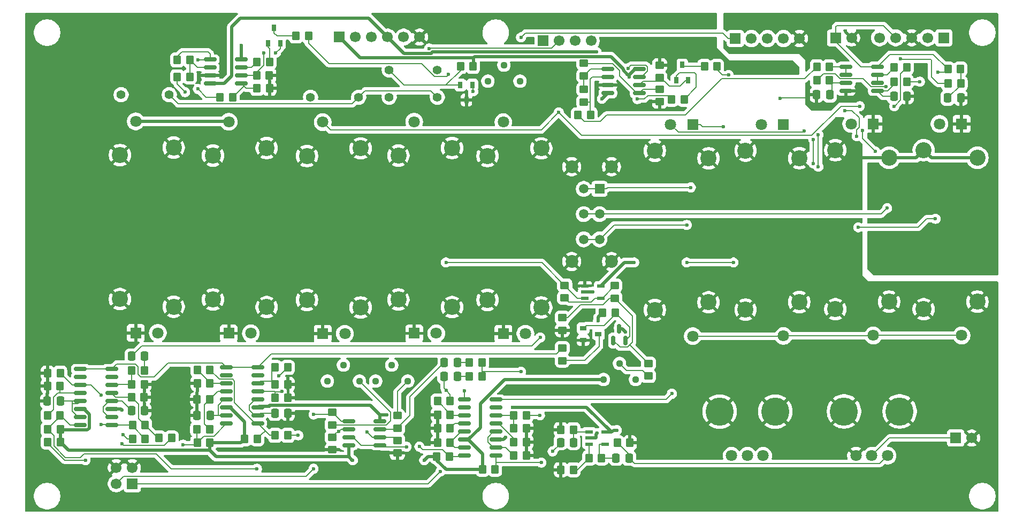
<source format=gbr>
%TF.GenerationSoftware,KiCad,Pcbnew,9.0.3*%
%TF.CreationDate,2025-09-23T17:45:54+09:00*%
%TF.ProjectId,SynthBoard,53796e74-6842-46f6-9172-642e6b696361,rev?*%
%TF.SameCoordinates,Original*%
%TF.FileFunction,Copper,L1,Top*%
%TF.FilePolarity,Positive*%
%FSLAX46Y46*%
G04 Gerber Fmt 4.6, Leading zero omitted, Abs format (unit mm)*
G04 Created by KiCad (PCBNEW 9.0.3) date 2025-09-23 17:45:54*
%MOMM*%
%LPD*%
G01*
G04 APERTURE LIST*
G04 Aperture macros list*
%AMRoundRect*
0 Rectangle with rounded corners*
0 $1 Rounding radius*
0 $2 $3 $4 $5 $6 $7 $8 $9 X,Y pos of 4 corners*
0 Add a 4 corners polygon primitive as box body*
4,1,4,$2,$3,$4,$5,$6,$7,$8,$9,$2,$3,0*
0 Add four circle primitives for the rounded corners*
1,1,$1+$1,$2,$3*
1,1,$1+$1,$4,$5*
1,1,$1+$1,$6,$7*
1,1,$1+$1,$8,$9*
0 Add four rect primitives between the rounded corners*
20,1,$1+$1,$2,$3,$4,$5,0*
20,1,$1+$1,$4,$5,$6,$7,0*
20,1,$1+$1,$6,$7,$8,$9,0*
20,1,$1+$1,$8,$9,$2,$3,0*%
G04 Aperture macros list end*
%TA.AperFunction,SMDPad,CuDef*%
%ADD10RoundRect,0.250000X0.350000X0.450000X-0.350000X0.450000X-0.350000X-0.450000X0.350000X-0.450000X0*%
%TD*%
%TA.AperFunction,ComponentPad*%
%ADD11C,1.800000*%
%TD*%
%TA.AperFunction,ComponentPad*%
%ADD12C,4.455000*%
%TD*%
%TA.AperFunction,SMDPad,CuDef*%
%ADD13RoundRect,0.250000X-0.350000X-0.450000X0.350000X-0.450000X0.350000X0.450000X-0.350000X0.450000X0*%
%TD*%
%TA.AperFunction,SMDPad,CuDef*%
%ADD14RoundRect,0.250000X0.337500X0.475000X-0.337500X0.475000X-0.337500X-0.475000X0.337500X-0.475000X0*%
%TD*%
%TA.AperFunction,SMDPad,CuDef*%
%ADD15RoundRect,0.250000X0.450000X-0.350000X0.450000X0.350000X-0.450000X0.350000X-0.450000X-0.350000X0*%
%TD*%
%TA.AperFunction,ComponentPad*%
%ADD16R,1.700000X1.700000*%
%TD*%
%TA.AperFunction,ComponentPad*%
%ADD17C,1.700000*%
%TD*%
%TA.AperFunction,ComponentPad*%
%ADD18R,1.800000X1.800000*%
%TD*%
%TA.AperFunction,ComponentPad*%
%ADD19C,2.550000*%
%TD*%
%TA.AperFunction,SMDPad,CuDef*%
%ADD20RoundRect,0.250000X-0.337500X-0.475000X0.337500X-0.475000X0.337500X0.475000X-0.337500X0.475000X0*%
%TD*%
%TA.AperFunction,SMDPad,CuDef*%
%ADD21RoundRect,0.150000X-0.825000X-0.150000X0.825000X-0.150000X0.825000X0.150000X-0.825000X0.150000X0*%
%TD*%
%TA.AperFunction,ComponentPad*%
%ADD22C,1.120000*%
%TD*%
%TA.AperFunction,SMDPad,CuDef*%
%ADD23RoundRect,0.250000X-0.450000X0.350000X-0.450000X-0.350000X0.450000X-0.350000X0.450000X0.350000X0*%
%TD*%
%TA.AperFunction,SMDPad,CuDef*%
%ADD24RoundRect,0.150000X0.150000X-0.587500X0.150000X0.587500X-0.150000X0.587500X-0.150000X-0.587500X0*%
%TD*%
%TA.AperFunction,SMDPad,CuDef*%
%ADD25R,1.000000X0.800000*%
%TD*%
%TA.AperFunction,SMDPad,CuDef*%
%ADD26R,0.800000X1.000000*%
%TD*%
%TA.AperFunction,ComponentPad*%
%ADD27C,1.400000*%
%TD*%
%TA.AperFunction,ComponentPad*%
%ADD28R,1.500000X1.500000*%
%TD*%
%TA.AperFunction,ComponentPad*%
%ADD29C,1.500000*%
%TD*%
%TA.AperFunction,ComponentPad*%
%ADD30C,2.025000*%
%TD*%
%TA.AperFunction,SMDPad,CuDef*%
%ADD31R,1.200000X0.600000*%
%TD*%
%TA.AperFunction,ViaPad*%
%ADD32C,0.600000*%
%TD*%
%TA.AperFunction,Conductor*%
%ADD33C,0.200000*%
%TD*%
%TA.AperFunction,Conductor*%
%ADD34C,0.500000*%
%TD*%
G04 APERTURE END LIST*
D10*
%TO.P,R59,1*%
%TO.N,GNDA*%
X249832000Y-110282000D03*
%TO.P,R59,2*%
%TO.N,Net-(U8A-+)*%
X247832000Y-110282000D03*
%TD*%
D11*
%TO.P,VR14,1,CCW*%
%TO.N,GNDA*%
X302000000Y-114600000D03*
%TO.P,VR14,2,WIPER*%
%TO.N,Net-(J10-Pin_1)*%
X304500000Y-114600000D03*
%TO.P,VR14,3,CW*%
%TO.N,Net-(VR14-CW)*%
X307000000Y-114600000D03*
D12*
%TO.P,VR14,MH1,MH1*%
%TO.N,GNDA*%
X300100000Y-107600000D03*
%TO.P,VR14,MH2,MH2*%
X308900000Y-107600000D03*
%TD*%
D10*
%TO.P,R27,1*%
%TO.N,Net-(U2A--)*%
X189504000Y-109774000D03*
%TO.P,R27,2*%
%TO.N,LP6db*%
X187504000Y-109774000D03*
%TD*%
D13*
%TO.P,R86,1*%
%TO.N,Net-(Q5-C)*%
X213360000Y-48133000D03*
%TO.P,R86,2*%
%TO.N,ResoCnt*%
X215360000Y-48133000D03*
%TD*%
%TO.P,R30,1*%
%TO.N,-12VA*%
X205246500Y-111933000D03*
%TO.P,R30,2*%
%TO.N,LP18db*%
X207246500Y-111933000D03*
%TD*%
D14*
%TO.P,C11,1*%
%TO.N,Net-(C11-Pad1)*%
X176079500Y-105964000D03*
%TO.P,C11,2*%
%TO.N,GNDA*%
X174004500Y-105964000D03*
%TD*%
D10*
%TO.P,R76,1*%
%TO.N,Net-(U4A--)*%
X196580000Y-51943000D03*
%TO.P,R76,2*%
%TO.N,Net-(R76-Pad2)*%
X194580000Y-51943000D03*
%TD*%
D15*
%TO.P,R79,1*%
%TO.N,GNDA*%
X219128500Y-113662000D03*
%TO.P,R79,2*%
%TO.N,Net-(U6A--)*%
X219128500Y-111662000D03*
%TD*%
D16*
%TO.P,J1,1,Pin_1*%
%TO.N,CV*%
X282915000Y-48535000D03*
D17*
%TO.P,J1,2,Pin_2*%
%TO.N,Gate*%
X285455000Y-48535000D03*
%TO.P,J1,3,Pin_3*%
%TO.N,accAmp*%
X287995000Y-48535000D03*
%TO.P,J1,4,Pin_4*%
%TO.N,accFlt*%
X290535000Y-48535000D03*
%TO.P,J1,5,Pin_5*%
%TO.N,GNDD*%
X293075000Y-48535000D03*
%TD*%
D13*
%TO.P,R83,1*%
%TO.N,Net-(R83-Pad1)*%
X207189000Y-52243000D03*
%TO.P,R83,2*%
%TO.N,Net-(Q5-B)*%
X209189000Y-52243000D03*
%TD*%
D14*
%TO.P,C10,1*%
%TO.N,Net-(C10-Pad1)*%
X199812500Y-108250000D03*
%TO.P,C10,2*%
%TO.N,GNDA*%
X197737500Y-108250000D03*
%TD*%
D15*
%TO.P,R49,1*%
%TO.N,GNDA*%
X255524000Y-94726000D03*
%TO.P,R49,2*%
%TO.N,Net-(Q1-B)*%
X255524000Y-92726000D03*
%TD*%
%TO.P,R62,1*%
%TO.N,GNDA*%
X270927000Y-58552000D03*
%TO.P,R62,2*%
%TO.N,Net-(U3B-+)*%
X270927000Y-56552000D03*
%TD*%
D10*
%TO.P,R81,1*%
%TO.N,GNDA*%
X209173000Y-54402000D03*
%TO.P,R81,2*%
%TO.N,Net-(Q5-E)*%
X207173000Y-54402000D03*
%TD*%
D18*
%TO.P,VR23,1,CCW*%
%TO.N,GNDD*%
X276165000Y-62163000D03*
D11*
%TO.P,VR23,2,WIPER*%
%TO.N,Attack*%
X272665000Y-62163000D03*
%TO.P,VR23,3,CW*%
%TO.N,+5VD*%
X276165000Y-95663000D03*
D19*
%TO.P,VR23,MH1,MH1*%
%TO.N,GNDA*%
X278665000Y-67513000D03*
%TO.P,VR23,MH2,MH2*%
X270165000Y-66313000D03*
%TO.P,VR23,MH3,MH3*%
X278665000Y-90313000D03*
%TO.P,VR23,MH4,MH4*%
X270165000Y-91513000D03*
%TD*%
D13*
%TO.P,R56,1*%
%TO.N,Net-(U8A-+)*%
X247832000Y-108250000D03*
%TO.P,R56,2*%
%TO.N,Net-(R53-Pad1)*%
X249832000Y-108250000D03*
%TD*%
D10*
%TO.P,R18,1*%
%TO.N,GNDA*%
X189377000Y-103297000D03*
%TO.P,R18,2*%
%TO.N,Net-(U2A-+)*%
X187377000Y-103297000D03*
%TD*%
D13*
%TO.P,R64,1*%
%TO.N,-12VA*%
X242895000Y-116759000D03*
%TO.P,R64,2*%
%TO.N,Net-(C7-Pad2)*%
X244895000Y-116759000D03*
%TD*%
D20*
%TO.P,C15,1*%
%TO.N,Net-(C15-Pad1)*%
X316493000Y-57958000D03*
%TO.P,C15,2*%
%TO.N,GNDD*%
X318568000Y-57958000D03*
%TD*%
D13*
%TO.P,R109,1*%
%TO.N,PWM_outAmp*%
X295803000Y-55164000D03*
%TO.P,R109,2*%
%TO.N,Net-(U9A-+)*%
X297803000Y-55164000D03*
%TD*%
%TO.P,R71,1*%
%TO.N,Net-(U8C-+)*%
X235783000Y-105964000D03*
%TO.P,R71,2*%
%TO.N,VCF_OUT*%
X237783000Y-105964000D03*
%TD*%
D15*
%TO.P,R57,1*%
%TO.N,Net-(U3A--)*%
X258953000Y-58568000D03*
%TO.P,R57,2*%
%TO.N,Net-(R57-Pad2)*%
X258953000Y-56568000D03*
%TD*%
D10*
%TO.P,R70,1*%
%TO.N,GNDA*%
X266228000Y-112568000D03*
%TO.P,R70,2*%
%TO.N,Net-(VR14-CW)*%
X264228000Y-112568000D03*
%TD*%
%TO.P,R2,1*%
%TO.N,Net-(C3-Pad2)*%
X189393000Y-101138000D03*
%TO.P,R2,2*%
%TO.N,Net-(U2A-+)*%
X187393000Y-101138000D03*
%TD*%
%TO.P,R53,1*%
%TO.N,Net-(R53-Pad1)*%
X242820000Y-99868000D03*
%TO.P,R53,2*%
%TO.N,Net-(C5-Pad2)*%
X240820000Y-99868000D03*
%TD*%
D15*
%TO.P,R51,1*%
%TO.N,Net-(Q3-C)*%
X255524000Y-99552000D03*
%TO.P,R51,2*%
%TO.N,VCFCnt*%
X255524000Y-97552000D03*
%TD*%
D13*
%TO.P,R72,1*%
%TO.N,GNDA*%
X235783000Y-110282000D03*
%TO.P,R72,2*%
%TO.N,Net-(U8C--)*%
X237783000Y-110282000D03*
%TD*%
%TO.P,R122,1*%
%TO.N,Net-(U9B--)*%
X308027000Y-53132000D03*
%TO.P,R122,2*%
%TO.N,EnvFlt*%
X310027000Y-53132000D03*
%TD*%
D10*
%TO.P,R110,1*%
%TO.N,PWM_outFlt*%
X310027000Y-55418000D03*
%TO.P,R110,2*%
%TO.N,Net-(U9B-+)*%
X308027000Y-55418000D03*
%TD*%
D14*
%TO.P,C7,1*%
%TO.N,Net-(IC2-INPUT_+)*%
X257323500Y-112522000D03*
%TO.P,C7,2*%
%TO.N,Net-(C7-Pad2)*%
X255248500Y-112522000D03*
%TD*%
D21*
%TO.P,U4,1*%
%TO.N,Net-(R76-Pad2)*%
X199807000Y-51862000D03*
%TO.P,U4,2,-*%
%TO.N,Net-(U4A--)*%
X199807000Y-53132000D03*
%TO.P,U4,3,+*%
%TO.N,GNDA*%
X199807000Y-54402000D03*
%TO.P,U4,4,V-*%
%TO.N,-12VA*%
X199807000Y-55672000D03*
%TO.P,U4,5,+*%
%TO.N,Net-(U4B-+)*%
X204757000Y-55672000D03*
%TO.P,U4,6,-*%
%TO.N,Net-(Q5-E)*%
X204757000Y-54402000D03*
%TO.P,U4,7*%
%TO.N,Net-(R83-Pad1)*%
X204757000Y-53132000D03*
%TO.P,U4,8,V+*%
%TO.N,+12VA*%
X204757000Y-51862000D03*
%TD*%
D22*
%TO.P,VR10,1,CCW*%
%TO.N,CV*%
X243749000Y-55291000D03*
%TO.P,VR10,2,WIPER*%
%TO.N,Net-(VR10-CW)*%
X246289000Y-52751000D03*
%TO.P,VR10,3,CW*%
X248829000Y-55291000D03*
%TD*%
D16*
%TO.P,J3,1,Pin_1*%
%TO.N,+5VD*%
X298760000Y-48433000D03*
D17*
%TO.P,J3,2,Pin_2*%
%TO.N,GNDD*%
X301300000Y-48433000D03*
%TD*%
D15*
%TO.P,R80,1*%
%TO.N,GNDA*%
X229415500Y-114186000D03*
%TO.P,R80,2*%
%TO.N,Net-(U6B--)*%
X229415500Y-112186000D03*
%TD*%
D23*
%TO.P,R47,1*%
%TO.N,Net-(IC1-OUTPUT)*%
X263815000Y-87676000D03*
%TO.P,R47,2*%
%TO.N,Net-(Q1-B)*%
X263815000Y-89676000D03*
%TD*%
D13*
%TO.P,R77,1*%
%TO.N,-12VA*%
X235656000Y-114727000D03*
%TO.P,R77,2*%
%TO.N,Net-(U6A-+)*%
X237656000Y-114727000D03*
%TD*%
%TO.P,R66,1*%
%TO.N,GNDA*%
X255286000Y-110490000D03*
%TO.P,R66,2*%
%TO.N,Net-(IC2-INPUT_+)*%
X257286000Y-110490000D03*
%TD*%
D10*
%TO.P,R58,1*%
%TO.N,GNDA*%
X249832000Y-112441000D03*
%TO.P,R58,2*%
%TO.N,Net-(U8A--)*%
X247832000Y-112441000D03*
%TD*%
D23*
%TO.P,R85,1*%
%TO.N,Net-(VR17-CW)*%
X229415500Y-108265000D03*
%TO.P,R85,2*%
%TO.N,VCA_ResoWav*%
X229415500Y-110265000D03*
%TD*%
D13*
%TO.P,R33,1*%
%TO.N,Net-(Q2-E)*%
X239411000Y-52959000D03*
%TO.P,R33,2*%
%TO.N,+12VA*%
X241411000Y-52959000D03*
%TD*%
%TO.P,R89,1*%
%TO.N,GNDA*%
X197769500Y-103170000D03*
%TO.P,R89,2*%
%TO.N,Net-(U5C-+)*%
X199769500Y-103170000D03*
%TD*%
D10*
%TO.P,R93,1*%
%TO.N,-12VA*%
X199753500Y-112568000D03*
%TO.P,R93,2*%
%TO.N,VCF_OUT*%
X197753500Y-112568000D03*
%TD*%
%TO.P,R32,1*%
%TO.N,LP6db*%
X189509500Y-111933000D03*
%TO.P,R32,2*%
%TO.N,Net-(U2C-+)*%
X187509500Y-111933000D03*
%TD*%
D24*
%TO.P,Q1,1,B*%
%TO.N,Net-(Q1-B)*%
X263591000Y-96363000D03*
%TO.P,Q1,2,E*%
%TO.N,Net-(Q1-E)*%
X265491000Y-96363000D03*
%TO.P,Q1,3,C*%
%TO.N,+12VA*%
X264541000Y-94488000D03*
%TD*%
D16*
%TO.P,J6,1,Pin_1*%
%TO.N,+12VA*%
X220254000Y-48306000D03*
D17*
%TO.P,J6,2,Pin_2*%
%TO.N,+5VA*%
X222794000Y-48306000D03*
%TO.P,J6,3,Pin_3*%
%TO.N,-5VA*%
X225334000Y-48306000D03*
%TO.P,J6,4,Pin_4*%
%TO.N,-12VA*%
X227874000Y-48306000D03*
%TO.P,J6,5,Pin_5*%
%TO.N,unconnected-(J6-Pin_5-Pad5)*%
X230414000Y-48306000D03*
%TO.P,J6,6,Pin_6*%
%TO.N,GNDA*%
X232954000Y-48306000D03*
%TD*%
D10*
%TO.P,R91,1*%
%TO.N,Net-(U5C--)*%
X199737500Y-110409000D03*
%TO.P,R91,2*%
%TO.N,VCF_OUT*%
X197737500Y-110409000D03*
%TD*%
D18*
%TO.P,VR11,1,CCW*%
%TO.N,GNDA*%
X232084000Y-95225000D03*
D11*
%TO.P,VR11,2,WIPER*%
%TO.N,Net-(VR11-WIPER)*%
X235584000Y-95225000D03*
%TO.P,VR11,3,CW*%
%TO.N,Sine*%
X232084000Y-61725000D03*
D19*
%TO.P,VR11,MH1,MH1*%
%TO.N,GNDA*%
X229584000Y-89875000D03*
%TO.P,VR11,MH2,MH2*%
X238084000Y-91075000D03*
%TO.P,VR11,MH3,MH3*%
X229584000Y-67075000D03*
%TO.P,VR11,MH4,MH4*%
X238084000Y-65875000D03*
%TD*%
D21*
%TO.P,U6,1*%
%TO.N,VCF_ResoWav*%
X221733500Y-109122000D03*
%TO.P,U6,2,-*%
%TO.N,Net-(U6A--)*%
X221733500Y-110392000D03*
%TO.P,U6,3,+*%
%TO.N,Net-(U6A-+)*%
X221733500Y-111662000D03*
%TO.P,U6,4,V-*%
%TO.N,-12VA*%
X221733500Y-112932000D03*
%TO.P,U6,5,+*%
%TO.N,Net-(U6A-+)*%
X226683500Y-112932000D03*
%TO.P,U6,6,-*%
%TO.N,Net-(U6B--)*%
X226683500Y-111662000D03*
%TO.P,U6,7*%
%TO.N,VCA_ResoWav*%
X226683500Y-110392000D03*
%TO.P,U6,8,V+*%
%TO.N,+12VA*%
X226683500Y-109122000D03*
%TD*%
D20*
%TO.P,C4,1*%
%TO.N,Net-(C4-Pad1)*%
X187361000Y-107488000D03*
%TO.P,C4,2*%
%TO.N,GNDA*%
X189436000Y-107488000D03*
%TD*%
D13*
%TO.P,R50,1*%
%TO.N,-12VA*%
X261906000Y-91948000D03*
%TO.P,R50,2*%
%TO.N,Net-(Q1-E)*%
X263906000Y-91948000D03*
%TD*%
D10*
%TO.P,R94,1*%
%TO.N,-12VA*%
X176079500Y-110409000D03*
%TO.P,R94,2*%
%TO.N,LP12db*%
X174079500Y-110409000D03*
%TD*%
D13*
%TO.P,R68,1*%
%TO.N,Net-(Q4-C)*%
X278019000Y-52959000D03*
%TO.P,R68,2*%
%TO.N,VCACnt*%
X280019000Y-52959000D03*
%TD*%
%TO.P,R73,1*%
%TO.N,GNDA*%
X235783000Y-108123000D03*
%TO.P,R73,2*%
%TO.N,Net-(U8C-+)*%
X237783000Y-108123000D03*
%TD*%
D18*
%TO.P,VR26,1,CCW*%
%TO.N,GNDD*%
X318710000Y-62063000D03*
D11*
%TO.P,VR26,2,WIPER*%
%TO.N,Release*%
X315210000Y-62063000D03*
%TO.P,VR26,3,CW*%
%TO.N,+5VD*%
X318710000Y-95563000D03*
D19*
%TO.P,VR26,MH1,MH1*%
%TO.N,GNDA*%
X321210000Y-67413000D03*
%TO.P,VR26,MH2,MH2*%
X312710000Y-66213000D03*
%TO.P,VR26,MH3,MH3*%
X321210000Y-90213000D03*
%TO.P,VR26,MH4,MH4*%
X312710000Y-91413000D03*
%TD*%
D25*
%TO.P,Q3,1,B*%
%TO.N,Net-(Q1-E)*%
X258839000Y-94427000D03*
%TO.P,Q3,2,E*%
%TO.N,GNDA*%
X258839000Y-96327000D03*
%TO.P,Q3,3,C*%
%TO.N,Net-(Q3-C)*%
X261239000Y-95377000D03*
%TD*%
D10*
%TO.P,R28,1*%
%TO.N,Net-(U5A--)*%
X212088500Y-111379000D03*
%TO.P,R28,2*%
%TO.N,LP18db*%
X210088500Y-111379000D03*
%TD*%
D26*
%TO.P,Q2,1,B*%
%TO.N,Net-(Q2-B)*%
X241300000Y-55880000D03*
%TO.P,Q2,2,E*%
%TO.N,Net-(Q2-E)*%
X239400000Y-55880000D03*
%TO.P,Q2,3,C*%
%TO.N,GNDA*%
X240350000Y-58280000D03*
%TD*%
D22*
%TO.P,VR17,1,CCW*%
%TO.N,Net-(U6B--)*%
X225986500Y-102798000D03*
%TO.P,VR17,2,WIPER*%
%TO.N,Net-(VR17-CW)*%
X228526500Y-100258000D03*
%TO.P,VR17,3,CW*%
X231066500Y-102798000D03*
%TD*%
D13*
%TO.P,R65,1*%
%TO.N,Net-(R65-Pad1)*%
X272828000Y-58166000D03*
%TO.P,R65,2*%
%TO.N,Net-(Q4-B)*%
X274828000Y-58166000D03*
%TD*%
D10*
%TO.P,R69,1*%
%TO.N,Net-(IC2-OUTPUT)*%
X261751000Y-114981000D03*
%TO.P,R69,2*%
%TO.N,Net-(IC2-INPUT_-)*%
X259751000Y-114981000D03*
%TD*%
D16*
%TO.P,J10,1,Pin_1*%
%TO.N,Net-(J10-Pin_1)*%
X317790000Y-111806000D03*
D17*
%TO.P,J10,2,Pin_2*%
%TO.N,GNDA*%
X320330000Y-111806000D03*
%TD*%
D21*
%TO.P,U3,1*%
%TO.N,Net-(R57-Pad2)*%
X262737000Y-53386000D03*
%TO.P,U3,2,-*%
%TO.N,Net-(U3A--)*%
X262737000Y-54656000D03*
%TO.P,U3,3,+*%
%TO.N,GNDA*%
X262737000Y-55926000D03*
%TO.P,U3,4,V-*%
%TO.N,-12VA*%
X262737000Y-57196000D03*
%TO.P,U3,5,+*%
%TO.N,Net-(U3B-+)*%
X267687000Y-57196000D03*
%TO.P,U3,6,-*%
%TO.N,Net-(Q4-E)*%
X267687000Y-55926000D03*
%TO.P,U3,7*%
%TO.N,Net-(R65-Pad1)*%
X267687000Y-54656000D03*
%TO.P,U3,8,V+*%
%TO.N,+12VA*%
X267687000Y-53386000D03*
%TD*%
D18*
%TO.P,VR18,1,CCW*%
%TO.N,GNDA*%
X202747000Y-95225000D03*
D11*
%TO.P,VR18,2,WIPER*%
%TO.N,Net-(VR18-WIPER)*%
X206247000Y-95225000D03*
%TO.P,VR18,3,CW*%
%TO.N,+5VA*%
X202747000Y-61725000D03*
D19*
%TO.P,VR18,MH1,MH1*%
%TO.N,GNDA*%
X200247000Y-89875000D03*
%TO.P,VR18,MH2,MH2*%
X208747000Y-91075000D03*
%TO.P,VR18,MH3,MH3*%
X200247000Y-67075000D03*
%TO.P,VR18,MH4,MH4*%
X208747000Y-65875000D03*
%TD*%
D21*
%TO.P,U2,1*%
%TO.N,VCFCnt*%
X179254500Y-100884000D03*
%TO.P,U2,2,DIODE_BIAS*%
%TO.N,unconnected-(U2C-DIODE_BIAS-Pad2)*%
X179254500Y-102154000D03*
%TO.P,U2,3,+*%
%TO.N,Net-(U2C-+)*%
X179254500Y-103424000D03*
%TO.P,U2,4,-*%
%TO.N,Net-(U2C--)*%
X179254500Y-104694000D03*
%TO.P,U2,5*%
%TO.N,Net-(C11-Pad1)*%
X179254500Y-105964000D03*
%TO.P,U2,6,V-*%
%TO.N,-12VA*%
X179254500Y-107234000D03*
%TO.P,U2,7*%
%TO.N,Net-(C11-Pad1)*%
X179254500Y-108504000D03*
%TO.P,U2,8*%
%TO.N,LP12db*%
X179254500Y-109774000D03*
%TO.P,U2,9*%
%TO.N,LP6db*%
X184204500Y-109774000D03*
%TO.P,U2,10*%
%TO.N,Net-(C4-Pad1)*%
X184204500Y-108504000D03*
%TO.P,U2,11,V+*%
%TO.N,+12VA*%
X184204500Y-107234000D03*
%TO.P,U2,12*%
%TO.N,Net-(C4-Pad1)*%
X184204500Y-105964000D03*
%TO.P,U2,13,-*%
%TO.N,Net-(U2A--)*%
X184204500Y-104694000D03*
%TO.P,U2,14,+*%
%TO.N,Net-(U2A-+)*%
X184204500Y-103424000D03*
%TO.P,U2,15,DIODE_BIAS*%
%TO.N,unconnected-(U2A-DIODE_BIAS-Pad15)*%
X184204500Y-102154000D03*
%TO.P,U2,16*%
%TO.N,VCFCnt*%
X184204500Y-100884000D03*
%TD*%
D20*
%TO.P,C6,1*%
%TO.N,VCF_OUT*%
X236829500Y-102027000D03*
%TO.P,C6,2*%
%TO.N,Net-(C6-Pad2)*%
X238904500Y-102027000D03*
%TD*%
D27*
%TO.P,R35,1*%
%TO.N,Net-(VR13-WIPER)*%
X215682000Y-57831000D03*
%TO.P,R35,2*%
%TO.N,Net-(IC1-INPUT_-)*%
X223302000Y-57831000D03*
%TD*%
D18*
%TO.P,VR12,1,CCW*%
%TO.N,GNDA*%
X246190000Y-95282000D03*
D11*
%TO.P,VR12,2,WIPER*%
%TO.N,Net-(Q2-B)*%
X249690000Y-95282000D03*
%TO.P,VR12,3,CW*%
%TO.N,Net-(VR10-CW)*%
X246190000Y-61782000D03*
D19*
%TO.P,VR12,MH1,MH1*%
%TO.N,GNDA*%
X243690000Y-89932000D03*
%TO.P,VR12,MH2,MH2*%
X252190000Y-91132000D03*
%TO.P,VR12,MH3,MH3*%
X243690000Y-67132000D03*
%TO.P,VR12,MH4,MH4*%
X252190000Y-65932000D03*
%TD*%
D21*
%TO.P,U8,1*%
%TO.N,ResoCnt*%
X240069000Y-105710000D03*
%TO.P,U8,2,DIODE_BIAS*%
%TO.N,unconnected-(U8C-DIODE_BIAS-Pad2)*%
X240069000Y-106980000D03*
%TO.P,U8,3,+*%
%TO.N,Net-(U8C-+)*%
X240069000Y-108250000D03*
%TO.P,U8,4,-*%
%TO.N,Net-(U8C--)*%
X240069000Y-109520000D03*
%TO.P,U8,5*%
%TO.N,Net-(R75-Pad2)*%
X240069000Y-110790000D03*
%TO.P,U8,6,V-*%
%TO.N,-12VA*%
X240069000Y-112060000D03*
%TO.P,U8,7*%
%TO.N,Net-(R75-Pad2)*%
X240069000Y-113330000D03*
%TO.P,U8,8*%
%TO.N,Net-(U6A-+)*%
X240069000Y-114600000D03*
%TO.P,U8,9*%
%TO.N,Net-(C7-Pad2)*%
X245019000Y-114600000D03*
%TO.P,U8,10*%
%TO.N,Net-(R63-Pad2)*%
X245019000Y-113330000D03*
%TO.P,U8,11,V+*%
%TO.N,+12VA*%
X245019000Y-112060000D03*
%TO.P,U8,12*%
%TO.N,Net-(R63-Pad2)*%
X245019000Y-110790000D03*
%TO.P,U8,13,-*%
%TO.N,Net-(U8A--)*%
X245019000Y-109520000D03*
%TO.P,U8,14,+*%
%TO.N,Net-(U8A-+)*%
X245019000Y-108250000D03*
%TO.P,U8,15,DIODE_BIAS*%
%TO.N,unconnected-(U8A-DIODE_BIAS-Pad15)*%
X245019000Y-106980000D03*
%TO.P,U8,16*%
%TO.N,VCACnt*%
X245019000Y-105710000D03*
%TD*%
D14*
%TO.P,C21,1*%
%TO.N,Net-(U9A-+)*%
X297856500Y-57450000D03*
%TO.P,C21,2*%
%TO.N,GNDD*%
X295781500Y-57450000D03*
%TD*%
D22*
%TO.P,VR19,1,CCW*%
%TO.N,-12VA*%
X262037000Y-102535000D03*
%TO.P,VR19,2,WIPER*%
%TO.N,Net-(VR19-WIPER)*%
X264577000Y-99995000D03*
%TO.P,VR19,3,CW*%
%TO.N,+12VA*%
X267117000Y-102535000D03*
%TD*%
D20*
%TO.P,C8,1*%
%TO.N,Net-(C8-Pad1)*%
X210035000Y-107869000D03*
%TO.P,C8,2*%
%TO.N,GNDA*%
X212110000Y-107869000D03*
%TD*%
D28*
%TO.P,S3,1,NC_1*%
%TO.N,+5VD*%
X261414000Y-72346000D03*
D29*
%TO.P,S3,2,COM_1*%
%TO.N,AmpWave*%
X261414000Y-76346000D03*
%TO.P,S3,3,NO_1*%
%TO.N,GNDD*%
X261414000Y-80346000D03*
%TO.P,S3,4,NC_2*%
%TO.N,+5VD*%
X258914000Y-72346000D03*
%TO.P,S3,5,COM_2*%
%TO.N,AmpWave*%
X258914000Y-76346000D03*
%TO.P,S3,6,NO_2*%
%TO.N,GNDD*%
X258914000Y-80346000D03*
D30*
%TO.P,S3,7,GND_1*%
%TO.N,GNDA*%
X263314000Y-68846000D03*
%TO.P,S3,8,GND_2*%
X263314000Y-83846000D03*
%TO.P,S3,9,GND_3*%
X257014000Y-68846000D03*
%TO.P,S3,10,GND_4*%
X257014000Y-83846000D03*
%TD*%
D27*
%TO.P,R36,1*%
%TO.N,Net-(VR11-WIPER)*%
X228128000Y-57831000D03*
%TO.P,R36,2*%
%TO.N,Net-(IC1-INPUT_-)*%
X235748000Y-57831000D03*
%TD*%
D10*
%TO.P,R3,1*%
%TO.N,LP12db*%
X212072500Y-100630000D03*
%TO.P,R3,2*%
%TO.N,Net-(U5A-+)*%
X210072500Y-100630000D03*
%TD*%
D13*
%TO.P,R78,1*%
%TO.N,Net-(R76-Pad2)*%
X201347000Y-57831000D03*
%TO.P,R78,2*%
%TO.N,Net-(U4B-+)*%
X203347000Y-57831000D03*
%TD*%
D20*
%TO.P,C22,1*%
%TO.N,Net-(U9B-+)*%
X307995000Y-57704000D03*
%TO.P,C22,2*%
%TO.N,GNDD*%
X310070000Y-57704000D03*
%TD*%
D18*
%TO.P,VR15,1,CCW*%
%TO.N,GNDA*%
X188024000Y-95155000D03*
D11*
%TO.P,VR15,2,WIPER*%
%TO.N,Net-(VR15-WIPER)*%
X191524000Y-95155000D03*
%TO.P,VR15,3,CW*%
%TO.N,+5VA*%
X188024000Y-61655000D03*
D19*
%TO.P,VR15,MH1,MH1*%
%TO.N,GNDA*%
X185524000Y-89805000D03*
%TO.P,VR15,MH2,MH2*%
X194024000Y-91005000D03*
%TO.P,VR15,MH3,MH3*%
X185524000Y-67005000D03*
%TO.P,VR15,MH4,MH4*%
X194024000Y-65805000D03*
%TD*%
D10*
%TO.P,R31,1*%
%TO.N,LP18db*%
X199769500Y-101011000D03*
%TO.P,R31,2*%
%TO.N,Net-(U5C-+)*%
X197769500Y-101011000D03*
%TD*%
%TO.P,R14,1*%
%TO.N,GNDA*%
X189361000Y-105329000D03*
%TO.P,R14,2*%
%TO.N,Net-(U2A--)*%
X187361000Y-105329000D03*
%TD*%
D20*
%TO.P,C9,1*%
%TO.N,Net-(IC2-OUTPUT)*%
X264026000Y-114981000D03*
%TO.P,C9,2*%
%TO.N,Net-(VR14-CW)*%
X266101000Y-114981000D03*
%TD*%
D16*
%TO.P,J4,1,Pin_1*%
%TO.N,VCOWave*%
X252476000Y-48895000D03*
D17*
%TO.P,J4,2,Pin_2*%
%TO.N,Sine*%
X255016000Y-48895000D03*
%TO.P,J4,3,Pin_3*%
%TO.N,EnvFlt*%
X257556000Y-48895000D03*
%TO.P,J4,4,Pin_4*%
%TO.N,GNDA*%
X260096000Y-48895000D03*
%TD*%
D23*
%TO.P,R46,1*%
%TO.N,Net-(IC1-INPUT_-)*%
X255905000Y-87615000D03*
%TO.P,R46,2*%
%TO.N,Net-(IC1-OUTPUT)*%
X255905000Y-89615000D03*
%TD*%
D13*
%TO.P,R92,1*%
%TO.N,Net-(U2C--)*%
X174063500Y-108250000D03*
%TO.P,R92,2*%
%TO.N,LP12db*%
X176063500Y-108250000D03*
%TD*%
D26*
%TO.P,Q5,1,B*%
%TO.N,Net-(Q5-B)*%
X208981000Y-49263000D03*
%TO.P,Q5,2,E*%
%TO.N,Net-(Q5-E)*%
X210881000Y-49263000D03*
%TO.P,Q5,3,C*%
%TO.N,Net-(Q5-C)*%
X209931000Y-46863000D03*
%TD*%
D15*
%TO.P,R84,1*%
%TO.N,Net-(VR16-CW)*%
X219128500Y-109725000D03*
%TO.P,R84,2*%
%TO.N,VCF_ResoWav*%
X219128500Y-107725000D03*
%TD*%
%TO.P,R48,1*%
%TO.N,Net-(VR19-WIPER)*%
X269149000Y-101995000D03*
%TO.P,R48,2*%
%TO.N,Net-(Q1-B)*%
X269149000Y-99995000D03*
%TD*%
D13*
%TO.P,R87,1*%
%TO.N,GNDA*%
X197737500Y-105710000D03*
%TO.P,R87,2*%
%TO.N,Net-(U5C--)*%
X199737500Y-105710000D03*
%TD*%
D21*
%TO.P,U5,1*%
%TO.N,VCFCnt*%
X202369500Y-100601000D03*
%TO.P,U5,2,DIODE_BIAS*%
%TO.N,unconnected-(U5C-DIODE_BIAS-Pad2)*%
X202369500Y-101871000D03*
%TO.P,U5,3,+*%
%TO.N,Net-(U5C-+)*%
X202369500Y-103141000D03*
%TO.P,U5,4,-*%
%TO.N,Net-(U5C--)*%
X202369500Y-104411000D03*
%TO.P,U5,5*%
%TO.N,Net-(C10-Pad1)*%
X202369500Y-105681000D03*
%TO.P,U5,6,V-*%
%TO.N,-12VA*%
X202369500Y-106951000D03*
%TO.P,U5,7*%
%TO.N,Net-(C10-Pad1)*%
X202369500Y-108221000D03*
%TO.P,U5,8*%
%TO.N,VCF_OUT*%
X202369500Y-109491000D03*
%TO.P,U5,9*%
%TO.N,LP18db*%
X207319500Y-109491000D03*
%TO.P,U5,10*%
%TO.N,Net-(C8-Pad1)*%
X207319500Y-108221000D03*
%TO.P,U5,11,V+*%
%TO.N,+12VA*%
X207319500Y-106951000D03*
%TO.P,U5,12*%
%TO.N,Net-(C8-Pad1)*%
X207319500Y-105681000D03*
%TO.P,U5,13,-*%
%TO.N,Net-(U5A--)*%
X207319500Y-104411000D03*
%TO.P,U5,14,+*%
%TO.N,Net-(U5A-+)*%
X207319500Y-103141000D03*
%TO.P,U5,15,DIODE_BIAS*%
%TO.N,unconnected-(U5A-DIODE_BIAS-Pad15)*%
X207319500Y-101871000D03*
%TO.P,U5,16*%
%TO.N,VCFCnt*%
X207319500Y-100601000D03*
%TD*%
D23*
%TO.P,R61,1*%
%TO.N,GNDA*%
X270927000Y-52742000D03*
%TO.P,R61,2*%
%TO.N,Net-(Q4-E)*%
X270927000Y-54742000D03*
%TD*%
D13*
%TO.P,R88,1*%
%TO.N,GNDA*%
X174063500Y-103551000D03*
%TO.P,R88,2*%
%TO.N,Net-(U2C--)*%
X176063500Y-103551000D03*
%TD*%
D27*
%TO.P,R34,1*%
%TO.N,Net-(VR15-WIPER)*%
X185710000Y-57450000D03*
%TO.P,R34,2*%
%TO.N,Net-(IC1-INPUT_-)*%
X193330000Y-57450000D03*
%TD*%
D10*
%TO.P,R111,1*%
%TO.N,Net-(U9A--)*%
X297803000Y-53005000D03*
%TO.P,R111,2*%
%TO.N,EnvAmp*%
X295803000Y-53005000D03*
%TD*%
D20*
%TO.P,C5,1*%
%TO.N,VCA_ResoWav*%
X236851000Y-99868000D03*
%TO.P,C5,2*%
%TO.N,Net-(C5-Pad2)*%
X238926000Y-99868000D03*
%TD*%
D18*
%TO.P,VR13,1,CCW*%
%TO.N,GNDA*%
X217615000Y-95282000D03*
D11*
%TO.P,VR13,2,WIPER*%
%TO.N,Net-(VR13-WIPER)*%
X221115000Y-95282000D03*
%TO.P,VR13,3,CW*%
%TO.N,EnvFlt*%
X217615000Y-61782000D03*
D19*
%TO.P,VR13,MH1,MH1*%
%TO.N,GNDA*%
X215115000Y-89932000D03*
%TO.P,VR13,MH2,MH2*%
X223615000Y-91132000D03*
%TO.P,VR13,MH3,MH3*%
X215115000Y-67132000D03*
%TO.P,VR13,MH4,MH4*%
X223615000Y-65932000D03*
%TD*%
D20*
%TO.P,C3,1*%
%TO.N,VCOWave*%
X187361000Y-98852000D03*
%TO.P,C3,2*%
%TO.N,Net-(C3-Pad2)*%
X189436000Y-98852000D03*
%TD*%
D11*
%TO.P,VR22,1,CCW*%
%TO.N,GNDD*%
X282315000Y-114615000D03*
%TO.P,VR22,2,WIPER*%
%TO.N,AccLv*%
X284815000Y-114615000D03*
%TO.P,VR22,3,CW*%
%TO.N,+5VD*%
X287315000Y-114615000D03*
D12*
%TO.P,VR22,MH1,MH1*%
%TO.N,GNDA*%
X280415000Y-107615000D03*
%TO.P,VR22,MH2,MH2*%
X289215000Y-107615000D03*
%TD*%
D10*
%TO.P,R106,1*%
%TO.N,Net-(C15-Pad1)*%
X318568000Y-55672000D03*
%TO.P,R106,2*%
%TO.N,~MCLR_EG*%
X316568000Y-55672000D03*
%TD*%
D16*
%TO.P,J5,1,Pin_1*%
%TO.N,ICSPCLK_EG*%
X315895000Y-48420000D03*
D17*
%TO.P,J5,2,Pin_2*%
%TO.N,ICSPDT_EG*%
X313355000Y-48420000D03*
%TO.P,J5,3,Pin_3*%
%TO.N,GNDD*%
X310815000Y-48420000D03*
%TO.P,J5,4,Pin_4*%
%TO.N,+5VD*%
X308275000Y-48420000D03*
%TO.P,J5,5,Pin_5*%
%TO.N,~MCLR_EG*%
X305735000Y-48420000D03*
%TD*%
D18*
%TO.P,VR24,1,CCW*%
%TO.N,GNDD*%
X290525000Y-62133000D03*
D11*
%TO.P,VR24,2,WIPER*%
%TO.N,Decay*%
X287025000Y-62133000D03*
%TO.P,VR24,3,CW*%
%TO.N,+5VD*%
X290525000Y-95633000D03*
D19*
%TO.P,VR24,MH1,MH1*%
%TO.N,GNDA*%
X293025000Y-67483000D03*
%TO.P,VR24,MH2,MH2*%
X284525000Y-66283000D03*
%TO.P,VR24,MH3,MH3*%
X293025000Y-90283000D03*
%TO.P,VR24,MH4,MH4*%
X284525000Y-91483000D03*
%TD*%
D10*
%TO.P,R1,1*%
%TO.N,VCF_ResoWav*%
X193695000Y-111806000D03*
%TO.P,R1,2*%
%TO.N,Net-(U2A--)*%
X191695000Y-111806000D03*
%TD*%
D22*
%TO.P,VR16,1,CCW*%
%TO.N,Net-(U6A--)*%
X218352000Y-102789000D03*
%TO.P,VR16,2,WIPER*%
%TO.N,Net-(VR16-CW)*%
X220892000Y-100249000D03*
%TO.P,VR16,3,CW*%
X223432000Y-102789000D03*
%TD*%
D31*
%TO.P,IC1,1,INPUT_+*%
%TO.N,GNDA*%
X259116000Y-87742000D03*
%TO.P,IC1,2,VEE*%
%TO.N,-12VA*%
X259116000Y-88692000D03*
%TO.P,IC1,3,INPUT_-*%
%TO.N,Net-(IC1-INPUT_-)*%
X259116000Y-89642000D03*
%TO.P,IC1,4,OUTPUT*%
%TO.N,Net-(IC1-OUTPUT)*%
X261616000Y-89642000D03*
%TO.P,IC1,5,VCC*%
%TO.N,+12VA*%
X261616000Y-87742000D03*
%TD*%
D13*
%TO.P,R67,1*%
%TO.N,GNDA*%
X255286000Y-116840000D03*
%TO.P,R67,2*%
%TO.N,Net-(IC2-INPUT_-)*%
X257286000Y-116840000D03*
%TD*%
D10*
%TO.P,R82,1*%
%TO.N,GNDA*%
X209205000Y-56434000D03*
%TO.P,R82,2*%
%TO.N,Net-(U4B-+)*%
X207205000Y-56434000D03*
%TD*%
D13*
%TO.P,R75,1*%
%TO.N,GNDA*%
X235783000Y-112568000D03*
%TO.P,R75,2*%
%TO.N,Net-(R75-Pad2)*%
X237783000Y-112568000D03*
%TD*%
D10*
%TO.P,R15,1*%
%TO.N,GNDA*%
X212072500Y-105456000D03*
%TO.P,R15,2*%
%TO.N,Net-(U5A--)*%
X210072500Y-105456000D03*
%TD*%
D13*
%TO.P,R74,1*%
%TO.N,Net-(VR18-WIPER)*%
X194580000Y-54610000D03*
%TO.P,R74,2*%
%TO.N,Net-(U4A--)*%
X196580000Y-54610000D03*
%TD*%
D10*
%TO.P,R26,1*%
%TO.N,GNDA*%
X212072500Y-103297000D03*
%TO.P,R26,2*%
%TO.N,Net-(U5A-+)*%
X210072500Y-103297000D03*
%TD*%
D31*
%TO.P,IC2,1,INPUT_+*%
%TO.N,Net-(IC2-INPUT_+)*%
X259771000Y-110856000D03*
%TO.P,IC2,2,VEE*%
%TO.N,-12VA*%
X259771000Y-111806000D03*
%TO.P,IC2,3,INPUT_-*%
%TO.N,Net-(IC2-INPUT_-)*%
X259771000Y-112756000D03*
%TO.P,IC2,4,OUTPUT*%
%TO.N,Net-(IC2-OUTPUT)*%
X262271000Y-112756000D03*
%TO.P,IC2,5,VCC*%
%TO.N,+12VA*%
X262271000Y-110856000D03*
%TD*%
D18*
%TO.P,VR25,1,CCW*%
%TO.N,GNDD*%
X304740000Y-62063000D03*
D11*
%TO.P,VR25,2,WIPER*%
%TO.N,Sustain*%
X301240000Y-62063000D03*
%TO.P,VR25,3,CW*%
%TO.N,+5VD*%
X304740000Y-95563000D03*
D19*
%TO.P,VR25,MH1,MH1*%
%TO.N,GNDA*%
X307240000Y-67413000D03*
%TO.P,VR25,MH2,MH2*%
X298740000Y-66213000D03*
%TO.P,VR25,MH3,MH3*%
X307240000Y-90213000D03*
%TO.P,VR25,MH4,MH4*%
X298740000Y-91413000D03*
%TD*%
D10*
%TO.P,R97,1*%
%TO.N,Net-(C15-Pad1)*%
X318536000Y-53386000D03*
%TO.P,R97,2*%
%TO.N,+5VD*%
X316536000Y-53386000D03*
%TD*%
%TO.P,R54,1*%
%TO.N,Net-(R53-Pad1)*%
X242804000Y-102027000D03*
%TO.P,R54,2*%
%TO.N,Net-(C6-Pad2)*%
X240804000Y-102027000D03*
%TD*%
D15*
%TO.P,R60,1*%
%TO.N,Net-(R57-Pad2)*%
X258953000Y-54467000D03*
%TO.P,R60,2*%
%TO.N,Net-(U3B-+)*%
X258953000Y-52467000D03*
%TD*%
D10*
%TO.P,R29,1*%
%TO.N,-12VA*%
X176079500Y-112441000D03*
%TO.P,R29,2*%
%TO.N,LP6db*%
X174079500Y-112441000D03*
%TD*%
D27*
%TO.P,R37,1*%
%TO.N,Net-(Q2-E)*%
X228128000Y-53513000D03*
%TO.P,R37,2*%
%TO.N,Net-(IC1-INPUT_-)*%
X235748000Y-53513000D03*
%TD*%
D16*
%TO.P,J8,1,Pin_1*%
%TO.N,VCF_OUT*%
X187488000Y-119045000D03*
D17*
%TO.P,J8,2,Pin_2*%
%TO.N,GNDA*%
X187488000Y-116505000D03*
%TO.P,J8,3,Pin_3*%
%TO.N,VCF_ResoWav*%
X184948000Y-119045000D03*
%TO.P,J8,4,Pin_4*%
%TO.N,GNDA*%
X184948000Y-116505000D03*
%TD*%
D13*
%TO.P,R90,1*%
%TO.N,GNDA*%
X174079500Y-101519000D03*
%TO.P,R90,2*%
%TO.N,Net-(U2C-+)*%
X176079500Y-101519000D03*
%TD*%
D10*
%TO.P,R63,1*%
%TO.N,GNDA*%
X249832000Y-114600000D03*
%TO.P,R63,2*%
%TO.N,Net-(R63-Pad2)*%
X247832000Y-114600000D03*
%TD*%
D13*
%TO.P,R52,1*%
%TO.N,EnvAmp*%
X258005000Y-60625000D03*
%TO.P,R52,2*%
%TO.N,Net-(U3A--)*%
X260005000Y-60625000D03*
%TD*%
D26*
%TO.P,Q4,1,B*%
%TO.N,Net-(Q4-B)*%
X273563000Y-55118000D03*
%TO.P,Q4,2,E*%
%TO.N,Net-(Q4-E)*%
X275463000Y-55118000D03*
%TO.P,Q4,3,C*%
%TO.N,Net-(Q4-C)*%
X274513000Y-52718000D03*
%TD*%
D21*
%TO.P,U9,1*%
%TO.N,Net-(U9A--)*%
X300440000Y-53005000D03*
%TO.P,U9,2,-*%
X300440000Y-54275000D03*
%TO.P,U9,3,+*%
%TO.N,Net-(U9A-+)*%
X300440000Y-55545000D03*
%TO.P,U9,4,V-*%
%TO.N,GNDD*%
X300440000Y-56815000D03*
%TO.P,U9,5,+*%
%TO.N,Net-(U9B-+)*%
X305390000Y-56815000D03*
%TO.P,U9,6,-*%
%TO.N,Net-(U9B--)*%
X305390000Y-55545000D03*
%TO.P,U9,7*%
X305390000Y-54275000D03*
%TO.P,U9,8,V+*%
%TO.N,+5VD*%
X305390000Y-53005000D03*
%TD*%
D32*
%TO.N,+5VD*%
X314991000Y-53890700D03*
X275857000Y-72118000D03*
%TO.N,GNDD*%
X290021000Y-58018400D03*
X282622000Y-83999600D03*
X315722000Y-74803000D03*
X275215000Y-78058800D03*
X275215000Y-83999600D03*
X281030000Y-62499100D03*
%TO.N,+12VA*%
X266141000Y-54653600D03*
X185843000Y-107357000D03*
X264141000Y-110558000D03*
X209129000Y-106766000D03*
X227748000Y-108174000D03*
X266903000Y-83999600D03*
X246572000Y-111696000D03*
X265557000Y-95010400D03*
X204757000Y-49624000D03*
X247688000Y-106913000D03*
%TO.N,GNDA*%
X264668000Y-56007000D03*
X214630000Y-108712000D03*
X216027000Y-100330000D03*
X264160000Y-50038000D03*
X211582000Y-56896000D03*
X232664000Y-117729000D03*
X193548000Y-102108000D03*
%TO.N,-12VA*%
X261794000Y-58090800D03*
X222377000Y-115316000D03*
X261021000Y-111031000D03*
X260933000Y-50647000D03*
X233680000Y-115316000D03*
X260366000Y-88646000D03*
X261183000Y-93217500D03*
%TO.N,VCOWave*%
X252031000Y-95881200D03*
%TO.N,Sine*%
X234451000Y-50118500D03*
%TO.N,CV*%
X248995000Y-48354800D03*
%TO.N,VCF_OUT*%
X237185000Y-104285000D03*
X236230000Y-117114000D03*
X195529000Y-112856000D03*
%TO.N,Net-(C7-Pad2)*%
X254000000Y-113919000D03*
X252222000Y-115697000D03*
%TO.N,Net-(IC1-INPUT_-)*%
X237116000Y-83999600D03*
%TO.N,VCF_ResoWav*%
X185866000Y-112737000D03*
X216163000Y-116674000D03*
X216163000Y-108068000D03*
%TO.N,Net-(Q2-B)*%
X241427000Y-56896000D03*
%TO.N,Net-(Q5-E)*%
X210185000Y-50800000D03*
X208280000Y-50800000D03*
%TO.N,LP12db*%
X210668000Y-101964000D03*
X207209000Y-116674000D03*
%TO.N,Net-(U5A--)*%
X211129000Y-104432000D03*
X213741000Y-111379000D03*
%TO.N,LP6db*%
X182534000Y-109661000D03*
X180086000Y-115296000D03*
%TO.N,Net-(U2C-+)*%
X186044000Y-111276000D03*
X182534000Y-105001000D03*
%TO.N,Net-(R53-Pad1)*%
X251979000Y-108206000D03*
X248995000Y-101311000D03*
%TO.N,Net-(R65-Pad1)*%
X265906000Y-53250400D03*
X267393000Y-58123900D03*
%TO.N,VCACnt*%
X272872000Y-104792000D03*
X281826000Y-54292400D03*
%TO.N,Net-(VR18-WIPER)*%
X195834000Y-57023000D03*
%TO.N,Net-(R76-Pad2)*%
X197866000Y-56515000D03*
X197866000Y-51943000D03*
%TO.N,Net-(U6A-+)*%
X232918000Y-113157000D03*
X230886000Y-113186000D03*
%TO.N,Net-(U6A--)*%
X220180000Y-110749000D03*
%TO.N,Net-(U6B--)*%
X224666000Y-110820000D03*
%TO.N,ResoCnt*%
X240040000Y-104358000D03*
X237498000Y-54234200D03*
%TO.N,AmpWave*%
X306926000Y-75382500D03*
%TO.N,Attack*%
X293765000Y-63206800D03*
X295275000Y-64516000D03*
X295275000Y-68326000D03*
%TO.N,Release*%
X302352000Y-78425900D03*
X314579000Y-77089000D03*
%TO.N,Gate*%
X296037000Y-63754000D03*
X296037000Y-68834000D03*
%TO.N,PWM_outAmp*%
X306787000Y-56171900D03*
%TO.N,accFlt*%
X305054000Y-66421000D03*
X303022000Y-63119000D03*
%TO.N,PWM_outFlt*%
X312118024Y-55372000D03*
%TO.N,accAmp*%
X300228000Y-59944000D03*
X302133000Y-64008000D03*
%TO.N,~MCLR_EG*%
X309060961Y-51746039D03*
%TO.N,EnvFlt*%
X254964000Y-60236400D03*
X308052400Y-59259400D03*
X302591400Y-59259400D03*
%TD*%
D33*
%TO.N,Net-(Q2-E)*%
X239400000Y-55880000D02*
X237109000Y-55880000D01*
%TO.N,+5VD*%
X290495000Y-95663000D02*
X290525000Y-95633000D01*
X262466000Y-72346000D02*
X262694000Y-72118000D01*
X306337000Y-46482000D02*
X298958000Y-46482000D01*
X304670000Y-95633000D02*
X290525000Y-95633000D01*
X304740000Y-95563000D02*
X304670000Y-95633000D01*
X307341000Y-51054000D02*
X314204000Y-51054000D01*
X262694000Y-72118000D02*
X275857000Y-72118000D01*
X298760000Y-46680000D02*
X298760000Y-48433000D01*
X258914000Y-72346000D02*
X261414000Y-72346000D01*
X276165000Y-95663000D02*
X290495000Y-95663000D01*
X305390000Y-53005000D02*
X302814000Y-53005000D01*
X308275000Y-48420000D02*
X306337000Y-46482000D01*
X314204000Y-51054000D02*
X316536000Y-53386000D01*
X304740000Y-95563000D02*
X318710000Y-95563000D01*
X305390000Y-53005000D02*
X307341000Y-51054000D01*
X298958000Y-46482000D02*
X298760000Y-46680000D01*
X302814000Y-53005000D02*
X299077000Y-49268000D01*
X261414000Y-72346000D02*
X262466000Y-72346000D01*
X314991000Y-53890700D02*
X316031000Y-53890700D01*
X316031000Y-53890700D02*
X316536000Y-53386000D01*
%TO.N,GNDD*%
X275215000Y-78058800D02*
X263701000Y-78058800D01*
X277703000Y-62499100D02*
X281030000Y-62499100D01*
X294633000Y-57942700D02*
X290096000Y-57942700D01*
X263701000Y-78058800D02*
X261414000Y-80346000D01*
X277367000Y-62163000D02*
X277703000Y-62499100D01*
X276165000Y-62163000D02*
X277367000Y-62163000D01*
X290096000Y-57942700D02*
X290021000Y-58018400D01*
X261414000Y-80346000D02*
X258914000Y-80346000D01*
X275215000Y-83999600D02*
X282622000Y-83999600D01*
D34*
%TO.N,+12VA*%
X266141000Y-54304400D02*
X266141000Y-54653600D01*
X220254000Y-48306000D02*
X223520000Y-51571900D01*
X265358000Y-83999600D02*
X266903000Y-83999600D01*
X184204500Y-107234000D02*
X185720000Y-107234000D01*
X204757000Y-49624000D02*
X204757000Y-51862000D01*
X185720000Y-107234000D02*
X185843000Y-107357000D01*
X259380000Y-106913000D02*
X263323000Y-110856000D01*
X246207000Y-112060000D02*
X246572000Y-111696000D01*
X241463000Y-51571900D02*
X241636000Y-51398700D01*
X267687000Y-53386000D02*
X267059000Y-53386000D01*
X223520000Y-51571900D02*
X241463000Y-51571900D01*
X207505000Y-106766000D02*
X207320000Y-106951000D01*
X209257000Y-106638000D02*
X209129000Y-106766000D01*
X226683500Y-109122000D02*
X226684000Y-109122000D01*
X264541000Y-94488000D02*
X264414000Y-94361000D01*
X263235000Y-51398700D02*
X265154000Y-53317600D01*
X207319500Y-106951000D02*
X207320000Y-106951000D01*
X226684000Y-108174000D02*
X225147000Y-106638000D01*
X227748000Y-108174000D02*
X226684000Y-108174000D01*
X226684000Y-109122000D02*
X226684000Y-108174000D01*
X247688000Y-106913000D02*
X259380000Y-106913000D01*
X263323000Y-110856000D02*
X263621000Y-110558000D01*
X225147000Y-106638000D02*
X209257000Y-106638000D01*
X209129000Y-106766000D02*
X207505000Y-106766000D01*
X265034000Y-94488000D02*
X265557000Y-95010400D01*
X261616000Y-87742000D02*
X265358000Y-83999600D01*
X264541000Y-94488000D02*
X265034000Y-94488000D01*
X263621000Y-110558000D02*
X264141000Y-110558000D01*
X265154000Y-53317600D02*
X265154000Y-53561700D01*
X241463000Y-51571900D02*
X241463000Y-53386000D01*
X265154000Y-53561700D02*
X265897000Y-54304400D01*
X265897000Y-54304400D02*
X266141000Y-54304400D01*
X267059000Y-53386000D02*
X266141000Y-54304400D01*
X184204000Y-107234000D02*
X184204500Y-107234000D01*
X262271000Y-110856000D02*
X263323000Y-110856000D01*
X241636000Y-51398700D02*
X263235000Y-51398700D01*
X245019000Y-112060000D02*
X246207000Y-112060000D01*
%TO.N,GNDA*%
X309375000Y-67413000D02*
X311510000Y-67413000D01*
X311510000Y-67413000D02*
X312710000Y-66213000D01*
X313910000Y-67413000D02*
X312710000Y-66213000D01*
X307240000Y-67413000D02*
X309375000Y-67413000D01*
X320818000Y-67804600D02*
X321210000Y-67413000D01*
X321210000Y-67413000D02*
X313910000Y-67413000D01*
X299940000Y-67413000D02*
X298740000Y-66213000D01*
X307240000Y-67413000D02*
X299940000Y-67413000D01*
X307203000Y-67449800D02*
X307240000Y-67413000D01*
%TO.N,-12VA*%
X240391000Y-112060000D02*
X240628000Y-112060000D01*
X240391000Y-112060000D02*
X240654000Y-112060000D01*
X221734000Y-114743000D02*
X222289000Y-115298000D01*
X242544000Y-106338000D02*
X246347000Y-102535000D01*
X176138000Y-110467000D02*
X176080000Y-110409000D01*
X262689000Y-57196000D02*
X261794000Y-58090800D01*
X179254500Y-107234000D02*
X179840000Y-107234000D01*
X199754000Y-112568000D02*
X199754000Y-113747000D01*
X199754000Y-112568000D02*
X204612000Y-112568000D01*
X205246500Y-111933000D02*
X205246000Y-111933000D01*
X234269000Y-114727000D02*
X233680000Y-115316000D01*
X240628000Y-112060000D02*
X242544000Y-110144000D01*
X221733500Y-112932000D02*
X221734000Y-112932000D01*
X205246000Y-109258000D02*
X202940000Y-106951000D01*
X176080000Y-110409000D02*
X176137000Y-110467000D01*
X202369500Y-106951000D02*
X202370000Y-106951000D01*
X176207000Y-110536000D02*
X176138000Y-110467000D01*
X235656000Y-114727000D02*
X234269000Y-114727000D01*
X234985000Y-50647000D02*
X260933000Y-50647000D01*
X176080000Y-110409000D02*
X176080000Y-110410000D01*
X180690000Y-110232000D02*
X180386000Y-110536000D01*
X179840000Y-107234000D02*
X180690000Y-108085000D01*
X204612000Y-112568000D02*
X205246000Y-111933000D01*
X176080000Y-110410000D02*
X176080000Y-112441000D01*
X260366000Y-88646000D02*
X260320000Y-88692000D01*
X202011000Y-55672000D02*
X199807000Y-55672000D01*
X235656000Y-115298000D02*
X237116000Y-116759000D01*
X202940000Y-106951000D02*
X202370000Y-106951000D01*
X262737000Y-57196000D02*
X262689000Y-57196000D01*
X259771000Y-111806000D02*
X260823000Y-111806000D01*
X261183000Y-92671000D02*
X261906000Y-91948000D01*
X204597000Y-45339000D02*
X203225100Y-46710900D01*
X180386000Y-110536000D02*
X176207000Y-110536000D01*
X176079500Y-112441000D02*
X176080000Y-112441000D01*
X240654000Y-112060000D02*
X242895000Y-114301000D01*
X177386000Y-113747000D02*
X199754000Y-113747000D01*
X227874000Y-48306000D02*
X230438000Y-50870200D01*
X205246000Y-111933000D02*
X205246000Y-109258000D01*
X240069000Y-112060000D02*
X240391000Y-112060000D01*
X261183000Y-93217500D02*
X261183000Y-92671000D01*
X221734000Y-112932000D02*
X221734000Y-114743000D01*
X200750000Y-114743000D02*
X221734000Y-114743000D01*
X179254000Y-107234000D02*
X179254500Y-107234000D01*
X180690000Y-108085000D02*
X180690000Y-110232000D01*
X199754000Y-113747000D02*
X200750000Y-114743000D01*
X176080000Y-110409000D02*
X176080000Y-110410000D01*
X176137000Y-110467000D02*
X176138000Y-110467000D01*
X260823000Y-111806000D02*
X260823000Y-111229000D01*
X199753500Y-112568000D02*
X199754000Y-112568000D01*
X230438000Y-50870200D02*
X234762000Y-50870200D01*
X227874000Y-48306000D02*
X224907000Y-45339000D01*
X224907000Y-45339000D02*
X204597000Y-45339000D01*
X237116000Y-116759000D02*
X242895000Y-116759000D01*
X203225100Y-54457900D02*
X202011000Y-55672000D01*
X242895000Y-114301000D02*
X242895000Y-116759000D01*
X176080000Y-112441000D02*
X177386000Y-113747000D01*
X234762000Y-50870200D02*
X234985000Y-50647000D01*
X203225100Y-46710900D02*
X203225100Y-54457900D01*
X176079500Y-110409500D02*
X176080000Y-110410000D01*
X242544000Y-110144000D02*
X242544000Y-106338000D01*
X260320000Y-88692000D02*
X259116000Y-88692000D01*
X246347000Y-102535000D02*
X262037000Y-102535000D01*
X176080000Y-110410000D02*
X176137000Y-110467000D01*
X176079500Y-110409000D02*
X176079500Y-110409500D01*
X235656000Y-114727000D02*
X235656000Y-115298000D01*
X260823000Y-111229000D02*
X261021000Y-111031000D01*
D33*
%TO.N,Net-(C15-Pad1)*%
X318568000Y-53418000D02*
X318568000Y-55672000D01*
X318536000Y-53386000D02*
X318568000Y-53418000D01*
X318568000Y-55883000D02*
X316493000Y-57958000D01*
X318568000Y-55672000D02*
X318568000Y-55883000D01*
%TO.N,VCOWave*%
X189020000Y-97193400D02*
X187361000Y-98852000D01*
X250719000Y-97193400D02*
X189020000Y-97193400D01*
X252031000Y-95881200D02*
X250719000Y-97193400D01*
D34*
%TO.N,+5VA*%
X188024000Y-61655000D02*
X202677000Y-61655000D01*
X202677000Y-61655000D02*
X202747000Y-61725000D01*
D33*
%TO.N,Sine*%
X253864000Y-50046700D02*
X234522000Y-50046700D01*
X255016000Y-48895000D02*
X253864000Y-50046700D01*
X234522000Y-50046700D02*
X234451000Y-50118500D01*
%TO.N,Net-(C3-Pad2)*%
X189436000Y-98852000D02*
X189393000Y-98895000D01*
X189393000Y-98895000D02*
X189393000Y-101138000D01*
%TO.N,CV*%
X249687000Y-47662800D02*
X248995000Y-48354800D01*
X281763000Y-48535000D02*
X280891000Y-47662800D01*
X280891000Y-47662800D02*
X249687000Y-47662800D01*
X282915000Y-48535000D02*
X281763000Y-48535000D01*
%TO.N,Net-(C4-Pad1)*%
X183686000Y-108392000D02*
X184093000Y-108392000D01*
X184204000Y-105964000D02*
X183833000Y-105964000D01*
X184093000Y-108392000D02*
X184203700Y-108503700D01*
X183833000Y-105964000D02*
X182925000Y-106872000D01*
X184203700Y-108503700D02*
X184204000Y-108504000D01*
X184204500Y-108504000D02*
X184204200Y-108503700D01*
X187361000Y-107488000D02*
X185837000Y-105964000D01*
X185837000Y-105964000D02*
X184204000Y-105964000D01*
X182925000Y-107630000D02*
X183686000Y-108392000D01*
X184204200Y-108503700D02*
X184203700Y-108503700D01*
X182925000Y-106872000D02*
X182925000Y-107630000D01*
X184204500Y-105964000D02*
X184204000Y-105964000D01*
%TO.N,Net-(C5-Pad2)*%
X238926000Y-99868000D02*
X240820000Y-99868000D01*
%TO.N,VCA_ResoWav*%
X229352000Y-110328000D02*
X229288000Y-110392000D01*
X229288000Y-110392000D02*
X226684000Y-110392000D01*
X230066000Y-109616000D02*
X230065000Y-109616000D01*
X230065000Y-109616000D02*
X229416000Y-110265000D01*
X229415700Y-110265200D02*
X229416000Y-110265000D01*
X226683500Y-110392000D02*
X226684000Y-110392000D01*
X229416000Y-110265000D02*
X229415700Y-110265200D01*
X236851000Y-99868000D02*
X231439000Y-105280000D01*
X231439000Y-108242000D02*
X230066000Y-109616000D01*
X229384000Y-110296500D02*
X229352000Y-110328000D01*
X229415700Y-110265200D02*
X229384000Y-110296500D01*
X229384000Y-110296500D02*
X229415500Y-110265000D01*
X231439000Y-105280000D02*
X231439000Y-108242000D01*
X229384000Y-110296500D02*
X229415700Y-110265200D01*
X229352000Y-110328000D02*
X229384000Y-110296500D01*
X230066000Y-109616000D02*
X229416000Y-110265000D01*
%TO.N,VCF_OUT*%
X234299000Y-119045000D02*
X187488000Y-119045000D01*
X202369700Y-109491200D02*
X200372000Y-111488000D01*
X237783000Y-104883000D02*
X237783000Y-105964000D01*
X236830000Y-102027000D02*
X236830000Y-102978000D01*
X237185000Y-104285000D02*
X237783000Y-104883000D01*
X236829500Y-102027000D02*
X236830000Y-102027000D01*
X195529000Y-112856000D02*
X197466000Y-112856000D01*
X236830000Y-102978000D02*
X236830000Y-103930000D01*
X197753800Y-112567700D02*
X197738000Y-112552000D01*
X202370000Y-109491000D02*
X202369700Y-109491200D01*
X200372000Y-111488000D02*
X198833000Y-111488000D01*
X197466000Y-112856000D02*
X197754000Y-112568000D01*
X197738000Y-112552000D02*
X197738000Y-110409000D01*
X202369500Y-109491000D02*
X202369700Y-109491200D01*
X198833000Y-111488000D02*
X197754000Y-112568000D01*
X197753500Y-112568000D02*
X197753800Y-112567700D01*
X236830000Y-103930000D02*
X237185000Y-104285000D01*
X197754000Y-112568000D02*
X197753800Y-112567700D01*
X236230000Y-117114000D02*
X234299000Y-119045000D01*
X236830000Y-102978000D02*
X236830000Y-102027000D01*
X197737500Y-110409000D02*
X197738000Y-110409000D01*
%TO.N,Net-(C6-Pad2)*%
X240804000Y-102027000D02*
X238904000Y-102027000D01*
%TO.N,Net-(IC2-INPUT_+)*%
X259771000Y-110856000D02*
X257652000Y-110856000D01*
X257323500Y-112522000D02*
X257323500Y-110527500D01*
X257323500Y-110527500D02*
X257286000Y-110490000D01*
X257652000Y-110856000D02*
X257286000Y-110490000D01*
%TO.N,Net-(C7-Pad2)*%
X245019000Y-116635000D02*
X245019000Y-115664000D01*
X245019000Y-115664000D02*
X252254000Y-115664000D01*
X255248500Y-112670500D02*
X254000000Y-113919000D01*
X255052000Y-112865000D02*
X255052000Y-112867000D01*
X245019000Y-115664000D02*
X245019000Y-114600000D01*
X255248500Y-112522000D02*
X255248500Y-112670500D01*
X244895000Y-116759000D02*
X245019000Y-116635000D01*
%TO.N,Net-(C8-Pad1)*%
X205997000Y-107352000D02*
X206866000Y-108221000D01*
X205997000Y-106623000D02*
X205997000Y-107352000D01*
X207319500Y-105681000D02*
X206939000Y-105681000D01*
X210035000Y-107869000D02*
X207672000Y-107869000D01*
X206939000Y-105681000D02*
X205997000Y-106623000D01*
X207672000Y-107869000D02*
X207320000Y-108221000D01*
X207320000Y-108221000D02*
X207319500Y-108221000D01*
X206866000Y-108221000D02*
X207319500Y-108221000D01*
X207320000Y-105681000D02*
X207319500Y-105681000D01*
%TO.N,Net-(VR14-CW)*%
X266947000Y-115827000D02*
X266101000Y-114981000D01*
X305773000Y-115827000D02*
X266947000Y-115827000D01*
X266101000Y-114441000D02*
X266101000Y-114981000D01*
X307000000Y-114600000D02*
X305773000Y-115827000D01*
X264228000Y-112568000D02*
X266101000Y-114441000D01*
%TO.N,Net-(IC2-OUTPUT)*%
X264026000Y-114981000D02*
X261751000Y-114981000D01*
X261369000Y-114599000D02*
X261751000Y-114981000D01*
X262271000Y-112756000D02*
X261369000Y-112756000D01*
X261369000Y-112756000D02*
X261369000Y-114599000D01*
%TO.N,Net-(C10-Pad1)*%
X202370000Y-108221000D02*
X201068000Y-108221000D01*
X199842000Y-108221000D02*
X199812300Y-108249800D01*
X199812300Y-108249800D02*
X199812000Y-108250000D01*
X201068000Y-108221000D02*
X199842000Y-108221000D01*
X202369500Y-105681000D02*
X202370000Y-105681000D01*
X199812500Y-108250000D02*
X199812300Y-108249800D01*
X201974000Y-105681000D02*
X202369500Y-105681000D01*
X201068000Y-106587000D02*
X201974000Y-105681000D01*
X201068000Y-108221000D02*
X201068000Y-106587000D01*
%TO.N,Net-(C11-Pad1)*%
X178898000Y-108504000D02*
X179254000Y-108504000D01*
X177974000Y-106399000D02*
X178819000Y-106399000D01*
X178819000Y-106399000D02*
X179036500Y-106181500D01*
X177974000Y-105964000D02*
X177974000Y-106399000D01*
X177974000Y-107580000D02*
X178898000Y-108504000D01*
X179254500Y-108504000D02*
X179254000Y-108504000D01*
X179254000Y-105964000D02*
X176080000Y-105964000D01*
X179037000Y-106181500D02*
X179254500Y-105964000D01*
X177974000Y-106399000D02*
X177974000Y-107580000D01*
X179036500Y-106181500D02*
X179254000Y-105964000D01*
X176079500Y-105964000D02*
X176080000Y-105964000D01*
X179036500Y-106181500D02*
X179037000Y-106181500D01*
%TO.N,Net-(IC1-OUTPUT)*%
X261849000Y-89642000D02*
X263815000Y-87676000D01*
X261616000Y-89642000D02*
X260714000Y-89642000D01*
X256542000Y-90252000D02*
X255905000Y-89615000D01*
X260104000Y-90252000D02*
X256542000Y-90252000D01*
X260714000Y-89642000D02*
X260104000Y-90252000D01*
X261616000Y-89642000D02*
X261849000Y-89642000D01*
%TO.N,Net-(IC1-INPUT_-)*%
X194721000Y-58840600D02*
X222292000Y-58840600D01*
X235748000Y-57831000D02*
X234736000Y-56819000D01*
X237116000Y-83999600D02*
X252289600Y-83999600D01*
X257932000Y-89642000D02*
X255905000Y-87615000D01*
X259116000Y-89642000D02*
X257932000Y-89642000D01*
X252289600Y-83999600D02*
X255905000Y-87615000D01*
X193330000Y-57450000D02*
X194721000Y-58840600D01*
X222292000Y-58840600D02*
X223302000Y-57831000D01*
X224314000Y-56819000D02*
X223302000Y-57831000D01*
X234736000Y-56819000D02*
X224314000Y-56819000D01*
%TO.N,Net-(IC2-INPUT_-)*%
X259771000Y-112756000D02*
X259771000Y-114961000D01*
X257892000Y-116840000D02*
X259751000Y-114981000D01*
X257302000Y-116840000D02*
X257892000Y-116840000D01*
X259771000Y-114961000D02*
X259751000Y-114981000D01*
%TO.N,Net-(J10-Pin_1)*%
X317790000Y-111806000D02*
X307294000Y-111806000D01*
X307294000Y-111806000D02*
X304500000Y-114600000D01*
%TO.N,VCF_ResoWav*%
X186140000Y-117853000D02*
X214984000Y-117853000D01*
X219128000Y-107725000D02*
X220526000Y-109122000D01*
X185866000Y-112737000D02*
X186074000Y-112945000D01*
X184948000Y-119045000D02*
X186140000Y-117853000D01*
X186074000Y-112945000D02*
X192556000Y-112945000D01*
X220526000Y-109122000D02*
X221733500Y-109122000D01*
X221733500Y-109122000D02*
X221734000Y-109122000D01*
X218786000Y-108068000D02*
X219128000Y-107725000D01*
X192556000Y-112945000D02*
X193695000Y-111806000D01*
X219128500Y-107725000D02*
X219128000Y-107725000D01*
X214984000Y-117853000D02*
X216163000Y-116674000D01*
X216163000Y-108068000D02*
X218786000Y-108068000D01*
%TO.N,Net-(Q4-C)*%
X277517000Y-52959000D02*
X277563000Y-53005000D01*
X274623000Y-52959000D02*
X277517000Y-52959000D01*
X274610000Y-52946000D02*
X274623000Y-52959000D01*
%TO.N,Net-(Q2-B)*%
X241427000Y-56896000D02*
X241397000Y-56866000D01*
X241397000Y-56866000D02*
X241397000Y-55758000D01*
%TO.N,Net-(Q2-E)*%
X230495000Y-55880000D02*
X237109000Y-55880000D01*
X228128000Y-53513000D02*
X230495000Y-55880000D01*
X239411000Y-53578000D02*
X239411000Y-52959000D01*
X237109000Y-55880000D02*
X239411000Y-53578000D01*
%TO.N,Net-(Q3-C)*%
X259112000Y-99536000D02*
X255540000Y-99536000D01*
X261407000Y-95057000D02*
X261366000Y-95098000D01*
X261366000Y-97282000D02*
X259112000Y-99536000D01*
X255540000Y-99536000D02*
X255524000Y-99552000D01*
X261366000Y-95098000D02*
X261366000Y-97282000D01*
%TO.N,Net-(Q4-E)*%
X268316000Y-55296500D02*
X270927000Y-55296500D01*
X274122000Y-56057300D02*
X272501000Y-56057300D01*
X267687000Y-55926000D02*
X268316000Y-55296500D01*
X270927000Y-55296500D02*
X270927000Y-54742000D01*
X272501000Y-56057300D02*
X271740000Y-55296500D01*
X271740000Y-55296500D02*
X270927000Y-55296500D01*
X275061300Y-55118000D02*
X274122000Y-56057300D01*
X275463000Y-55118000D02*
X275061300Y-55118000D01*
%TO.N,Net-(Q4-B)*%
X276733000Y-56261000D02*
X276733000Y-54229000D01*
X274828000Y-58166000D02*
X276733000Y-56261000D01*
X274066000Y-53975000D02*
X273563000Y-54478000D01*
X276479000Y-53975000D02*
X274066000Y-53975000D01*
X273563000Y-54478000D02*
X273563000Y-55118000D01*
X276733000Y-54229000D02*
X276479000Y-53975000D01*
%TO.N,Net-(Q5-B)*%
X209235000Y-52197000D02*
X209189000Y-52243000D01*
X208981000Y-49263000D02*
X208981000Y-49898000D01*
X208981000Y-49898000D02*
X209235000Y-50152000D01*
X209235000Y-50152000D02*
X209235000Y-52197000D01*
%TO.N,Net-(Q5-C)*%
X209931000Y-47668000D02*
X209931000Y-46863000D01*
X213360000Y-48133000D02*
X210396000Y-48133000D01*
X210396000Y-48133000D02*
X209931000Y-47668000D01*
%TO.N,Net-(Q5-E)*%
X206503000Y-54402000D02*
X206661000Y-54402000D01*
X206661000Y-54402000D02*
X207173000Y-54402000D01*
X206661000Y-54402000D02*
X208286000Y-52777100D01*
X210881000Y-50104000D02*
X210881000Y-49263000D01*
X210185000Y-50800000D02*
X210881000Y-50104000D01*
X208280000Y-51296000D02*
X208280000Y-50800000D01*
X208286000Y-51302000D02*
X208280000Y-51296000D01*
X208286000Y-52777100D02*
X208286000Y-51302000D01*
X204757000Y-54402000D02*
X206661000Y-54402000D01*
%TO.N,Net-(U2A--)*%
X184363000Y-104853000D02*
X184522000Y-105012000D01*
X188463000Y-108733000D02*
X189504000Y-109774000D01*
X191536000Y-111806000D02*
X191695000Y-111806000D01*
X184840000Y-105329000D02*
X187361000Y-105329000D01*
X188463000Y-106431000D02*
X188463000Y-108733000D01*
X187361000Y-105329000D02*
X188463000Y-106431000D01*
X184204000Y-104694000D02*
X184363000Y-104853000D01*
X184363000Y-104853000D02*
X184204500Y-104694500D01*
X189504000Y-109774000D02*
X191536000Y-111806000D01*
X184204500Y-104694500D02*
X184204500Y-104694000D01*
X184522000Y-105012000D02*
X184840000Y-105329000D01*
%TO.N,Net-(U2A-+)*%
X187393000Y-103281000D02*
X187393000Y-101138000D01*
X184268000Y-103360000D02*
X184204300Y-103423700D01*
X184204500Y-103424000D02*
X184204300Y-103423800D01*
X187377000Y-103297000D02*
X184332000Y-103297000D01*
X184332000Y-103297000D02*
X184268000Y-103360000D01*
X184268000Y-103360000D02*
X184204300Y-103423700D01*
X187377000Y-103297000D02*
X187393000Y-103281000D01*
X184204300Y-103423800D02*
X184204300Y-103423700D01*
%TO.N,LP12db*%
X207209000Y-116674000D02*
X193636000Y-116674000D01*
X176063500Y-108250000D02*
X176064000Y-108250000D01*
X179254500Y-109774000D02*
X179254000Y-109774000D01*
X174080000Y-110409000D02*
X174965000Y-109524000D01*
X177650000Y-109774000D02*
X179254000Y-109774000D01*
X176064000Y-108338000D02*
X176064000Y-108250000D01*
X174965000Y-109524000D02*
X176064000Y-108425000D01*
X174079500Y-110409000D02*
X174080000Y-110409000D01*
X175080000Y-111409000D02*
X174580000Y-110909000D01*
X176064000Y-108425000D02*
X176064000Y-108338000D01*
X174580000Y-110909000D02*
X174080000Y-110409000D01*
X174965000Y-109524000D02*
X175919000Y-108570000D01*
X179251000Y-114881000D02*
X176910000Y-114881000D01*
X174580000Y-110909000D02*
X174080000Y-110409000D01*
X175080000Y-113050000D02*
X175080000Y-111409000D01*
X176064000Y-108338000D02*
X176064000Y-108250000D01*
X210668000Y-101964000D02*
X210739000Y-101964000D01*
X191262000Y-114300000D02*
X179832000Y-114300000D01*
X175919000Y-108570000D02*
X176446000Y-108570000D01*
X210739000Y-101964000D02*
X212072000Y-100630000D01*
X179832000Y-114300000D02*
X179251000Y-114881000D01*
X193636000Y-116674000D02*
X191262000Y-114300000D01*
X176446000Y-108570000D02*
X177650000Y-109774000D01*
X212072500Y-100630000D02*
X212072000Y-100630000D01*
X176910000Y-114881000D02*
X175080000Y-113050000D01*
%TO.N,Net-(U5A-+)*%
X209551000Y-102776000D02*
X207685000Y-102776000D01*
X207502000Y-102958000D02*
X207320000Y-103141000D01*
X207502000Y-102958000D02*
X207320000Y-103141000D01*
X210072500Y-100630000D02*
X210072000Y-100630000D01*
X209551000Y-101152000D02*
X209551000Y-102776000D01*
X207685000Y-102776000D02*
X207502000Y-102958000D01*
X210072500Y-103297000D02*
X210072000Y-103297000D01*
X209551000Y-102776000D02*
X210072000Y-103297000D01*
X207319500Y-103141000D02*
X207320000Y-103141000D01*
X210072000Y-100630000D02*
X209551000Y-101152000D01*
%TO.N,Net-(U5A--)*%
X211026000Y-104535000D02*
X211129000Y-104432000D01*
X209949000Y-104411000D02*
X210072000Y-104535000D01*
X210072000Y-104535000D02*
X211026000Y-104535000D01*
X210072000Y-104535000D02*
X210072000Y-105456000D01*
X207320000Y-104411000D02*
X209949000Y-104411000D01*
X210072500Y-105456000D02*
X210072000Y-105456000D01*
X207319500Y-104411000D02*
X207320000Y-104411000D01*
X213741000Y-111379000D02*
X212088500Y-111379000D01*
%TO.N,LP6db*%
X189510000Y-111933000D02*
X189509500Y-111933000D01*
X187504000Y-109774000D02*
X184204000Y-109774000D01*
X182534000Y-109661000D02*
X184092000Y-109661000D01*
X184204500Y-109774000D02*
X184204000Y-109774000D01*
X187504000Y-109928000D02*
X187504000Y-109774000D01*
X176757000Y-115296000D02*
X174080000Y-112618000D01*
X180086000Y-115296000D02*
X176757000Y-115296000D01*
X174080000Y-112618000D02*
X174080000Y-112441000D01*
X174080000Y-112441000D02*
X174079500Y-112441000D01*
X189509000Y-111933000D02*
X187504000Y-109928000D01*
X189509500Y-111933000D02*
X189509000Y-111933000D01*
X184092000Y-109661000D02*
X184204000Y-109774000D01*
%TO.N,LP18db*%
X203647000Y-102801000D02*
X203647000Y-106217000D01*
X207320000Y-109491000D02*
X208504000Y-110676000D01*
X203352000Y-102506000D02*
X203647000Y-102801000D01*
X207319500Y-109491000D02*
X207320000Y-109491000D01*
X207246500Y-111933000D02*
X207875000Y-111304500D01*
X207875000Y-111304000D02*
X208504000Y-110676000D01*
X206921000Y-109491000D02*
X207319500Y-109491000D01*
X208504000Y-110676000D02*
X209207000Y-111379000D01*
X199770000Y-101011000D02*
X201264000Y-102506000D01*
X201264000Y-102506000D02*
X203352000Y-102506000D01*
X207875000Y-111304500D02*
X207875000Y-111304000D01*
X209207000Y-111379000D02*
X210088500Y-111379000D01*
X199769500Y-101011000D02*
X199770000Y-101011000D01*
X203647000Y-106217000D02*
X206921000Y-109491000D01*
%TO.N,Net-(U5C-+)*%
X199798000Y-103040000D02*
X199798000Y-103141000D01*
X197770000Y-101011000D02*
X199798000Y-103040000D01*
X199798000Y-103141000D02*
X199770000Y-103170000D01*
X197769500Y-101011000D02*
X197770000Y-101011000D01*
X199769500Y-103170000D02*
X199770000Y-103170000D01*
X202370000Y-103141000D02*
X199798000Y-103141000D01*
%TO.N,Net-(U2C-+)*%
X180957000Y-103424000D02*
X179254500Y-103424000D01*
X187509500Y-111933000D02*
X186702000Y-111933000D01*
X186702000Y-111933000D02*
X186044000Y-111276000D01*
X176079500Y-101519000D02*
X176080000Y-101519000D01*
X182534000Y-105001000D02*
X180957000Y-103424000D01*
X187510000Y-111933000D02*
X187509500Y-111933000D01*
X179254500Y-103424000D02*
X177984000Y-103424000D01*
X177984000Y-103424000D02*
X176080000Y-101519000D01*
%TO.N,VCFCnt*%
X202370000Y-100601000D02*
X202369700Y-100600800D01*
X202369500Y-100601000D02*
X202369700Y-100600800D01*
X207319500Y-100601000D02*
X207320000Y-100601000D01*
X188393000Y-101743000D02*
X188393000Y-100542000D01*
X207320000Y-100601000D02*
X209451400Y-98469600D01*
X188808000Y-102158000D02*
X188393000Y-101743000D01*
X184204000Y-100884000D02*
X179254500Y-100884000D01*
X188393000Y-100542000D02*
X187934000Y-100083000D01*
X254606400Y-98469600D02*
X255524000Y-97552000D01*
X209451400Y-98469600D02*
X254606400Y-98469600D01*
X202369700Y-100600800D02*
X201712000Y-99944000D01*
X190929000Y-102158000D02*
X188808000Y-102158000D01*
X184204300Y-100883800D02*
X184204000Y-100884000D01*
X185006000Y-100083000D02*
X184204300Y-100883800D01*
X187934000Y-100083000D02*
X185006000Y-100083000D01*
X201712000Y-99944000D02*
X193143000Y-99944000D01*
X207319500Y-100601000D02*
X202370000Y-100601000D01*
X193143000Y-99944000D02*
X190929000Y-102158000D01*
X184204500Y-100884000D02*
X184204300Y-100883800D01*
X179254500Y-100884000D02*
X179254000Y-100884000D01*
%TO.N,Net-(U3A--)*%
X260304000Y-54656000D02*
X259969000Y-54991000D01*
X259969000Y-60589000D02*
X260005000Y-60625000D01*
X259969000Y-58610000D02*
X259969000Y-60589000D01*
X259969000Y-54991000D02*
X259969000Y-58610000D01*
X258995000Y-58610000D02*
X258953000Y-58568000D01*
X262737000Y-54656000D02*
X260304000Y-54656000D01*
X259969000Y-58610000D02*
X258995000Y-58610000D01*
%TO.N,Net-(R53-Pad1)*%
X242820000Y-101311000D02*
X242820000Y-99868000D01*
X242820000Y-102011000D02*
X242820000Y-101311000D01*
X249876000Y-108206000D02*
X249832000Y-108250000D01*
X242820000Y-101311000D02*
X248995000Y-101311000D01*
X242804000Y-102027000D02*
X242820000Y-102011000D01*
X251979000Y-108206000D02*
X249876000Y-108206000D01*
%TO.N,Net-(U8A-+)*%
X247832000Y-108250000D02*
X245019000Y-108250000D01*
X247832000Y-110282000D02*
X247832000Y-108250000D01*
%TO.N,Net-(R57-Pad2)*%
X258953000Y-54467000D02*
X260034000Y-53386000D01*
X260034000Y-53386000D02*
X262737000Y-53386000D01*
X258953000Y-56568000D02*
X258953000Y-54467000D01*
%TO.N,Net-(U8A--)*%
X247832000Y-112441000D02*
X247832000Y-111879000D01*
X247832000Y-111879000D02*
X245473000Y-109520000D01*
X245473000Y-109520000D02*
X245019000Y-109520000D01*
%TO.N,Net-(U3B-+)*%
X258958000Y-52472000D02*
X258953000Y-52467000D01*
X264602000Y-53611700D02*
X264602000Y-54473300D01*
X267325000Y-57196000D02*
X267687000Y-57196000D01*
X263463000Y-52472000D02*
X258958000Y-52472000D01*
X270927000Y-56552000D02*
X268331000Y-56552000D01*
X263463000Y-52472000D02*
X264602000Y-53611700D01*
X268331000Y-56552000D02*
X267687000Y-57196000D01*
X264602000Y-54473300D02*
X267325000Y-57196000D01*
%TO.N,Net-(R63-Pad2)*%
X246562000Y-113330000D02*
X247832000Y-114600000D01*
X243739000Y-112441000D02*
X243739000Y-111678000D01*
X244628000Y-113330000D02*
X243739000Y-112441000D01*
X244627000Y-110790000D02*
X245019000Y-110790000D01*
X243739000Y-111678000D02*
X244627000Y-110790000D01*
X245019000Y-113330000D02*
X246562000Y-113330000D01*
X245019000Y-113330000D02*
X244628000Y-113330000D01*
%TO.N,Net-(R65-Pad1)*%
X267393000Y-58123900D02*
X268490000Y-58123900D01*
X266373000Y-52783700D02*
X265906000Y-53250400D01*
X272214000Y-57552000D02*
X272828000Y-58166000D01*
X267687000Y-54656000D02*
X268061000Y-54656000D01*
X269024000Y-53031400D02*
X268777000Y-52783700D01*
X269024000Y-53692300D02*
X269024000Y-53031400D01*
X268777000Y-52783700D02*
X266373000Y-52783700D01*
X268490000Y-58123900D02*
X269062000Y-57552000D01*
X269062000Y-57552000D02*
X272214000Y-57552000D01*
X268061000Y-54656000D02*
X269024000Y-53692300D01*
%TO.N,VCACnt*%
X245019000Y-105710000D02*
X271955000Y-105710000D01*
X280850000Y-54292400D02*
X279563000Y-53005000D01*
X271955000Y-105710000D02*
X272872000Y-104792000D01*
X281826000Y-54292400D02*
X280850000Y-54292400D01*
%TO.N,Net-(U8C-+)*%
X235783000Y-105964000D02*
X237783000Y-107964000D01*
X237910000Y-108250000D02*
X237783000Y-108123000D01*
X240069000Y-108250000D02*
X237910000Y-108250000D01*
X237783000Y-107964000D02*
X237783000Y-108123000D01*
%TO.N,Net-(U8C--)*%
X237783000Y-110282000D02*
X238545000Y-109520000D01*
X238545000Y-109520000D02*
X240069000Y-109520000D01*
%TO.N,Net-(VR18-WIPER)*%
X194580000Y-55769000D02*
X194580000Y-54610000D01*
X195834000Y-57023000D02*
X194580000Y-55769000D01*
%TO.N,Net-(U4A--)*%
X196580000Y-51943000D02*
X196580000Y-54610000D01*
X197769000Y-53132000D02*
X196580000Y-51943000D01*
X199807000Y-53132000D02*
X197769000Y-53132000D01*
%TO.N,Net-(R75-Pad2)*%
X239561000Y-110790000D02*
X237783000Y-112568000D01*
X240069000Y-110790000D02*
X239561000Y-110790000D01*
X240069000Y-113330000D02*
X238545000Y-113330000D01*
X238545000Y-113330000D02*
X237783000Y-112568000D01*
%TO.N,Net-(R76-Pad2)*%
X197866000Y-51943000D02*
X199726000Y-51943000D01*
X199517000Y-50673000D02*
X199807000Y-50963000D01*
X201347000Y-57831000D02*
X199182000Y-57831000D01*
X194580000Y-51419000D02*
X195326000Y-50673000D01*
X195326000Y-50673000D02*
X199517000Y-50673000D01*
X199807000Y-50963000D02*
X199807000Y-51862000D01*
X199182000Y-57831000D02*
X197866000Y-56515000D01*
X194580000Y-51943000D02*
X194580000Y-51419000D01*
X199807000Y-51862000D02*
X200204000Y-51862000D01*
X199726000Y-51943000D02*
X199807000Y-51862000D01*
%TO.N,Net-(U6A-+)*%
X226938000Y-113186000D02*
X226684000Y-112932000D01*
X230886000Y-113186000D02*
X226938000Y-113186000D01*
X239942000Y-114727000D02*
X237656000Y-114727000D01*
X232918000Y-113157000D02*
X233409000Y-113648000D01*
X226684000Y-112932000D02*
X226683500Y-112932000D01*
X240069000Y-114600000D02*
X239942000Y-114727000D01*
X221733500Y-111662000D02*
X221734000Y-111662000D01*
X222408000Y-111662000D02*
X223678000Y-112932000D01*
X233409000Y-113648000D02*
X236576000Y-113648000D01*
X221734000Y-111662000D02*
X222408000Y-111662000D01*
X223678000Y-112932000D02*
X226683500Y-112932000D01*
X236576000Y-113648000D02*
X237656000Y-114727000D01*
%TO.N,Net-(U4B-+)*%
X205132000Y-56046500D02*
X205519000Y-56434000D01*
X205519000Y-56434000D02*
X207205000Y-56434000D01*
X203347000Y-57831000D02*
X205132000Y-56046500D01*
X204757000Y-55672000D02*
X205132000Y-56046500D01*
%TO.N,Net-(U6A--)*%
X220536000Y-110392000D02*
X221733500Y-110392000D01*
X219128500Y-111662000D02*
X219129000Y-111662000D01*
X220180000Y-110749000D02*
X220042000Y-110749000D01*
X221733500Y-110392000D02*
X221734000Y-110392000D01*
X220042000Y-110749000D02*
X219585000Y-111206000D01*
X220180000Y-110749000D02*
X220536000Y-110392000D01*
X219129000Y-111662000D02*
X219585000Y-111206000D01*
%TO.N,Net-(U6B--)*%
X225508000Y-111662000D02*
X226683500Y-111662000D01*
X226683500Y-111662000D02*
X228892000Y-111662000D01*
X229415800Y-112185700D02*
X229416000Y-112186000D01*
X224666000Y-110820000D02*
X225508000Y-111662000D01*
X228892000Y-111662000D02*
X229415800Y-112185700D01*
X229415500Y-112186000D02*
X229415800Y-112185700D01*
%TO.N,Net-(R83-Pad1)*%
X204757000Y-53132000D02*
X206300000Y-53132000D01*
X206300000Y-53132000D02*
X207189000Y-52243000D01*
%TO.N,Net-(VR16-CW)*%
X228350000Y-107707000D02*
X223432000Y-102789000D01*
X219128500Y-109725000D02*
X227713000Y-109725000D01*
X219128000Y-109725000D02*
X219128500Y-109725000D01*
X228350000Y-109088000D02*
X228350000Y-107707000D01*
X227713000Y-109725000D02*
X228350000Y-109088000D01*
%TO.N,Net-(VR17-CW)*%
X231066500Y-102798000D02*
X231066000Y-102798000D01*
X229416000Y-104449000D02*
X229416000Y-108265000D01*
X229415500Y-108265000D02*
X229416000Y-108265000D01*
X231066000Y-102798000D02*
X229416000Y-104449000D01*
%TO.N,ResoCnt*%
X240069000Y-104387000D02*
X240069000Y-105710000D01*
X235333000Y-54514700D02*
X237218000Y-54514700D01*
X218581000Y-52478000D02*
X233296000Y-52478000D01*
X237218000Y-54514700D02*
X237498000Y-54234200D01*
X240040000Y-104358000D02*
X240069000Y-104387000D01*
X233296000Y-52478000D02*
X235333000Y-54514700D01*
X215360000Y-49257000D02*
X218581000Y-52478000D01*
X215360000Y-48133000D02*
X215360000Y-49257000D01*
%TO.N,Net-(U5C--)*%
X199316000Y-106131000D02*
X199738000Y-105710000D01*
X202369500Y-104411000D02*
X202370000Y-104411000D01*
X198895000Y-106552000D02*
X199316000Y-106131000D01*
X199316000Y-106131000D02*
X199738000Y-105710000D01*
X198895000Y-109567000D02*
X198895000Y-106552000D01*
X199737700Y-110408800D02*
X198895000Y-109567000D01*
X199738000Y-105710000D02*
X201036000Y-104411000D01*
X199737500Y-105710000D02*
X199738000Y-105710000D01*
X201036000Y-104411000D02*
X202369500Y-104411000D01*
X199737500Y-110409000D02*
X199737700Y-110408800D01*
X199738000Y-110409000D02*
X199737700Y-110408800D01*
%TO.N,Net-(U2C--)*%
X179254500Y-104694000D02*
X179254000Y-104694000D01*
X176063500Y-103551000D02*
X176064000Y-103551000D01*
X175042000Y-105368000D02*
X175716000Y-104694000D01*
X175716000Y-104694000D02*
X176064000Y-104694000D01*
X174064000Y-108250000D02*
X175042000Y-107272000D01*
X174063500Y-108250000D02*
X174064000Y-108250000D01*
X176064000Y-103551000D02*
X176064000Y-104694000D01*
X176064000Y-104694000D02*
X179254000Y-104694000D01*
X175042000Y-107272000D02*
X175042000Y-105368000D01*
%TO.N,AmpWave*%
X305962000Y-76346000D02*
X261414000Y-76346000D01*
X306926000Y-75382500D02*
X305962000Y-76346000D01*
X261414000Y-76346000D02*
X258914000Y-76346000D01*
%TO.N,Attack*%
X293595000Y-63376700D02*
X273879000Y-63376700D01*
X295275000Y-68326000D02*
X295275000Y-64516000D01*
X293765000Y-63206800D02*
X293595000Y-63376700D01*
X273879000Y-63376700D02*
X272665000Y-62163000D01*
%TO.N,Release*%
X311832000Y-78425900D02*
X302352000Y-78425900D01*
X313168900Y-77089000D02*
X311832000Y-78425900D01*
X314579000Y-77089000D02*
X313168900Y-77089000D01*
%TO.N,Net-(VR19-WIPER)*%
X264577000Y-99995000D02*
X265665000Y-101083000D01*
X268237000Y-101083000D02*
X269149000Y-101995000D01*
X265665000Y-101083000D02*
X268237000Y-101083000D01*
%TO.N,Net-(U9A-+)*%
X297856000Y-57449800D02*
X297856000Y-57450000D01*
X297856000Y-57450000D02*
X297856000Y-57449800D01*
X298184000Y-57122500D02*
X297856000Y-57449800D01*
X298184000Y-55545000D02*
X298184000Y-57122500D01*
X298184000Y-55545000D02*
X297803000Y-55164000D01*
X300440000Y-55545000D02*
X298184000Y-55545000D01*
X297856500Y-57450000D02*
X297856000Y-57450000D01*
%TO.N,Net-(U9B-+)*%
X308027000Y-55783000D02*
X308027000Y-55418000D01*
X307995000Y-57704000D02*
X306279000Y-57704000D01*
X306279000Y-57704000D02*
X305390000Y-56815000D01*
X305390000Y-56815000D02*
X306995000Y-56815000D01*
X306995000Y-56815000D02*
X308027000Y-55783000D01*
%TO.N,Gate*%
X296037000Y-63754000D02*
X296037000Y-68834000D01*
%TO.N,PWM_outAmp*%
X296817000Y-54150000D02*
X298700000Y-54150000D01*
X304380000Y-56171900D02*
X306787000Y-56171900D01*
X295803000Y-55164000D02*
X296817000Y-54150000D01*
X303118000Y-54910000D02*
X304380000Y-56171900D01*
X299460000Y-54910000D02*
X303118000Y-54910000D01*
X298700000Y-54150000D02*
X299460000Y-54910000D01*
%TO.N,accFlt*%
X303022000Y-64389000D02*
X305054000Y-66421000D01*
X303022000Y-63119000D02*
X303022000Y-64389000D01*
%TO.N,PWM_outFlt*%
X312072024Y-55418000D02*
X310027000Y-55418000D01*
X312118024Y-55372000D02*
X312072024Y-55418000D01*
%TO.N,accAmp*%
X302133000Y-64008000D02*
X302133000Y-62992000D01*
X302514000Y-62611000D02*
X302514000Y-61087000D01*
X302133000Y-62992000D02*
X302514000Y-62611000D01*
X302514000Y-61087000D02*
X301371000Y-59944000D01*
X301371000Y-59944000D02*
X300228000Y-59944000D01*
%TO.N,~MCLR_EG*%
X309060961Y-51746039D02*
X309060961Y-51746043D01*
X309060961Y-51746043D02*
X309130918Y-51816000D01*
X313944000Y-54610000D02*
X314960000Y-55626000D01*
X314960000Y-55626000D02*
X316522000Y-55626000D01*
X316568000Y-55354000D02*
X316568000Y-55672000D01*
X316522000Y-55626000D02*
X316568000Y-55672000D01*
X309130918Y-51816000D02*
X313817000Y-51816000D01*
X316493000Y-55747000D02*
X316568000Y-55672000D01*
X313944000Y-51943000D02*
X313944000Y-54610000D01*
X313817000Y-51816000D02*
X313944000Y-51943000D01*
%TO.N,EnvAmp*%
X261563000Y-61627900D02*
X259008000Y-61627900D01*
X274991900Y-60669100D02*
X262522000Y-60669100D01*
X295803000Y-53005000D02*
X293914000Y-54894200D01*
X280766800Y-54894200D02*
X274991900Y-60669100D01*
X293914000Y-54894200D02*
X280766800Y-54894200D01*
X262522000Y-60669100D02*
X261563000Y-61627900D01*
X259008000Y-61627900D02*
X258005000Y-60625000D01*
%TO.N,Net-(U9A--)*%
X297803000Y-53005000D02*
X300440000Y-53005000D01*
X300440000Y-54275000D02*
X300440000Y-53005000D01*
%TO.N,Net-(U9B--)*%
X306884000Y-54275000D02*
X308027000Y-53132000D01*
X305390000Y-55545000D02*
X305390000Y-54275000D01*
X305390000Y-54275000D02*
X306884000Y-54275000D01*
%TO.N,EnvFlt*%
X217615000Y-61782000D02*
X218840000Y-63006700D01*
X308073000Y-59259400D02*
X309027000Y-58305300D01*
X309027000Y-58305300D02*
X309027000Y-54132000D01*
X309027000Y-54132000D02*
X310027000Y-53132000D01*
X258574000Y-63846900D02*
X295021000Y-63846900D01*
X302641000Y-59309000D02*
X302591400Y-59259400D01*
X299608000Y-59259400D02*
X302591400Y-59259400D01*
X252194000Y-63006700D02*
X254964000Y-60236400D01*
X254964000Y-60236400D02*
X258574000Y-63846900D01*
X218840000Y-63006700D02*
X252194000Y-63006700D01*
X295021000Y-63846900D02*
X299608000Y-59259400D01*
%TO.N,Net-(Q1-B)*%
X269149000Y-99995000D02*
X266200000Y-97046000D01*
X263815000Y-89676000D02*
X263003000Y-89676000D01*
X266200000Y-97046000D02*
X265839000Y-97407200D01*
X263815000Y-89676000D02*
X266611000Y-92472300D01*
X266611000Y-92472300D02*
X266611000Y-96634700D01*
X266611000Y-96634700D02*
X266200000Y-97046000D01*
X265839000Y-97407200D02*
X264635000Y-97407200D01*
X262001000Y-90678000D02*
X258445000Y-90678000D01*
X264635000Y-97407200D02*
X263591000Y-96363000D01*
X256397000Y-92726000D02*
X255524000Y-92726000D01*
X258445000Y-90678000D02*
X256397000Y-92726000D01*
X263003000Y-89676000D02*
X262001000Y-90678000D01*
%TO.N,Net-(Q1-E)*%
X263906000Y-92202000D02*
X262128000Y-93980000D01*
X265491000Y-96363000D02*
X266191000Y-95662900D01*
X259339000Y-93975000D02*
X259207000Y-94107000D01*
X263906000Y-91948000D02*
X263906000Y-92202000D01*
X262128000Y-93980000D02*
X259334000Y-93980000D01*
X259334000Y-93980000D02*
X259207000Y-94107000D01*
X266191000Y-95662900D02*
X266191000Y-94233000D01*
X266191000Y-94233000D02*
X263906000Y-91948000D01*
%TD*%
%TA.AperFunction,Conductor*%
%TO.N,GNDD*%
G36*
X324442539Y-44520185D02*
G01*
X324488294Y-44572989D01*
X324499500Y-44624500D01*
X324499500Y-85876000D01*
X324479815Y-85943039D01*
X324427011Y-85988794D01*
X324375500Y-86000000D01*
X304824362Y-86000000D01*
X304757323Y-85980315D01*
X304736681Y-85963681D01*
X303809319Y-85036319D01*
X303775834Y-84974996D01*
X303773000Y-84948638D01*
X303773000Y-79150400D01*
X303792685Y-79083361D01*
X303845489Y-79037606D01*
X303897000Y-79026400D01*
X311745331Y-79026400D01*
X311745347Y-79026401D01*
X311752943Y-79026401D01*
X311911054Y-79026401D01*
X311911057Y-79026401D01*
X312063785Y-78985477D01*
X312113904Y-78956539D01*
X312200716Y-78906420D01*
X312312520Y-78794616D01*
X312312520Y-78794614D01*
X312322728Y-78784407D01*
X312322729Y-78784404D01*
X313381316Y-77725819D01*
X313442639Y-77692334D01*
X313468997Y-77689500D01*
X313999234Y-77689500D01*
X314066273Y-77709185D01*
X314068125Y-77710398D01*
X314199814Y-77798390D01*
X314199827Y-77798397D01*
X314345498Y-77858735D01*
X314345503Y-77858737D01*
X314500153Y-77889499D01*
X314500156Y-77889500D01*
X314500158Y-77889500D01*
X314657844Y-77889500D01*
X314657845Y-77889499D01*
X314812497Y-77858737D01*
X314925166Y-77812067D01*
X314958172Y-77798397D01*
X314958172Y-77798396D01*
X314958179Y-77798394D01*
X315089289Y-77710789D01*
X315200789Y-77599289D01*
X315288394Y-77468179D01*
X315348737Y-77322497D01*
X315379500Y-77167842D01*
X315379500Y-77010158D01*
X315379500Y-77010155D01*
X315379499Y-77010153D01*
X315378168Y-77003461D01*
X315348737Y-76855503D01*
X315312835Y-76768827D01*
X315288397Y-76709827D01*
X315288390Y-76709814D01*
X315200789Y-76578711D01*
X315200786Y-76578707D01*
X315089292Y-76467213D01*
X315089288Y-76467210D01*
X314958185Y-76379609D01*
X314958172Y-76379602D01*
X314812501Y-76319264D01*
X314812489Y-76319261D01*
X314657845Y-76288500D01*
X314657842Y-76288500D01*
X314500158Y-76288500D01*
X314500155Y-76288500D01*
X314345510Y-76319261D01*
X314345498Y-76319264D01*
X314199827Y-76379602D01*
X314199814Y-76379609D01*
X314068125Y-76467602D01*
X314001447Y-76488480D01*
X313999234Y-76488500D01*
X313247957Y-76488500D01*
X313089843Y-76488500D01*
X312937115Y-76529423D01*
X312937114Y-76529423D01*
X312937112Y-76529424D01*
X312937109Y-76529425D01*
X312886996Y-76558359D01*
X312886995Y-76558360D01*
X312851753Y-76578707D01*
X312800185Y-76608479D01*
X312800182Y-76608481D01*
X312688378Y-76720286D01*
X311619584Y-77789081D01*
X311558261Y-77822566D01*
X311531903Y-77825400D01*
X303897000Y-77825400D01*
X303829961Y-77805715D01*
X303784206Y-77752911D01*
X303773000Y-77701400D01*
X303773000Y-77070500D01*
X303792685Y-77003461D01*
X303845489Y-76957706D01*
X303897000Y-76946500D01*
X305959916Y-76946500D01*
X306040902Y-76946521D01*
X306040980Y-76946500D01*
X306041057Y-76946500D01*
X306116142Y-76926380D01*
X306116142Y-76926383D01*
X306116162Y-76926374D01*
X306193639Y-76905637D01*
X306193644Y-76905633D01*
X306193647Y-76905633D01*
X306193776Y-76905580D01*
X306193778Y-76905578D01*
X306193784Y-76905577D01*
X306263388Y-76865390D01*
X306263417Y-76865383D01*
X306263413Y-76865377D01*
X306280534Y-76855498D01*
X306330591Y-76826615D01*
X306330594Y-76826611D01*
X306330606Y-76826605D01*
X306330704Y-76826530D01*
X306330711Y-76826522D01*
X306330716Y-76826520D01*
X306388431Y-76768804D01*
X306940421Y-76217100D01*
X307001749Y-76183634D01*
X307003885Y-76183190D01*
X307004840Y-76183000D01*
X307004842Y-76183000D01*
X307159497Y-76152237D01*
X307305179Y-76091894D01*
X307436289Y-76004289D01*
X307547789Y-75892789D01*
X307635394Y-75761679D01*
X307643267Y-75742673D01*
X307672121Y-75673011D01*
X307695737Y-75615997D01*
X307726500Y-75461342D01*
X307726500Y-75303658D01*
X307726500Y-75303655D01*
X307726499Y-75303653D01*
X307695738Y-75149010D01*
X307695738Y-75149008D01*
X307695737Y-75149003D01*
X307695735Y-75148998D01*
X307635397Y-75003327D01*
X307635390Y-75003314D01*
X307547789Y-74872211D01*
X307547786Y-74872207D01*
X307436292Y-74760713D01*
X307436288Y-74760710D01*
X307305185Y-74673109D01*
X307305172Y-74673102D01*
X307159501Y-74612764D01*
X307159489Y-74612761D01*
X307004845Y-74582000D01*
X307004842Y-74582000D01*
X306847158Y-74582000D01*
X306847155Y-74582000D01*
X306692510Y-74612761D01*
X306692498Y-74612764D01*
X306546827Y-74673102D01*
X306546814Y-74673109D01*
X306415711Y-74760710D01*
X306415707Y-74760713D01*
X306304213Y-74872207D01*
X306304210Y-74872211D01*
X306216609Y-75003314D01*
X306216602Y-75003327D01*
X306156264Y-75148998D01*
X306156261Y-75149008D01*
X306125414Y-75304083D01*
X306093029Y-75365994D01*
X306091456Y-75367595D01*
X305749668Y-75709205D01*
X305688339Y-75742673D01*
X305662012Y-75745500D01*
X303897000Y-75745500D01*
X303829961Y-75725815D01*
X303784206Y-75673011D01*
X303773000Y-75621500D01*
X303773000Y-68287500D01*
X303792685Y-68220461D01*
X303845489Y-68174706D01*
X303897000Y-68163500D01*
X305551538Y-68163500D01*
X305618577Y-68183185D01*
X305658925Y-68225500D01*
X305760553Y-68401524D01*
X305760564Y-68401540D01*
X305902242Y-68586179D01*
X305902248Y-68586186D01*
X306066813Y-68750751D01*
X306066819Y-68750756D01*
X306251468Y-68892442D01*
X306251475Y-68892446D01*
X306453023Y-69008811D01*
X306453039Y-69008819D01*
X306668052Y-69097879D01*
X306668054Y-69097879D01*
X306668060Y-69097882D01*
X306892874Y-69158121D01*
X307123628Y-69188500D01*
X307123635Y-69188500D01*
X307356365Y-69188500D01*
X307356372Y-69188500D01*
X307587126Y-69158121D01*
X307811940Y-69097882D01*
X307962801Y-69035394D01*
X308026960Y-69008819D01*
X308026963Y-69008817D01*
X308026969Y-69008815D01*
X308228532Y-68892442D01*
X308413181Y-68750756D01*
X308577756Y-68586181D01*
X308719442Y-68401532D01*
X308821075Y-68225500D01*
X308871642Y-68177284D01*
X308928462Y-68163500D01*
X311583920Y-68163500D01*
X311681462Y-68144096D01*
X311728913Y-68134658D01*
X311865495Y-68078084D01*
X311932220Y-68033500D01*
X311988416Y-67995952D01*
X312050701Y-67933665D01*
X312054974Y-67930099D01*
X312082111Y-67918302D01*
X312108084Y-67904121D01*
X312114393Y-67904271D01*
X312119052Y-67902246D01*
X312134444Y-67904748D01*
X312166535Y-67905511D01*
X312362874Y-67958121D01*
X312593628Y-67988500D01*
X312593635Y-67988500D01*
X312826365Y-67988500D01*
X312826372Y-67988500D01*
X313057126Y-67958121D01*
X313253467Y-67905511D01*
X313323313Y-67907174D01*
X313373236Y-67937603D01*
X313403515Y-67967882D01*
X313431585Y-67995952D01*
X313554498Y-68078080D01*
X313554511Y-68078087D01*
X313691082Y-68134656D01*
X313691087Y-68134658D01*
X313691091Y-68134658D01*
X313691092Y-68134659D01*
X313836079Y-68163500D01*
X313836082Y-68163500D01*
X319521538Y-68163500D01*
X319588577Y-68183185D01*
X319628925Y-68225500D01*
X319730553Y-68401524D01*
X319730564Y-68401540D01*
X319872242Y-68586179D01*
X319872248Y-68586186D01*
X320036813Y-68750751D01*
X320036819Y-68750756D01*
X320221468Y-68892442D01*
X320221475Y-68892446D01*
X320423023Y-69008811D01*
X320423039Y-69008819D01*
X320638052Y-69097879D01*
X320638054Y-69097879D01*
X320638060Y-69097882D01*
X320862874Y-69158121D01*
X321093628Y-69188500D01*
X321093635Y-69188500D01*
X321326365Y-69188500D01*
X321326372Y-69188500D01*
X321557126Y-69158121D01*
X321781940Y-69097882D01*
X321932801Y-69035394D01*
X321996960Y-69008819D01*
X321996963Y-69008817D01*
X321996969Y-69008815D01*
X322198532Y-68892442D01*
X322383181Y-68750756D01*
X322547756Y-68586181D01*
X322689442Y-68401532D01*
X322805815Y-68199969D01*
X322815212Y-68177284D01*
X322894879Y-67984947D01*
X322894878Y-67984947D01*
X322894882Y-67984940D01*
X322955121Y-67760126D01*
X322985500Y-67529372D01*
X322985500Y-67296628D01*
X322955121Y-67065874D01*
X322894882Y-66841060D01*
X322894879Y-66841052D01*
X322805819Y-66626039D01*
X322805811Y-66626023D01*
X322689446Y-66424475D01*
X322689442Y-66424468D01*
X322547756Y-66239819D01*
X322547751Y-66239813D01*
X322383186Y-66075248D01*
X322383179Y-66075242D01*
X322198540Y-65933564D01*
X322198538Y-65933562D01*
X322198532Y-65933558D01*
X322198527Y-65933555D01*
X322198524Y-65933553D01*
X321996976Y-65817188D01*
X321996960Y-65817180D01*
X321781947Y-65728120D01*
X321720327Y-65711609D01*
X321557126Y-65667879D01*
X321557125Y-65667878D01*
X321557122Y-65667878D01*
X321326382Y-65637501D01*
X321326377Y-65637500D01*
X321326372Y-65637500D01*
X321093628Y-65637500D01*
X321093622Y-65637500D01*
X321093617Y-65637501D01*
X320862877Y-65667878D01*
X320638052Y-65728120D01*
X320423039Y-65817180D01*
X320423023Y-65817188D01*
X320221475Y-65933553D01*
X320221459Y-65933564D01*
X320036820Y-66075242D01*
X320036813Y-66075248D01*
X319872248Y-66239813D01*
X319872242Y-66239820D01*
X319730564Y-66424459D01*
X319730553Y-66424475D01*
X319628925Y-66600500D01*
X319578358Y-66648716D01*
X319521538Y-66662500D01*
X314583038Y-66662500D01*
X314515999Y-66642815D01*
X314470244Y-66590011D01*
X314460099Y-66522315D01*
X314467021Y-66469735D01*
X314485500Y-66329372D01*
X314485500Y-66096628D01*
X314455121Y-65865874D01*
X314394882Y-65641060D01*
X314393408Y-65637501D01*
X314305819Y-65426039D01*
X314305811Y-65426023D01*
X314189446Y-65224475D01*
X314189442Y-65224468D01*
X314047756Y-65039819D01*
X314047751Y-65039813D01*
X313883186Y-64875248D01*
X313883179Y-64875242D01*
X313698540Y-64733564D01*
X313698538Y-64733562D01*
X313698532Y-64733558D01*
X313698527Y-64733555D01*
X313698524Y-64733553D01*
X313496976Y-64617188D01*
X313496960Y-64617180D01*
X313281947Y-64528120D01*
X313245257Y-64518289D01*
X313057126Y-64467879D01*
X313057125Y-64467878D01*
X313057122Y-64467878D01*
X312826382Y-64437501D01*
X312826377Y-64437500D01*
X312826372Y-64437500D01*
X312593628Y-64437500D01*
X312593622Y-64437500D01*
X312593617Y-64437501D01*
X312362877Y-64467878D01*
X312138052Y-64528120D01*
X311923039Y-64617180D01*
X311923023Y-64617188D01*
X311721475Y-64733553D01*
X311721459Y-64733564D01*
X311536820Y-64875242D01*
X311536813Y-64875248D01*
X311372248Y-65039813D01*
X311372242Y-65039820D01*
X311230564Y-65224459D01*
X311230553Y-65224475D01*
X311114188Y-65426023D01*
X311114180Y-65426039D01*
X311025120Y-65641052D01*
X310964878Y-65865877D01*
X310934501Y-66096617D01*
X310934500Y-66096634D01*
X310934500Y-66329365D01*
X310934501Y-66329382D01*
X310959901Y-66522315D01*
X310949135Y-66591350D01*
X310902755Y-66643606D01*
X310836962Y-66662500D01*
X308928462Y-66662500D01*
X308861423Y-66642815D01*
X308821075Y-66600500D01*
X308719446Y-66424475D01*
X308719442Y-66424468D01*
X308577756Y-66239819D01*
X308577751Y-66239813D01*
X308413186Y-66075248D01*
X308413179Y-66075242D01*
X308228540Y-65933564D01*
X308228538Y-65933562D01*
X308228532Y-65933558D01*
X308228527Y-65933555D01*
X308228524Y-65933553D01*
X308026976Y-65817188D01*
X308026960Y-65817180D01*
X307811947Y-65728120D01*
X307750327Y-65711609D01*
X307587126Y-65667879D01*
X307587125Y-65667878D01*
X307587122Y-65667878D01*
X307356382Y-65637501D01*
X307356377Y-65637500D01*
X307356372Y-65637500D01*
X307123628Y-65637500D01*
X307123622Y-65637500D01*
X307123617Y-65637501D01*
X306892877Y-65667878D01*
X306668052Y-65728120D01*
X306453039Y-65817180D01*
X306453023Y-65817188D01*
X306251475Y-65933553D01*
X306251459Y-65933564D01*
X306066820Y-66075242D01*
X306066813Y-66075248D01*
X305993278Y-66148784D01*
X305931955Y-66182269D01*
X305862263Y-66177285D01*
X305806330Y-66135413D01*
X305791036Y-66108555D01*
X305763397Y-66041826D01*
X305763390Y-66041814D01*
X305675789Y-65910711D01*
X305675786Y-65910707D01*
X305564292Y-65799213D01*
X305564288Y-65799210D01*
X305433185Y-65711609D01*
X305433172Y-65711602D01*
X305287501Y-65651264D01*
X305287491Y-65651261D01*
X305132149Y-65620361D01*
X305070238Y-65587976D01*
X305068660Y-65586425D01*
X303809319Y-64327084D01*
X303775834Y-64265761D01*
X303773000Y-64239403D01*
X303773000Y-63587000D01*
X303792685Y-63519961D01*
X303845489Y-63474206D01*
X303897000Y-63463000D01*
X304490000Y-63463000D01*
X304490000Y-62611482D01*
X304508409Y-62622111D01*
X304661009Y-62663000D01*
X304818991Y-62663000D01*
X304971591Y-62622111D01*
X304990000Y-62611482D01*
X304990000Y-63463000D01*
X305687828Y-63463000D01*
X305687844Y-63462999D01*
X305747372Y-63456598D01*
X305747379Y-63456596D01*
X305882086Y-63406354D01*
X305882093Y-63406350D01*
X305997187Y-63320190D01*
X305997190Y-63320187D01*
X306083350Y-63205093D01*
X306083354Y-63205086D01*
X306133596Y-63070379D01*
X306133598Y-63070372D01*
X306139999Y-63010844D01*
X306140000Y-63010827D01*
X306140000Y-62313000D01*
X305288482Y-62313000D01*
X305299111Y-62294591D01*
X305340000Y-62141991D01*
X305340000Y-61984009D01*
X305331632Y-61952778D01*
X313809500Y-61952778D01*
X313809500Y-62173221D01*
X313843985Y-62390952D01*
X313912103Y-62600603D01*
X313912104Y-62600606D01*
X314012187Y-62797025D01*
X314141752Y-62975358D01*
X314141756Y-62975363D01*
X314297636Y-63131243D01*
X314297641Y-63131247D01*
X314452436Y-63243711D01*
X314475978Y-63260815D01*
X314592501Y-63320187D01*
X314672393Y-63360895D01*
X314672396Y-63360896D01*
X314715254Y-63374821D01*
X314882049Y-63429015D01*
X315099778Y-63463500D01*
X315099779Y-63463500D01*
X315320221Y-63463500D01*
X315320222Y-63463500D01*
X315537951Y-63429015D01*
X315747606Y-63360895D01*
X315944022Y-63260815D01*
X316122365Y-63131242D01*
X316278242Y-62975365D01*
X316407815Y-62797022D01*
X316507895Y-62600606D01*
X316576015Y-62390951D01*
X316610500Y-62173222D01*
X316610500Y-61952778D01*
X316576015Y-61735049D01*
X316530639Y-61595394D01*
X316507896Y-61525396D01*
X316507895Y-61525393D01*
X316407815Y-61328978D01*
X316303018Y-61184736D01*
X316303017Y-61184735D01*
X316278243Y-61150636D01*
X316242762Y-61115155D01*
X317310000Y-61115155D01*
X317310000Y-61813000D01*
X318161518Y-61813000D01*
X318150889Y-61831409D01*
X318110000Y-61984009D01*
X318110000Y-62141991D01*
X318150889Y-62294591D01*
X318161518Y-62313000D01*
X317310000Y-62313000D01*
X317310000Y-63010844D01*
X317316401Y-63070372D01*
X317316403Y-63070379D01*
X317366645Y-63205086D01*
X317366649Y-63205093D01*
X317452809Y-63320187D01*
X317452812Y-63320190D01*
X317567906Y-63406350D01*
X317567913Y-63406354D01*
X317702620Y-63456596D01*
X317702627Y-63456598D01*
X317762155Y-63462999D01*
X317762172Y-63463000D01*
X318460000Y-63463000D01*
X318460000Y-62611482D01*
X318478409Y-62622111D01*
X318631009Y-62663000D01*
X318788991Y-62663000D01*
X318941591Y-62622111D01*
X318960000Y-62611482D01*
X318960000Y-63463000D01*
X319657828Y-63463000D01*
X319657844Y-63462999D01*
X319717372Y-63456598D01*
X319717379Y-63456596D01*
X319852086Y-63406354D01*
X319852093Y-63406350D01*
X319967187Y-63320190D01*
X319967190Y-63320187D01*
X320053350Y-63205093D01*
X320053354Y-63205086D01*
X320103596Y-63070379D01*
X320103598Y-63070372D01*
X320109999Y-63010844D01*
X320110000Y-63010827D01*
X320110000Y-62313000D01*
X319258482Y-62313000D01*
X319269111Y-62294591D01*
X319310000Y-62141991D01*
X319310000Y-61984009D01*
X319269111Y-61831409D01*
X319258482Y-61813000D01*
X320110000Y-61813000D01*
X320110000Y-61115172D01*
X320109999Y-61115155D01*
X320103598Y-61055627D01*
X320103596Y-61055620D01*
X320053354Y-60920913D01*
X320053350Y-60920906D01*
X319967190Y-60805812D01*
X319967187Y-60805809D01*
X319852093Y-60719649D01*
X319852086Y-60719645D01*
X319717379Y-60669403D01*
X319717372Y-60669401D01*
X319657844Y-60663000D01*
X318960000Y-60663000D01*
X318960000Y-61514517D01*
X318941591Y-61503889D01*
X318788991Y-61463000D01*
X318631009Y-61463000D01*
X318478409Y-61503889D01*
X318460000Y-61514517D01*
X318460000Y-60663000D01*
X317762155Y-60663000D01*
X317702627Y-60669401D01*
X317702620Y-60669403D01*
X317567913Y-60719645D01*
X317567906Y-60719649D01*
X317452812Y-60805809D01*
X317452809Y-60805812D01*
X317366649Y-60920906D01*
X317366645Y-60920913D01*
X317316403Y-61055620D01*
X317316401Y-61055627D01*
X317310000Y-61115155D01*
X316242762Y-61115155D01*
X316122363Y-60994756D01*
X316122358Y-60994752D01*
X315944025Y-60865187D01*
X315944024Y-60865186D01*
X315944022Y-60865185D01*
X315881096Y-60833122D01*
X315747606Y-60765104D01*
X315747603Y-60765103D01*
X315537952Y-60696985D01*
X315429086Y-60679742D01*
X315320222Y-60662500D01*
X315099778Y-60662500D01*
X315027201Y-60673995D01*
X314882047Y-60696985D01*
X314672396Y-60765103D01*
X314672393Y-60765104D01*
X314475974Y-60865187D01*
X314297641Y-60994752D01*
X314297636Y-60994756D01*
X314141756Y-61150636D01*
X314141752Y-61150641D01*
X314012187Y-61328974D01*
X313912104Y-61525393D01*
X313912103Y-61525396D01*
X313843985Y-61735047D01*
X313809500Y-61952778D01*
X305331632Y-61952778D01*
X305299111Y-61831409D01*
X305288482Y-61813000D01*
X306140000Y-61813000D01*
X306140000Y-61115172D01*
X306139999Y-61115155D01*
X306133598Y-61055627D01*
X306133596Y-61055620D01*
X306083354Y-60920913D01*
X306083350Y-60920906D01*
X305997190Y-60805812D01*
X305997187Y-60805809D01*
X305882093Y-60719649D01*
X305882086Y-60719645D01*
X305747379Y-60669403D01*
X305747372Y-60669401D01*
X305687844Y-60663000D01*
X304990000Y-60663000D01*
X304990000Y-61514517D01*
X304971591Y-61503889D01*
X304818991Y-61463000D01*
X304661009Y-61463000D01*
X304508409Y-61503889D01*
X304490000Y-61514517D01*
X304490000Y-60663000D01*
X303792155Y-60663000D01*
X303732627Y-60669401D01*
X303732620Y-60669403D01*
X303597913Y-60719645D01*
X303597906Y-60719649D01*
X303482812Y-60805809D01*
X303482809Y-60805812D01*
X303396649Y-60920906D01*
X303396646Y-60920912D01*
X303353735Y-61035961D01*
X303311863Y-61091894D01*
X303246399Y-61116311D01*
X303178126Y-61101459D01*
X303128721Y-61052054D01*
X303116868Y-61015719D01*
X303116603Y-61015791D01*
X303115277Y-61010844D01*
X303114613Y-61008807D01*
X303114500Y-61007950D01*
X303114500Y-61007943D01*
X303110967Y-60994758D01*
X303073577Y-60855215D01*
X303022637Y-60766985D01*
X302994520Y-60718284D01*
X302882716Y-60606480D01*
X302882715Y-60606479D01*
X302878385Y-60602149D01*
X302878374Y-60602139D01*
X302547816Y-60271581D01*
X302514331Y-60210258D01*
X302519315Y-60140566D01*
X302561187Y-60084633D01*
X302626651Y-60060216D01*
X302635497Y-60059900D01*
X302670244Y-60059900D01*
X302670245Y-60059899D01*
X302824897Y-60029137D01*
X302970579Y-59968794D01*
X303101689Y-59881189D01*
X303213189Y-59769689D01*
X303300794Y-59638579D01*
X303361137Y-59492897D01*
X303391900Y-59338242D01*
X303391900Y-59180558D01*
X303391900Y-59180555D01*
X303391899Y-59180553D01*
X303379419Y-59117812D01*
X303361137Y-59025903D01*
X303361057Y-59025710D01*
X303300797Y-58880227D01*
X303300790Y-58880214D01*
X303213189Y-58749111D01*
X303213186Y-58749107D01*
X303101692Y-58637613D01*
X303101688Y-58637610D01*
X302970585Y-58550009D01*
X302970572Y-58550002D01*
X302824901Y-58489664D01*
X302824889Y-58489661D01*
X302670245Y-58458900D01*
X302670242Y-58458900D01*
X302512558Y-58458900D01*
X302512555Y-58458900D01*
X302357910Y-58489661D01*
X302357898Y-58489664D01*
X302212227Y-58550002D01*
X302212214Y-58550009D01*
X302080525Y-58638002D01*
X302013847Y-58658880D01*
X302011634Y-58658900D01*
X299687044Y-58658900D01*
X299687025Y-58658895D01*
X299599183Y-58658900D01*
X299528929Y-58658900D01*
X299528912Y-58658902D01*
X299451362Y-58679687D01*
X299451356Y-58679689D01*
X299376203Y-58699826D01*
X299376194Y-58699829D01*
X299314588Y-58735402D01*
X299314584Y-58735404D01*
X299239281Y-58778881D01*
X299239268Y-58778891D01*
X299193374Y-58824789D01*
X299122529Y-58895634D01*
X299122477Y-58895692D01*
X298054611Y-59963676D01*
X297993290Y-59997165D01*
X297966925Y-60000000D01*
X295051362Y-60000000D01*
X294984323Y-59980315D01*
X294963681Y-59963681D01*
X294036319Y-59036319D01*
X294002834Y-58974996D01*
X294000000Y-58948638D01*
X294000000Y-57974986D01*
X294694001Y-57974986D01*
X294704494Y-58077697D01*
X294759641Y-58244119D01*
X294759643Y-58244124D01*
X294851684Y-58393345D01*
X294975654Y-58517315D01*
X295124875Y-58609356D01*
X295124880Y-58609358D01*
X295291302Y-58664505D01*
X295291309Y-58664506D01*
X295394019Y-58674999D01*
X295531499Y-58674999D01*
X295531500Y-58674998D01*
X295531500Y-57700000D01*
X294694001Y-57700000D01*
X294694001Y-57974986D01*
X294000000Y-57974986D01*
X294000000Y-55587987D01*
X294007845Y-55561268D01*
X294012464Y-55533804D01*
X294017554Y-55528204D01*
X294019685Y-55520948D01*
X294040725Y-55502716D01*
X294059463Y-55482105D01*
X294069444Y-55477830D01*
X294072489Y-55475193D01*
X294091906Y-55468212D01*
X294142893Y-55454551D01*
X294145560Y-55453909D01*
X294145809Y-55453764D01*
X294145814Y-55453764D01*
X294205649Y-55419214D01*
X294282716Y-55374720D01*
X294282718Y-55374716D01*
X294282729Y-55374711D01*
X294282739Y-55374701D01*
X294282741Y-55374700D01*
X294334013Y-55323423D01*
X294394520Y-55262916D01*
X294394521Y-55262913D01*
X294401041Y-55256394D01*
X294401087Y-55256340D01*
X294490816Y-55166601D01*
X294552136Y-55133115D01*
X294621828Y-55138096D01*
X294677763Y-55179965D01*
X294702184Y-55245428D01*
X294702500Y-55254280D01*
X294702500Y-55664001D01*
X294702501Y-55664019D01*
X294713000Y-55766796D01*
X294713001Y-55766799D01*
X294723199Y-55797573D01*
X294768186Y-55933334D01*
X294859511Y-56081397D01*
X294860289Y-56082657D01*
X294980304Y-56202672D01*
X295013789Y-56263995D01*
X295008805Y-56333687D01*
X294980305Y-56378034D01*
X294851682Y-56506657D01*
X294759643Y-56655875D01*
X294759641Y-56655880D01*
X294704494Y-56822302D01*
X294704493Y-56822309D01*
X294694000Y-56925013D01*
X294694000Y-57200000D01*
X295657500Y-57200000D01*
X295724539Y-57219685D01*
X295770294Y-57272489D01*
X295781500Y-57324000D01*
X295781500Y-57450000D01*
X295907500Y-57450000D01*
X295974539Y-57469685D01*
X296020294Y-57522489D01*
X296031500Y-57574000D01*
X296031500Y-58674999D01*
X296168972Y-58674999D01*
X296168986Y-58674998D01*
X296271697Y-58664505D01*
X296438119Y-58609358D01*
X296438124Y-58609356D01*
X296587345Y-58517315D01*
X296711318Y-58393342D01*
X296713165Y-58390348D01*
X296714969Y-58388724D01*
X296715798Y-58387677D01*
X296715976Y-58387818D01*
X296765110Y-58343621D01*
X296834073Y-58332396D01*
X296898156Y-58360236D01*
X296924243Y-58390341D01*
X296926288Y-58393656D01*
X297050344Y-58517712D01*
X297199666Y-58609814D01*
X297366203Y-58664999D01*
X297468991Y-58675500D01*
X298244008Y-58675499D01*
X298244016Y-58675498D01*
X298244019Y-58675498D01*
X298300302Y-58669748D01*
X298346797Y-58664999D01*
X298513334Y-58609814D01*
X298662656Y-58517712D01*
X298786712Y-58393656D01*
X298878814Y-58244334D01*
X298933999Y-58077797D01*
X298944500Y-57975009D01*
X298944499Y-57513099D01*
X298964183Y-57446062D01*
X299016987Y-57400307D01*
X299086146Y-57390363D01*
X299149702Y-57419388D01*
X299156180Y-57425420D01*
X299213438Y-57482678D01*
X299213447Y-57482685D01*
X299354803Y-57566282D01*
X299354806Y-57566283D01*
X299512504Y-57612099D01*
X299512510Y-57612100D01*
X299549350Y-57614999D01*
X299549366Y-57615000D01*
X300190000Y-57615000D01*
X300690000Y-57615000D01*
X301330634Y-57615000D01*
X301330649Y-57614999D01*
X301367489Y-57612100D01*
X301367495Y-57612099D01*
X301525193Y-57566283D01*
X301525196Y-57566282D01*
X301666552Y-57482685D01*
X301666561Y-57482678D01*
X301782678Y-57366561D01*
X301782685Y-57366552D01*
X301866281Y-57225198D01*
X301912100Y-57067486D01*
X301912295Y-57065001D01*
X301912295Y-57065000D01*
X300690000Y-57065000D01*
X300690000Y-57615000D01*
X300190000Y-57615000D01*
X300190000Y-56939000D01*
X300209685Y-56871961D01*
X300262489Y-56826206D01*
X300314000Y-56815000D01*
X300440000Y-56815000D01*
X300440000Y-56689000D01*
X300459685Y-56621961D01*
X300512489Y-56576206D01*
X300564000Y-56565000D01*
X301912295Y-56565000D01*
X301912295Y-56564998D01*
X301912100Y-56562513D01*
X301866281Y-56404801D01*
X301782685Y-56263447D01*
X301777900Y-56257278D01*
X301780366Y-56255364D01*
X301753802Y-56206776D01*
X301758749Y-56137082D01*
X301779856Y-56104232D01*
X301778301Y-56103026D01*
X301783077Y-56096868D01*
X301783081Y-56096865D01*
X301866744Y-55955398D01*
X301912598Y-55797569D01*
X301915500Y-55760694D01*
X301915500Y-55634500D01*
X301935185Y-55567461D01*
X301987989Y-55521706D01*
X302039500Y-55510500D01*
X302817918Y-55510500D01*
X302884957Y-55530185D01*
X302905595Y-55546814D01*
X303695499Y-56336656D01*
X303878178Y-56519320D01*
X303911665Y-56580642D01*
X303914500Y-56607005D01*
X303914500Y-57030701D01*
X303917401Y-57067567D01*
X303917402Y-57067573D01*
X303963254Y-57225393D01*
X303963255Y-57225396D01*
X304046917Y-57366862D01*
X304046923Y-57366870D01*
X304163129Y-57483076D01*
X304163133Y-57483079D01*
X304163135Y-57483081D01*
X304304602Y-57566744D01*
X304329577Y-57574000D01*
X304462426Y-57612597D01*
X304462429Y-57612597D01*
X304462431Y-57612598D01*
X304499306Y-57615500D01*
X305289903Y-57615500D01*
X305356942Y-57635185D01*
X305377584Y-57651819D01*
X305794139Y-58068374D01*
X305794149Y-58068385D01*
X305798479Y-58072715D01*
X305798480Y-58072716D01*
X305910284Y-58184520D01*
X305982496Y-58226211D01*
X306047215Y-58263577D01*
X306199943Y-58304501D01*
X306199946Y-58304501D01*
X306365653Y-58304501D01*
X306365669Y-58304500D01*
X306818915Y-58304500D01*
X306885954Y-58324185D01*
X306931709Y-58376989D01*
X306936618Y-58389489D01*
X306967608Y-58483009D01*
X306972685Y-58498331D01*
X306972687Y-58498336D01*
X306984637Y-58517710D01*
X307064788Y-58647656D01*
X307188844Y-58771712D01*
X307257562Y-58814097D01*
X307304285Y-58866042D01*
X307315508Y-58935004D01*
X307307025Y-58967086D01*
X307282664Y-59025898D01*
X307282661Y-59025910D01*
X307251900Y-59180553D01*
X307251900Y-59338246D01*
X307282661Y-59492889D01*
X307282664Y-59492901D01*
X307343002Y-59638572D01*
X307343009Y-59638585D01*
X307430610Y-59769688D01*
X307430613Y-59769692D01*
X307542107Y-59881186D01*
X307542111Y-59881189D01*
X307673214Y-59968790D01*
X307673227Y-59968797D01*
X307818898Y-60029135D01*
X307818903Y-60029137D01*
X307973553Y-60059899D01*
X307973556Y-60059900D01*
X307973558Y-60059900D01*
X308131244Y-60059900D01*
X308131245Y-60059899D01*
X308285897Y-60029137D01*
X308431579Y-59968794D01*
X308562689Y-59881189D01*
X308674189Y-59769689D01*
X308761794Y-59638579D01*
X308822137Y-59492897D01*
X308847933Y-59363215D01*
X308880318Y-59301304D01*
X308881864Y-59299730D01*
X308900104Y-59281487D01*
X309287798Y-58893752D01*
X309349117Y-58860265D01*
X309414486Y-58863724D01*
X309579802Y-58918505D01*
X309579809Y-58918506D01*
X309682519Y-58928999D01*
X309819999Y-58928999D01*
X310320000Y-58928999D01*
X310457472Y-58928999D01*
X310457486Y-58928998D01*
X310560197Y-58918505D01*
X310726619Y-58863358D01*
X310726624Y-58863356D01*
X310875845Y-58771315D01*
X310999815Y-58647345D01*
X311091856Y-58498124D01*
X311091858Y-58498119D01*
X311147005Y-58331697D01*
X311147006Y-58331690D01*
X311157499Y-58228986D01*
X311157500Y-58228973D01*
X311157500Y-57954000D01*
X310320000Y-57954000D01*
X310320000Y-58928999D01*
X309819999Y-58928999D01*
X309820000Y-58928998D01*
X309820000Y-57828000D01*
X309839685Y-57760961D01*
X309892489Y-57715206D01*
X309944000Y-57704000D01*
X310070000Y-57704000D01*
X310070000Y-57578000D01*
X310089685Y-57510961D01*
X310142489Y-57465206D01*
X310194000Y-57454000D01*
X311157499Y-57454000D01*
X311157499Y-57179028D01*
X311157498Y-57179013D01*
X311147005Y-57076302D01*
X311091858Y-56909880D01*
X311091856Y-56909875D01*
X310999815Y-56760654D01*
X310875844Y-56636683D01*
X310870177Y-56632202D01*
X310872147Y-56629710D01*
X310834927Y-56588084D01*
X310823908Y-56519089D01*
X310851940Y-56455089D01*
X310859203Y-56447164D01*
X310969712Y-56336656D01*
X311061814Y-56187334D01*
X311089595Y-56103495D01*
X311129368Y-56046051D01*
X311193884Y-56019228D01*
X311207301Y-56018500D01*
X311607103Y-56018500D01*
X311674142Y-56038185D01*
X311675940Y-56039362D01*
X311738845Y-56081394D01*
X311738847Y-56081395D01*
X311738851Y-56081397D01*
X311884522Y-56141735D01*
X311884527Y-56141737D01*
X312036714Y-56172009D01*
X312039177Y-56172499D01*
X312039180Y-56172500D01*
X312039182Y-56172500D01*
X312196868Y-56172500D01*
X312196869Y-56172499D01*
X312351521Y-56141737D01*
X312497203Y-56081394D01*
X312628313Y-55993789D01*
X312739813Y-55882289D01*
X312827418Y-55751179D01*
X312887761Y-55605497D01*
X312918524Y-55450842D01*
X312918524Y-55293158D01*
X312918524Y-55293155D01*
X312918523Y-55293153D01*
X312896008Y-55179965D01*
X312887761Y-55138503D01*
X312885529Y-55133115D01*
X312827421Y-54992827D01*
X312827414Y-54992814D01*
X312739813Y-54861711D01*
X312739810Y-54861707D01*
X312628316Y-54750213D01*
X312628312Y-54750210D01*
X312497209Y-54662609D01*
X312497196Y-54662602D01*
X312351525Y-54602264D01*
X312351513Y-54602261D01*
X312196869Y-54571500D01*
X312196866Y-54571500D01*
X312039182Y-54571500D01*
X312039179Y-54571500D01*
X311884534Y-54602261D01*
X311884522Y-54602264D01*
X311738851Y-54662602D01*
X311738838Y-54662609D01*
X311607735Y-54750210D01*
X311607731Y-54750213D01*
X311576764Y-54781181D01*
X311515441Y-54814666D01*
X311489083Y-54817500D01*
X311207301Y-54817500D01*
X311140262Y-54797815D01*
X311094507Y-54745011D01*
X311089595Y-54732504D01*
X311079060Y-54700712D01*
X311061814Y-54648666D01*
X310969712Y-54499344D01*
X310845656Y-54375288D01*
X310841834Y-54372266D01*
X310801457Y-54315245D01*
X310798319Y-54245445D01*
X310833414Y-54185030D01*
X310841834Y-54177734D01*
X310845650Y-54174715D01*
X310845656Y-54174712D01*
X310969712Y-54050656D01*
X311061814Y-53901334D01*
X311116999Y-53734797D01*
X311127500Y-53632009D01*
X311127499Y-52631992D01*
X311119440Y-52553100D01*
X311132210Y-52484409D01*
X311180090Y-52433525D01*
X311242798Y-52416500D01*
X313219500Y-52416500D01*
X313286539Y-52436185D01*
X313332294Y-52488989D01*
X313343500Y-52540500D01*
X313343500Y-54523330D01*
X313343499Y-54523348D01*
X313343499Y-54689054D01*
X313343498Y-54689054D01*
X313343980Y-54690851D01*
X313384423Y-54841785D01*
X313395925Y-54861707D01*
X313403887Y-54875496D01*
X313403888Y-54875500D01*
X313463475Y-54978709D01*
X313463481Y-54978717D01*
X313582349Y-55097585D01*
X313582355Y-55097590D01*
X314475139Y-55990374D01*
X314475149Y-55990385D01*
X314479479Y-55994715D01*
X314479480Y-55994716D01*
X314591284Y-56106520D01*
X314591286Y-56106521D01*
X314591290Y-56106524D01*
X314670956Y-56152519D01*
X314670957Y-56152519D01*
X314728215Y-56185577D01*
X314880943Y-56226501D01*
X314880946Y-56226501D01*
X315046653Y-56226501D01*
X315046669Y-56226500D01*
X315372457Y-56226500D01*
X315439496Y-56246185D01*
X315485251Y-56298989D01*
X315490157Y-56311483D01*
X315533186Y-56441334D01*
X315619111Y-56580642D01*
X315625289Y-56590657D01*
X315723203Y-56688571D01*
X315756688Y-56749894D01*
X315751704Y-56819586D01*
X315709832Y-56875519D01*
X315700623Y-56881788D01*
X315686846Y-56890286D01*
X315686843Y-56890288D01*
X315562789Y-57014342D01*
X315470687Y-57163663D01*
X315470685Y-57163668D01*
X315458646Y-57200000D01*
X315415501Y-57330203D01*
X315415501Y-57330204D01*
X315415500Y-57330204D01*
X315405000Y-57432983D01*
X315405000Y-58483001D01*
X315405001Y-58483019D01*
X315415500Y-58585796D01*
X315415501Y-58585799D01*
X315470685Y-58752331D01*
X315470687Y-58752336D01*
X315505569Y-58808888D01*
X315562788Y-58901656D01*
X315686844Y-59025712D01*
X315836166Y-59117814D01*
X316002703Y-59172999D01*
X316105491Y-59183500D01*
X316880508Y-59183499D01*
X316880516Y-59183498D01*
X316880519Y-59183498D01*
X316936802Y-59177748D01*
X316983297Y-59172999D01*
X317149834Y-59117814D01*
X317299156Y-59025712D01*
X317423212Y-58901656D01*
X317425252Y-58898347D01*
X317427245Y-58896555D01*
X317427693Y-58895989D01*
X317427789Y-58896065D01*
X317477194Y-58851623D01*
X317546156Y-58840395D01*
X317610240Y-58868234D01*
X317636329Y-58898339D01*
X317638181Y-58901341D01*
X317638183Y-58901344D01*
X317762154Y-59025315D01*
X317911375Y-59117356D01*
X317911380Y-59117358D01*
X318077802Y-59172505D01*
X318077809Y-59172506D01*
X318180519Y-59182999D01*
X318317999Y-59182999D01*
X318818000Y-59182999D01*
X318955472Y-59182999D01*
X318955486Y-59182998D01*
X319058197Y-59172505D01*
X319224619Y-59117358D01*
X319224624Y-59117356D01*
X319373845Y-59025315D01*
X319497815Y-58901345D01*
X319589856Y-58752124D01*
X319589858Y-58752119D01*
X319645005Y-58585697D01*
X319645006Y-58585690D01*
X319655499Y-58482986D01*
X319655500Y-58482973D01*
X319655500Y-58208000D01*
X318818000Y-58208000D01*
X318818000Y-59182999D01*
X318317999Y-59182999D01*
X318318000Y-59182998D01*
X318318000Y-58082000D01*
X318337685Y-58014961D01*
X318390489Y-57969206D01*
X318442000Y-57958000D01*
X318568000Y-57958000D01*
X318568000Y-57832000D01*
X318587685Y-57764961D01*
X318640489Y-57719206D01*
X318692000Y-57708000D01*
X319655499Y-57708000D01*
X319655499Y-57433028D01*
X319655498Y-57433013D01*
X319645005Y-57330302D01*
X319589858Y-57163880D01*
X319589856Y-57163875D01*
X319497815Y-57014654D01*
X319379758Y-56896597D01*
X319346273Y-56835274D01*
X319351257Y-56765582D01*
X319383303Y-56721573D01*
X319381549Y-56719819D01*
X319445702Y-56655666D01*
X319510712Y-56590656D01*
X319602814Y-56441334D01*
X319657999Y-56274797D01*
X319668500Y-56172009D01*
X319668499Y-55171992D01*
X319665036Y-55138096D01*
X319657999Y-55069203D01*
X319657998Y-55069200D01*
X319636994Y-55005815D01*
X319602814Y-54902666D01*
X319510712Y-54753344D01*
X319386656Y-54629288D01*
X319386650Y-54629283D01*
X319376279Y-54622886D01*
X319329556Y-54570937D01*
X319318336Y-54501974D01*
X319346181Y-54437893D01*
X319353698Y-54429668D01*
X319354650Y-54428715D01*
X319354656Y-54428712D01*
X319478712Y-54304656D01*
X319570814Y-54155334D01*
X319625999Y-53988797D01*
X319636500Y-53886009D01*
X319636499Y-52885992D01*
X319625999Y-52783203D01*
X319570814Y-52616666D01*
X319478712Y-52467344D01*
X319354656Y-52343288D01*
X319208690Y-52253256D01*
X319205336Y-52251187D01*
X319205331Y-52251185D01*
X319182848Y-52243735D01*
X319038797Y-52196001D01*
X319038795Y-52196000D01*
X318936010Y-52185500D01*
X318135998Y-52185500D01*
X318135980Y-52185501D01*
X318033203Y-52196000D01*
X318033200Y-52196001D01*
X317866668Y-52251185D01*
X317866663Y-52251187D01*
X317717342Y-52343289D01*
X317623681Y-52436951D01*
X317562358Y-52470436D01*
X317492666Y-52465452D01*
X317448319Y-52436951D01*
X317354657Y-52343289D01*
X317354656Y-52343288D01*
X317208690Y-52253256D01*
X317205336Y-52251187D01*
X317205331Y-52251185D01*
X317182848Y-52243735D01*
X317038797Y-52196001D01*
X317038795Y-52196000D01*
X316936016Y-52185500D01*
X316936009Y-52185500D01*
X316236097Y-52185500D01*
X316169058Y-52165815D01*
X316148416Y-52149181D01*
X314691590Y-50692355D01*
X314691588Y-50692352D01*
X314572717Y-50573481D01*
X314572716Y-50573480D01*
X314485904Y-50523360D01*
X314485904Y-50523359D01*
X314485900Y-50523358D01*
X314435785Y-50494423D01*
X314283057Y-50453499D01*
X314124943Y-50453499D01*
X314117347Y-50453499D01*
X314117331Y-50453500D01*
X307427670Y-50453500D01*
X307427654Y-50453499D01*
X307420058Y-50453499D01*
X307261943Y-50453499D01*
X307185579Y-50473961D01*
X307109214Y-50494423D01*
X307109209Y-50494426D01*
X306972290Y-50573475D01*
X306972282Y-50573481D01*
X305377584Y-52168181D01*
X305316261Y-52201666D01*
X305289903Y-52204500D01*
X304499298Y-52204500D01*
X304462432Y-52207401D01*
X304462426Y-52207402D01*
X304304606Y-52253254D01*
X304304603Y-52253255D01*
X304163137Y-52336917D01*
X304163129Y-52336923D01*
X304131874Y-52368180D01*
X304070552Y-52401666D01*
X304044192Y-52404500D01*
X303114097Y-52404500D01*
X303047058Y-52384815D01*
X303026416Y-52368181D01*
X300438145Y-49779910D01*
X300404660Y-49718587D01*
X300409644Y-49648895D01*
X300451516Y-49592962D01*
X300516980Y-49568545D01*
X300585253Y-49583397D01*
X300590616Y-49586502D01*
X300592440Y-49587620D01*
X300781782Y-49684095D01*
X300983870Y-49749757D01*
X301193754Y-49783000D01*
X301406246Y-49783000D01*
X301616127Y-49749757D01*
X301616130Y-49749757D01*
X301818217Y-49684095D01*
X302007554Y-49587622D01*
X302061716Y-49548270D01*
X302061717Y-49548270D01*
X301429408Y-48915962D01*
X301492993Y-48898925D01*
X301607007Y-48833099D01*
X301700099Y-48740007D01*
X301765925Y-48625993D01*
X301782962Y-48562408D01*
X302415270Y-49194717D01*
X302415270Y-49194716D01*
X302454622Y-49140554D01*
X302551095Y-48951217D01*
X302616757Y-48749130D01*
X302616757Y-48749127D01*
X302650000Y-48539246D01*
X302650000Y-48326753D01*
X302616757Y-48116872D01*
X302616757Y-48116869D01*
X302551095Y-47914782D01*
X302454624Y-47725449D01*
X302415270Y-47671282D01*
X302415269Y-47671282D01*
X301782962Y-48303590D01*
X301765925Y-48240007D01*
X301700099Y-48125993D01*
X301607007Y-48032901D01*
X301492993Y-47967075D01*
X301429409Y-47950037D01*
X302061716Y-47317728D01*
X302046701Y-47306819D01*
X302004034Y-47251489D01*
X301998055Y-47181876D01*
X302030660Y-47120081D01*
X302091498Y-47085723D01*
X302119585Y-47082500D01*
X304896670Y-47082500D01*
X304963709Y-47102185D01*
X305009464Y-47154989D01*
X305019408Y-47224147D01*
X304990383Y-47287703D01*
X304969556Y-47306817D01*
X304941153Y-47327454D01*
X304855207Y-47389896D01*
X304704890Y-47540213D01*
X304579951Y-47712179D01*
X304483444Y-47901585D01*
X304417753Y-48103760D01*
X304399522Y-48218869D01*
X304384500Y-48313713D01*
X304384500Y-48526287D01*
X304386553Y-48539246D01*
X304411397Y-48696111D01*
X304417754Y-48736243D01*
X304470316Y-48898012D01*
X304483444Y-48938414D01*
X304579951Y-49127820D01*
X304704890Y-49299786D01*
X304855213Y-49450109D01*
X305027179Y-49575048D01*
X305027181Y-49575049D01*
X305027184Y-49575051D01*
X305216588Y-49671557D01*
X305418757Y-49737246D01*
X305628713Y-49770500D01*
X305628714Y-49770500D01*
X305841286Y-49770500D01*
X305841287Y-49770500D01*
X306051243Y-49737246D01*
X306253412Y-49671557D01*
X306442816Y-49575051D01*
X306511250Y-49525331D01*
X306614786Y-49450109D01*
X306614788Y-49450106D01*
X306614792Y-49450104D01*
X306765104Y-49299792D01*
X306765106Y-49299788D01*
X306765109Y-49299786D01*
X306890048Y-49127820D01*
X306890047Y-49127820D01*
X306890051Y-49127816D01*
X306894514Y-49119054D01*
X306942488Y-49068259D01*
X307010308Y-49051463D01*
X307076444Y-49073999D01*
X307115486Y-49119056D01*
X307119951Y-49127820D01*
X307244890Y-49299786D01*
X307395213Y-49450109D01*
X307567179Y-49575048D01*
X307567181Y-49575049D01*
X307567184Y-49575051D01*
X307756588Y-49671557D01*
X307958757Y-49737246D01*
X308168713Y-49770500D01*
X308168714Y-49770500D01*
X308381286Y-49770500D01*
X308381287Y-49770500D01*
X308591243Y-49737246D01*
X308793412Y-49671557D01*
X308982816Y-49575051D01*
X309051250Y-49525331D01*
X309154786Y-49450109D01*
X309154788Y-49450106D01*
X309154792Y-49450104D01*
X309305104Y-49299792D01*
X309305106Y-49299788D01*
X309305109Y-49299786D01*
X309388221Y-49185390D01*
X309430051Y-49127816D01*
X309434793Y-49118508D01*
X309482763Y-49067711D01*
X309550583Y-49050911D01*
X309616719Y-49073445D01*
X309655763Y-49118500D01*
X309660373Y-49127547D01*
X309699728Y-49181716D01*
X310332036Y-48549407D01*
X310349075Y-48612993D01*
X310414901Y-48727007D01*
X310507993Y-48820099D01*
X310622007Y-48885925D01*
X310685590Y-48902962D01*
X310053282Y-49535269D01*
X310053282Y-49535270D01*
X310107449Y-49574624D01*
X310296782Y-49671095D01*
X310498870Y-49736757D01*
X310708754Y-49770000D01*
X310921246Y-49770000D01*
X311131127Y-49736757D01*
X311131130Y-49736757D01*
X311333217Y-49671095D01*
X311522554Y-49574622D01*
X311576716Y-49535270D01*
X311576717Y-49535270D01*
X310944408Y-48902962D01*
X311007993Y-48885925D01*
X311122007Y-48820099D01*
X311215099Y-48727007D01*
X311280925Y-48612993D01*
X311297962Y-48549408D01*
X311930270Y-49181717D01*
X311930270Y-49181716D01*
X311969622Y-49127555D01*
X311974232Y-49118507D01*
X312022205Y-49067709D01*
X312090025Y-49050912D01*
X312156161Y-49073447D01*
X312195204Y-49118504D01*
X312199949Y-49127817D01*
X312324890Y-49299786D01*
X312475213Y-49450109D01*
X312647179Y-49575048D01*
X312647181Y-49575049D01*
X312647184Y-49575051D01*
X312836588Y-49671557D01*
X313038757Y-49737246D01*
X313248713Y-49770500D01*
X313248714Y-49770500D01*
X313461286Y-49770500D01*
X313461287Y-49770500D01*
X313671243Y-49737246D01*
X313873412Y-49671557D01*
X314062816Y-49575051D01*
X314131254Y-49525328D01*
X314234784Y-49450110D01*
X314234784Y-49450109D01*
X314234792Y-49450104D01*
X314348329Y-49336566D01*
X314409648Y-49303084D01*
X314479340Y-49308068D01*
X314535274Y-49349939D01*
X314552189Y-49380917D01*
X314601202Y-49512328D01*
X314601206Y-49512335D01*
X314687452Y-49627544D01*
X314687455Y-49627547D01*
X314802664Y-49713793D01*
X314802671Y-49713797D01*
X314937517Y-49764091D01*
X314937516Y-49764091D01*
X314944444Y-49764835D01*
X314997127Y-49770500D01*
X316792872Y-49770499D01*
X316852483Y-49764091D01*
X316987331Y-49713796D01*
X317102546Y-49627546D01*
X317188796Y-49512331D01*
X317239091Y-49377483D01*
X317245500Y-49317873D01*
X317245499Y-47522128D01*
X317241729Y-47487063D01*
X317240059Y-47471520D01*
X317239877Y-47469837D01*
X317239091Y-47462517D01*
X317239022Y-47462332D01*
X319899500Y-47462332D01*
X319899500Y-47737667D01*
X319899501Y-47737684D01*
X319935438Y-48010655D01*
X319935439Y-48010660D01*
X319935440Y-48010666D01*
X319970984Y-48143320D01*
X320006704Y-48276630D01*
X320112075Y-48531017D01*
X320112080Y-48531028D01*
X320175739Y-48641287D01*
X320249751Y-48769479D01*
X320249753Y-48769482D01*
X320249754Y-48769483D01*
X320417370Y-48987926D01*
X320417376Y-48987933D01*
X320612066Y-49182623D01*
X320612073Y-49182629D01*
X320690516Y-49242820D01*
X320830521Y-49350249D01*
X320969376Y-49430417D01*
X321068971Y-49487919D01*
X321068976Y-49487921D01*
X321068979Y-49487923D01*
X321323368Y-49593295D01*
X321589334Y-49664560D01*
X321862326Y-49700500D01*
X321862333Y-49700500D01*
X322137667Y-49700500D01*
X322137674Y-49700500D01*
X322410666Y-49664560D01*
X322676632Y-49593295D01*
X322931021Y-49487923D01*
X323169479Y-49350249D01*
X323387928Y-49182628D01*
X323582628Y-48987928D01*
X323750249Y-48769479D01*
X323887923Y-48531021D01*
X323993295Y-48276632D01*
X324064560Y-48010666D01*
X324100500Y-47737674D01*
X324100500Y-47462326D01*
X324064560Y-47189334D01*
X323993295Y-46923368D01*
X323887923Y-46668979D01*
X323887921Y-46668976D01*
X323887919Y-46668971D01*
X323838732Y-46583778D01*
X323750249Y-46430521D01*
X323582628Y-46212072D01*
X323582623Y-46212066D01*
X323387933Y-46017376D01*
X323387926Y-46017370D01*
X323169483Y-45849754D01*
X323169482Y-45849753D01*
X323169479Y-45849751D01*
X323074407Y-45794861D01*
X322931028Y-45712080D01*
X322931017Y-45712075D01*
X322676630Y-45606704D01*
X322543649Y-45571072D01*
X322410666Y-45535440D01*
X322410660Y-45535439D01*
X322410655Y-45535438D01*
X322137684Y-45499501D01*
X322137679Y-45499500D01*
X322137674Y-45499500D01*
X321862326Y-45499500D01*
X321862320Y-45499500D01*
X321862315Y-45499501D01*
X321589344Y-45535438D01*
X321589337Y-45535439D01*
X321589334Y-45535440D01*
X321533125Y-45550500D01*
X321323369Y-45606704D01*
X321068982Y-45712075D01*
X321068971Y-45712080D01*
X320830516Y-45849754D01*
X320612073Y-46017370D01*
X320612066Y-46017376D01*
X320417376Y-46212066D01*
X320417370Y-46212073D01*
X320249754Y-46430516D01*
X320112080Y-46668971D01*
X320112075Y-46668982D01*
X320006704Y-46923369D01*
X319960002Y-47097668D01*
X319937439Y-47181876D01*
X319935441Y-47189331D01*
X319935438Y-47189344D01*
X319899501Y-47462315D01*
X319899500Y-47462332D01*
X317239022Y-47462332D01*
X317194636Y-47343327D01*
X317188797Y-47327671D01*
X317188793Y-47327664D01*
X317102547Y-47212455D01*
X317102544Y-47212452D01*
X316987335Y-47126206D01*
X316987328Y-47126202D01*
X316852482Y-47075908D01*
X316852483Y-47075908D01*
X316792883Y-47069501D01*
X316792881Y-47069500D01*
X316792873Y-47069500D01*
X316792864Y-47069500D01*
X314997129Y-47069500D01*
X314997123Y-47069501D01*
X314937516Y-47075908D01*
X314802671Y-47126202D01*
X314802664Y-47126206D01*
X314687455Y-47212452D01*
X314687452Y-47212455D01*
X314601206Y-47327664D01*
X314601203Y-47327669D01*
X314552189Y-47459083D01*
X314510317Y-47515016D01*
X314444853Y-47539433D01*
X314376580Y-47524581D01*
X314348326Y-47503430D01*
X314234786Y-47389890D01*
X314062820Y-47264951D01*
X313873414Y-47168444D01*
X313873413Y-47168443D01*
X313873412Y-47168443D01*
X313671243Y-47102754D01*
X313671241Y-47102753D01*
X313671240Y-47102753D01*
X313509957Y-47077208D01*
X313461287Y-47069500D01*
X313248713Y-47069500D01*
X313200042Y-47077208D01*
X313038760Y-47102753D01*
X312836585Y-47168444D01*
X312647179Y-47264951D01*
X312475213Y-47389890D01*
X312324890Y-47540213D01*
X312199949Y-47712182D01*
X312195202Y-47721499D01*
X312147227Y-47772293D01*
X312079405Y-47789087D01*
X312013271Y-47766548D01*
X311974234Y-47721495D01*
X311969626Y-47712452D01*
X311930270Y-47658282D01*
X311930269Y-47658282D01*
X311297962Y-48290590D01*
X311280925Y-48227007D01*
X311215099Y-48112993D01*
X311122007Y-48019901D01*
X311007993Y-47954075D01*
X310944409Y-47937037D01*
X311576716Y-47304728D01*
X311522550Y-47265375D01*
X311333217Y-47168904D01*
X311131129Y-47103242D01*
X310921246Y-47070000D01*
X310708754Y-47070000D01*
X310498872Y-47103242D01*
X310498869Y-47103242D01*
X310296782Y-47168904D01*
X310107439Y-47265380D01*
X310053282Y-47304727D01*
X310053282Y-47304728D01*
X310685591Y-47937037D01*
X310622007Y-47954075D01*
X310507993Y-48019901D01*
X310414901Y-48112993D01*
X310349075Y-48227007D01*
X310332037Y-48290591D01*
X309699728Y-47658282D01*
X309699727Y-47658282D01*
X309660380Y-47712440D01*
X309660376Y-47712446D01*
X309655760Y-47721505D01*
X309607781Y-47772297D01*
X309539959Y-47789087D01*
X309473826Y-47766543D01*
X309434794Y-47721493D01*
X309430051Y-47712184D01*
X309430049Y-47712181D01*
X309430048Y-47712179D01*
X309305109Y-47540213D01*
X309154786Y-47389890D01*
X308982820Y-47264951D01*
X308793414Y-47168444D01*
X308793413Y-47168443D01*
X308793412Y-47168443D01*
X308591243Y-47102754D01*
X308591241Y-47102753D01*
X308591240Y-47102753D01*
X308429957Y-47077208D01*
X308381287Y-47069500D01*
X308168713Y-47069500D01*
X308140006Y-47074046D01*
X307958757Y-47102753D01*
X307916473Y-47116492D01*
X307846632Y-47118486D01*
X307790476Y-47086241D01*
X306824590Y-46120355D01*
X306824588Y-46120352D01*
X306705717Y-46001481D01*
X306705716Y-46001480D01*
X306618904Y-45951360D01*
X306618904Y-45951359D01*
X306618900Y-45951358D01*
X306568785Y-45922423D01*
X306416057Y-45881499D01*
X306257943Y-45881499D01*
X306250347Y-45881499D01*
X306250331Y-45881500D01*
X299037057Y-45881500D01*
X298878942Y-45881500D01*
X298726215Y-45922423D01*
X298726214Y-45922423D01*
X298726212Y-45922424D01*
X298726209Y-45922425D01*
X298676096Y-45951359D01*
X298676095Y-45951360D01*
X298632689Y-45976420D01*
X298589285Y-46001479D01*
X298589282Y-46001481D01*
X298279481Y-46311282D01*
X298279479Y-46311285D01*
X298229361Y-46398094D01*
X298229359Y-46398096D01*
X298200425Y-46448209D01*
X298200424Y-46448210D01*
X298200423Y-46448215D01*
X298159499Y-46600943D01*
X298159499Y-46600945D01*
X298159499Y-46769046D01*
X298159500Y-46769059D01*
X298159500Y-46958500D01*
X298139815Y-47025539D01*
X298087011Y-47071294D01*
X298035501Y-47082500D01*
X297862130Y-47082500D01*
X297862123Y-47082501D01*
X297802516Y-47088908D01*
X297667671Y-47139202D01*
X297667664Y-47139206D01*
X297552455Y-47225452D01*
X297552452Y-47225455D01*
X297466206Y-47340664D01*
X297466202Y-47340671D01*
X297415908Y-47475517D01*
X297410897Y-47522129D01*
X297409501Y-47535123D01*
X297409500Y-47535135D01*
X297409500Y-49330870D01*
X297409501Y-49330876D01*
X297415908Y-49390483D01*
X297466202Y-49525328D01*
X297466206Y-49525335D01*
X297552452Y-49640544D01*
X297552455Y-49640547D01*
X297667664Y-49726793D01*
X297667671Y-49726797D01*
X297802517Y-49777091D01*
X297802516Y-49777091D01*
X297809444Y-49777835D01*
X297862127Y-49783500D01*
X298691902Y-49783499D01*
X298758941Y-49803183D01*
X298779583Y-49819818D01*
X300952584Y-51992819D01*
X300986069Y-52054142D01*
X300981085Y-52123834D01*
X300939213Y-52179767D01*
X300873749Y-52204184D01*
X300864903Y-52204500D01*
X299549298Y-52204500D01*
X299512432Y-52207401D01*
X299512426Y-52207402D01*
X299354606Y-52253254D01*
X299354603Y-52253255D01*
X299213137Y-52336917D01*
X299213129Y-52336923D01*
X299181874Y-52368180D01*
X299154943Y-52382885D01*
X299129127Y-52399477D01*
X299122928Y-52400368D01*
X299120552Y-52401666D01*
X299094192Y-52404500D01*
X298983301Y-52404500D01*
X298916262Y-52384815D01*
X298870507Y-52332011D01*
X298865595Y-52319504D01*
X298837814Y-52235666D01*
X298745712Y-52086344D01*
X298621656Y-51962288D01*
X298528888Y-51905069D01*
X298472336Y-51870187D01*
X298472331Y-51870185D01*
X298470862Y-51869698D01*
X298305797Y-51815001D01*
X298305795Y-51815000D01*
X298203010Y-51804500D01*
X297402998Y-51804500D01*
X297402980Y-51804501D01*
X297300203Y-51815000D01*
X297300200Y-51815001D01*
X297133668Y-51870185D01*
X297133663Y-51870187D01*
X296984342Y-51962289D01*
X296890681Y-52055951D01*
X296829358Y-52089436D01*
X296759666Y-52084452D01*
X296715319Y-52055951D01*
X296621657Y-51962289D01*
X296621656Y-51962288D01*
X296528888Y-51905069D01*
X296472336Y-51870187D01*
X296472331Y-51870185D01*
X296470862Y-51869698D01*
X296305797Y-51815001D01*
X296305795Y-51815000D01*
X296203010Y-51804500D01*
X295402998Y-51804500D01*
X295402980Y-51804501D01*
X295300203Y-51815000D01*
X295300200Y-51815001D01*
X295133668Y-51870185D01*
X295133663Y-51870187D01*
X294984342Y-51962289D01*
X294860289Y-52086342D01*
X294768187Y-52235663D01*
X294768185Y-52235668D01*
X294762357Y-52253256D01*
X294713001Y-52402203D01*
X294713001Y-52402204D01*
X294713000Y-52402204D01*
X294702500Y-52504983D01*
X294702500Y-53204975D01*
X294682815Y-53272014D01*
X294666186Y-53292652D01*
X294211686Y-53747201D01*
X294150365Y-53780689D01*
X294080673Y-53775708D01*
X294024737Y-53733840D01*
X294000316Y-53668377D01*
X294000000Y-53659524D01*
X294000000Y-52000000D01*
X293000000Y-51000000D01*
X282051362Y-51000000D01*
X281984323Y-50980315D01*
X281963681Y-50963681D01*
X281036319Y-50036319D01*
X281002834Y-49974996D01*
X281000000Y-49948638D01*
X281000000Y-48920567D01*
X281006241Y-48899312D01*
X281007824Y-48877219D01*
X281015892Y-48866443D01*
X281019685Y-48853528D01*
X281036424Y-48839023D01*
X281049702Y-48821291D01*
X281062316Y-48816587D01*
X281072489Y-48807773D01*
X281094413Y-48804620D01*
X281115169Y-48796882D01*
X281128322Y-48799744D01*
X281141647Y-48797829D01*
X281161796Y-48807031D01*
X281183440Y-48811742D01*
X281201149Y-48825002D01*
X281205203Y-48826854D01*
X281211679Y-48832885D01*
X281256003Y-48877219D01*
X281276667Y-48897888D01*
X281276776Y-48898012D01*
X281282480Y-48903716D01*
X281341760Y-48962996D01*
X281394229Y-49015477D01*
X281394235Y-49015480D01*
X281394276Y-49015512D01*
X281394284Y-49015520D01*
X281394291Y-49015524D01*
X281394295Y-49015527D01*
X281423572Y-49032429D01*
X281464949Y-49056318D01*
X281502515Y-49078013D01*
X281519826Y-49096172D01*
X281550721Y-49128581D01*
X281550721Y-49128582D01*
X281550722Y-49128583D01*
X281550723Y-49128593D01*
X281564500Y-49185390D01*
X281564500Y-49432869D01*
X281564501Y-49432876D01*
X281570908Y-49492483D01*
X281621202Y-49627328D01*
X281621206Y-49627335D01*
X281707452Y-49742544D01*
X281707455Y-49742547D01*
X281822664Y-49828793D01*
X281822671Y-49828797D01*
X281957517Y-49879091D01*
X281957516Y-49879091D01*
X281964444Y-49879835D01*
X282017127Y-49885500D01*
X283812872Y-49885499D01*
X283872483Y-49879091D01*
X284007331Y-49828796D01*
X284122546Y-49742546D01*
X284208796Y-49627331D01*
X284257810Y-49495916D01*
X284299681Y-49439984D01*
X284365145Y-49415566D01*
X284433418Y-49430417D01*
X284461673Y-49451569D01*
X284575213Y-49565109D01*
X284747179Y-49690048D01*
X284747181Y-49690049D01*
X284747184Y-49690051D01*
X284936588Y-49786557D01*
X285138757Y-49852246D01*
X285348713Y-49885500D01*
X285348714Y-49885500D01*
X285561286Y-49885500D01*
X285561287Y-49885500D01*
X285771243Y-49852246D01*
X285973412Y-49786557D01*
X286162816Y-49690051D01*
X286230953Y-49640547D01*
X286334786Y-49565109D01*
X286334788Y-49565106D01*
X286334792Y-49565104D01*
X286485104Y-49414792D01*
X286485106Y-49414788D01*
X286485109Y-49414786D01*
X286610048Y-49242820D01*
X286610047Y-49242820D01*
X286610051Y-49242816D01*
X286614514Y-49234054D01*
X286662488Y-49183259D01*
X286730308Y-49166463D01*
X286796444Y-49188999D01*
X286835486Y-49234056D01*
X286839951Y-49242820D01*
X286964890Y-49414786D01*
X287115213Y-49565109D01*
X287287179Y-49690048D01*
X287287181Y-49690049D01*
X287287184Y-49690051D01*
X287476588Y-49786557D01*
X287678757Y-49852246D01*
X287888713Y-49885500D01*
X287888714Y-49885500D01*
X288101286Y-49885500D01*
X288101287Y-49885500D01*
X288311243Y-49852246D01*
X288513412Y-49786557D01*
X288702816Y-49690051D01*
X288770953Y-49640547D01*
X288874786Y-49565109D01*
X288874788Y-49565106D01*
X288874792Y-49565104D01*
X289025104Y-49414792D01*
X289025106Y-49414788D01*
X289025109Y-49414786D01*
X289150048Y-49242820D01*
X289150047Y-49242820D01*
X289150051Y-49242816D01*
X289154514Y-49234054D01*
X289202488Y-49183259D01*
X289270308Y-49166463D01*
X289336444Y-49188999D01*
X289375486Y-49234056D01*
X289379951Y-49242820D01*
X289504890Y-49414786D01*
X289655213Y-49565109D01*
X289827179Y-49690048D01*
X289827181Y-49690049D01*
X289827184Y-49690051D01*
X290016588Y-49786557D01*
X290218757Y-49852246D01*
X290428713Y-49885500D01*
X290428714Y-49885500D01*
X290641286Y-49885500D01*
X290641287Y-49885500D01*
X290851243Y-49852246D01*
X291053412Y-49786557D01*
X291242816Y-49690051D01*
X291310953Y-49640547D01*
X291414786Y-49565109D01*
X291414788Y-49565106D01*
X291414792Y-49565104D01*
X291565104Y-49414792D01*
X291565106Y-49414788D01*
X291565109Y-49414786D01*
X291650890Y-49296717D01*
X291690051Y-49242816D01*
X291694793Y-49233508D01*
X291742763Y-49182711D01*
X291810583Y-49165911D01*
X291876719Y-49188445D01*
X291915763Y-49233500D01*
X291920373Y-49242547D01*
X291959728Y-49296716D01*
X292592037Y-48664408D01*
X292609075Y-48727993D01*
X292674901Y-48842007D01*
X292767993Y-48935099D01*
X292882007Y-49000925D01*
X292945590Y-49017962D01*
X292313282Y-49650269D01*
X292313282Y-49650270D01*
X292367449Y-49689624D01*
X292556782Y-49786095D01*
X292758870Y-49851757D01*
X292968754Y-49885000D01*
X293181246Y-49885000D01*
X293391127Y-49851757D01*
X293391130Y-49851757D01*
X293593217Y-49786095D01*
X293782554Y-49689622D01*
X293836716Y-49650270D01*
X293836717Y-49650270D01*
X293204408Y-49017962D01*
X293267993Y-49000925D01*
X293382007Y-48935099D01*
X293475099Y-48842007D01*
X293540925Y-48727993D01*
X293557962Y-48664408D01*
X294190270Y-49296717D01*
X294190270Y-49296716D01*
X294229622Y-49242554D01*
X294326095Y-49053217D01*
X294391757Y-48851130D01*
X294391757Y-48851127D01*
X294425000Y-48641246D01*
X294425000Y-48428753D01*
X294391757Y-48218872D01*
X294391757Y-48218869D01*
X294326095Y-48016782D01*
X294229624Y-47827449D01*
X294190270Y-47773282D01*
X294190269Y-47773282D01*
X293557962Y-48405590D01*
X293540925Y-48342007D01*
X293475099Y-48227993D01*
X293382007Y-48134901D01*
X293267993Y-48069075D01*
X293204409Y-48052037D01*
X293836716Y-47419728D01*
X293782550Y-47380375D01*
X293593217Y-47283904D01*
X293391129Y-47218242D01*
X293181246Y-47185000D01*
X292968754Y-47185000D01*
X292758872Y-47218242D01*
X292758869Y-47218242D01*
X292556782Y-47283904D01*
X292367439Y-47380380D01*
X292313282Y-47419727D01*
X292313282Y-47419728D01*
X292945591Y-48052037D01*
X292882007Y-48069075D01*
X292767993Y-48134901D01*
X292674901Y-48227993D01*
X292609075Y-48342007D01*
X292592037Y-48405590D01*
X291959728Y-47773282D01*
X291959727Y-47773282D01*
X291920380Y-47827440D01*
X291920376Y-47827446D01*
X291915760Y-47836505D01*
X291867781Y-47887297D01*
X291799959Y-47904087D01*
X291733826Y-47881543D01*
X291694794Y-47836493D01*
X291690051Y-47827184D01*
X291690049Y-47827181D01*
X291690048Y-47827179D01*
X291565109Y-47655213D01*
X291414786Y-47504890D01*
X291242820Y-47379951D01*
X291053414Y-47283444D01*
X291053413Y-47283443D01*
X291053412Y-47283443D01*
X290851243Y-47217754D01*
X290851241Y-47217753D01*
X290851240Y-47217753D01*
X290689957Y-47192208D01*
X290641287Y-47184500D01*
X290428713Y-47184500D01*
X290380042Y-47192208D01*
X290218760Y-47217753D01*
X290016585Y-47283444D01*
X289827179Y-47379951D01*
X289655213Y-47504890D01*
X289504890Y-47655213D01*
X289379949Y-47827182D01*
X289375484Y-47835946D01*
X289327509Y-47886742D01*
X289259688Y-47903536D01*
X289193553Y-47880998D01*
X289154516Y-47835946D01*
X289150050Y-47827182D01*
X289025109Y-47655213D01*
X288874786Y-47504890D01*
X288702820Y-47379951D01*
X288513414Y-47283444D01*
X288513413Y-47283443D01*
X288513412Y-47283443D01*
X288311243Y-47217754D01*
X288311241Y-47217753D01*
X288311240Y-47217753D01*
X288149957Y-47192208D01*
X288101287Y-47184500D01*
X287888713Y-47184500D01*
X287840042Y-47192208D01*
X287678760Y-47217753D01*
X287476585Y-47283444D01*
X287287179Y-47379951D01*
X287115213Y-47504890D01*
X286964890Y-47655213D01*
X286839949Y-47827182D01*
X286835484Y-47835946D01*
X286787509Y-47886742D01*
X286719688Y-47903536D01*
X286653553Y-47880998D01*
X286614516Y-47835946D01*
X286610050Y-47827182D01*
X286485109Y-47655213D01*
X286334786Y-47504890D01*
X286162820Y-47379951D01*
X285973414Y-47283444D01*
X285973413Y-47283443D01*
X285973412Y-47283443D01*
X285771243Y-47217754D01*
X285771241Y-47217753D01*
X285771240Y-47217753D01*
X285609957Y-47192208D01*
X285561287Y-47184500D01*
X285348713Y-47184500D01*
X285300042Y-47192208D01*
X285138760Y-47217753D01*
X284936585Y-47283444D01*
X284747179Y-47379951D01*
X284575215Y-47504889D01*
X284461673Y-47618431D01*
X284400350Y-47651915D01*
X284330658Y-47646931D01*
X284274725Y-47605059D01*
X284257810Y-47574082D01*
X284208797Y-47442671D01*
X284208793Y-47442664D01*
X284122547Y-47327455D01*
X284122544Y-47327452D01*
X284007335Y-47241206D01*
X284007328Y-47241202D01*
X283872482Y-47190908D01*
X283872483Y-47190908D01*
X283812883Y-47184501D01*
X283812881Y-47184500D01*
X283812873Y-47184500D01*
X283812864Y-47184500D01*
X282017129Y-47184500D01*
X282017123Y-47184501D01*
X281957516Y-47190908D01*
X281822671Y-47241202D01*
X281822664Y-47241206D01*
X281707455Y-47327452D01*
X281663664Y-47385949D01*
X281649385Y-47396637D01*
X281638697Y-47410912D01*
X281621998Y-47417138D01*
X281607730Y-47427819D01*
X281589940Y-47429091D01*
X281573230Y-47435322D01*
X281555815Y-47431531D01*
X281538038Y-47432803D01*
X281522385Y-47424255D01*
X281504959Y-47420463D01*
X281476724Y-47399322D01*
X281476715Y-47399317D01*
X281476707Y-47399309D01*
X281463350Y-47385949D01*
X281377547Y-47300126D01*
X281377441Y-47300005D01*
X281312239Y-47234803D01*
X281259771Y-47182323D01*
X281259767Y-47182320D01*
X281259717Y-47182281D01*
X281259716Y-47182280D01*
X281189050Y-47141481D01*
X281189049Y-47141480D01*
X281189043Y-47141477D01*
X281122849Y-47103250D01*
X281122814Y-47103240D01*
X281122784Y-47103223D01*
X281122576Y-47103167D01*
X281091904Y-47094948D01*
X281032245Y-47058582D01*
X281001717Y-46995735D01*
X281000000Y-46975174D01*
X281000000Y-44624500D01*
X281019685Y-44557461D01*
X281072489Y-44511706D01*
X281124000Y-44500500D01*
X324375500Y-44500500D01*
X324442539Y-44520185D01*
G37*
%TD.AperFunction*%
%TA.AperFunction,Conductor*%
G36*
X300547452Y-47102185D02*
G01*
X300593207Y-47154989D01*
X300603151Y-47224147D01*
X300574126Y-47287703D01*
X300553297Y-47306819D01*
X300538282Y-47317727D01*
X300538282Y-47317728D01*
X301170591Y-47950037D01*
X301107007Y-47967075D01*
X300992993Y-48032901D01*
X300899901Y-48125993D01*
X300834075Y-48240007D01*
X300817037Y-48303591D01*
X300146818Y-47633372D01*
X300113333Y-47572049D01*
X300110499Y-47545691D01*
X300110499Y-47535129D01*
X300110498Y-47535123D01*
X300110497Y-47535116D01*
X300104091Y-47475517D01*
X300102600Y-47471520D01*
X300053797Y-47340671D01*
X300053793Y-47340664D01*
X300008987Y-47280811D01*
X299984569Y-47215347D01*
X299999420Y-47147074D01*
X300048825Y-47097668D01*
X300108253Y-47082500D01*
X300480413Y-47082500D01*
X300547452Y-47102185D01*
G37*
%TD.AperFunction*%
%TD*%
%TA.AperFunction,Conductor*%
%TO.N,GNDA*%
G36*
X235660834Y-102009914D02*
G01*
X235716767Y-102051786D01*
X235741184Y-102117250D01*
X235741500Y-102126096D01*
X235741500Y-102552001D01*
X235741501Y-102552019D01*
X235752000Y-102654796D01*
X235752001Y-102654799D01*
X235804642Y-102813656D01*
X235807186Y-102821334D01*
X235899288Y-102970656D01*
X236023344Y-103094712D01*
X236170598Y-103185538D01*
X236217321Y-103237483D01*
X236229500Y-103291075D01*
X236229500Y-103843330D01*
X236229499Y-103843348D01*
X236229499Y-104009054D01*
X236229498Y-104009054D01*
X236270422Y-104161783D01*
X236291626Y-104198510D01*
X236292611Y-104200215D01*
X236349480Y-104298716D01*
X236360587Y-104309823D01*
X236368155Y-104322038D01*
X236373776Y-104342425D01*
X236383911Y-104360985D01*
X236384362Y-104363151D01*
X236415261Y-104518491D01*
X236415264Y-104518501D01*
X236454804Y-104613960D01*
X236462273Y-104683429D01*
X236430997Y-104745908D01*
X236370908Y-104781560D01*
X236301242Y-104779119D01*
X236285797Y-104774001D01*
X236285795Y-104774000D01*
X236183010Y-104763500D01*
X235382998Y-104763500D01*
X235382980Y-104763501D01*
X235280203Y-104774000D01*
X235280200Y-104774001D01*
X235113668Y-104829185D01*
X235113663Y-104829187D01*
X234964342Y-104921289D01*
X234840289Y-105045342D01*
X234748187Y-105194663D01*
X234748185Y-105194668D01*
X234743108Y-105209991D01*
X234693001Y-105361203D01*
X234693001Y-105361204D01*
X234693000Y-105361204D01*
X234682500Y-105463983D01*
X234682500Y-106464001D01*
X234682501Y-106464019D01*
X234693000Y-106566796D01*
X234693001Y-106566799D01*
X234748185Y-106733331D01*
X234748187Y-106733336D01*
X234767294Y-106764313D01*
X234810374Y-106834158D01*
X234840289Y-106882657D01*
X234913804Y-106956172D01*
X234947289Y-107017495D01*
X234942305Y-107087187D01*
X234913805Y-107131534D01*
X234840682Y-107204657D01*
X234748643Y-107353875D01*
X234748641Y-107353880D01*
X234693494Y-107520302D01*
X234693493Y-107520309D01*
X234683000Y-107623013D01*
X234683000Y-107873000D01*
X235659000Y-107873000D01*
X235726039Y-107892685D01*
X235771794Y-107945489D01*
X235783000Y-107997000D01*
X235783000Y-108123000D01*
X235909000Y-108123000D01*
X235976039Y-108142685D01*
X236021794Y-108195489D01*
X236033000Y-108247000D01*
X236033000Y-112444000D01*
X236013315Y-112511039D01*
X235960511Y-112556794D01*
X235909000Y-112568000D01*
X235783000Y-112568000D01*
X235783000Y-112694000D01*
X235763315Y-112761039D01*
X235710511Y-112806794D01*
X235659000Y-112818000D01*
X234683001Y-112818000D01*
X234683001Y-112923500D01*
X234663316Y-112990539D01*
X234610512Y-113036294D01*
X234559001Y-113047500D01*
X233814166Y-113047500D01*
X233747127Y-113027815D01*
X233701372Y-112975011D01*
X233692549Y-112947692D01*
X233687738Y-112923508D01*
X233687737Y-112923507D01*
X233687737Y-112923503D01*
X233685417Y-112917902D01*
X233627397Y-112777827D01*
X233627390Y-112777814D01*
X233539789Y-112646711D01*
X233539786Y-112646707D01*
X233428292Y-112535213D01*
X233428288Y-112535210D01*
X233297185Y-112447609D01*
X233297172Y-112447602D01*
X233151501Y-112387264D01*
X233151489Y-112387261D01*
X232996845Y-112356500D01*
X232996842Y-112356500D01*
X232839158Y-112356500D01*
X232839155Y-112356500D01*
X232684510Y-112387261D01*
X232684498Y-112387264D01*
X232538827Y-112447602D01*
X232538814Y-112447609D01*
X232407711Y-112535210D01*
X232407707Y-112535213D01*
X232296213Y-112646707D01*
X232296210Y-112646711D01*
X232208609Y-112777814D01*
X232208602Y-112777827D01*
X232148264Y-112923498D01*
X232148261Y-112923510D01*
X232117500Y-113078153D01*
X232117500Y-113235846D01*
X232148261Y-113390489D01*
X232148264Y-113390501D01*
X232208602Y-113536172D01*
X232208609Y-113536185D01*
X232296210Y-113667288D01*
X232296213Y-113667292D01*
X232407707Y-113778786D01*
X232407711Y-113778789D01*
X232538814Y-113866390D01*
X232538827Y-113866397D01*
X232652034Y-113913288D01*
X232684503Y-113926737D01*
X232749147Y-113939595D01*
X232839849Y-113957638D01*
X232856605Y-113966402D01*
X232875085Y-113970423D01*
X232900123Y-113989167D01*
X232901760Y-113990023D01*
X232903339Y-113991574D01*
X232924139Y-114012374D01*
X232924149Y-114012385D01*
X232928479Y-114016715D01*
X232928480Y-114016716D01*
X233040284Y-114128520D01*
X233040286Y-114128521D01*
X233040287Y-114128522D01*
X233107664Y-114167421D01*
X233107666Y-114167423D01*
X233177211Y-114207575D01*
X233177212Y-114207576D01*
X233177214Y-114207576D01*
X233177215Y-114207577D01*
X233329943Y-114248501D01*
X233329946Y-114248501D01*
X233386768Y-114248501D01*
X233408013Y-114254739D01*
X233430102Y-114256319D01*
X233440885Y-114264391D01*
X233453807Y-114268186D01*
X233468306Y-114284919D01*
X233486035Y-114298191D01*
X233490742Y-114310811D01*
X233499562Y-114320990D01*
X233502713Y-114342908D01*
X233510452Y-114363656D01*
X233507589Y-114376816D01*
X233509506Y-114390148D01*
X233500306Y-114410291D01*
X233495600Y-114431928D01*
X233482330Y-114449654D01*
X233480481Y-114453704D01*
X233474457Y-114460173D01*
X233417446Y-114517185D01*
X233364703Y-114569928D01*
X233324480Y-114596805D01*
X233300819Y-114606606D01*
X233300818Y-114606607D01*
X233169715Y-114694207D01*
X233169707Y-114694213D01*
X233058213Y-114805707D01*
X233058210Y-114805711D01*
X232970609Y-114936814D01*
X232970602Y-114936827D01*
X232910264Y-115082498D01*
X232910261Y-115082510D01*
X232879500Y-115237153D01*
X232879500Y-115394846D01*
X232910261Y-115549489D01*
X232910264Y-115549501D01*
X232970602Y-115695172D01*
X232970609Y-115695185D01*
X233058210Y-115826288D01*
X233058213Y-115826292D01*
X233169707Y-115937786D01*
X233169711Y-115937789D01*
X233300814Y-116025390D01*
X233300827Y-116025397D01*
X233423442Y-116076185D01*
X233446503Y-116085737D01*
X233597699Y-116115812D01*
X233601153Y-116116499D01*
X233601156Y-116116500D01*
X233601158Y-116116500D01*
X233758844Y-116116500D01*
X233758845Y-116116499D01*
X233913497Y-116085737D01*
X234059179Y-116025394D01*
X234190289Y-115937789D01*
X234301789Y-115826289D01*
X234389394Y-115695179D01*
X234399191Y-115671524D01*
X234403823Y-115664591D01*
X234404921Y-115659548D01*
X234426068Y-115631298D01*
X234487349Y-115570018D01*
X234548669Y-115536535D01*
X234618361Y-115541519D01*
X234674294Y-115583391D01*
X234680566Y-115592605D01*
X234709491Y-115639501D01*
X234713288Y-115645656D01*
X234837344Y-115769712D01*
X234986666Y-115861814D01*
X235091534Y-115896564D01*
X235153202Y-115916999D01*
X235160481Y-115917742D01*
X235176523Y-115919381D01*
X235241216Y-115945775D01*
X235251631Y-115955084D01*
X235666441Y-116370178D01*
X235699905Y-116431512D01*
X235694897Y-116501202D01*
X235666411Y-116545510D01*
X235608213Y-116603707D01*
X235608210Y-116603711D01*
X235520609Y-116734814D01*
X235520602Y-116734827D01*
X235460264Y-116880498D01*
X235460261Y-116880508D01*
X235429361Y-117035850D01*
X235396976Y-117097761D01*
X235395425Y-117099339D01*
X234086584Y-118408181D01*
X234025261Y-118441666D01*
X233998903Y-118444500D01*
X215541098Y-118444500D01*
X215519856Y-118438262D01*
X215497773Y-118436685D01*
X215486985Y-118428610D01*
X215474059Y-118424815D01*
X215459562Y-118408084D01*
X215441836Y-118394817D01*
X215437126Y-118382192D01*
X215428304Y-118372011D01*
X215425153Y-118350097D01*
X215417415Y-118329355D01*
X215420277Y-118316190D01*
X215418360Y-118302853D01*
X215427558Y-118282711D01*
X215432262Y-118261081D01*
X215445533Y-118243350D01*
X215447385Y-118239297D01*
X215453411Y-118232825D01*
X215464520Y-118221716D01*
X215464521Y-118221713D01*
X216177665Y-117508570D01*
X216238984Y-117475088D01*
X216241151Y-117474637D01*
X216241840Y-117474500D01*
X216241842Y-117474500D01*
X216396497Y-117443737D01*
X216542179Y-117383394D01*
X216673289Y-117295789D01*
X216784789Y-117184289D01*
X216872394Y-117053179D01*
X216878512Y-117038410D01*
X216932735Y-116907501D01*
X216932737Y-116907497D01*
X216963500Y-116752842D01*
X216963500Y-116595158D01*
X216963500Y-116595155D01*
X216963499Y-116595153D01*
X216943022Y-116492211D01*
X216932737Y-116440503D01*
X216929013Y-116431512D01*
X216872397Y-116294827D01*
X216872390Y-116294814D01*
X216784789Y-116163711D01*
X216784786Y-116163707D01*
X216673292Y-116052213D01*
X216673288Y-116052210D01*
X216542185Y-115964609D01*
X216542172Y-115964602D01*
X216396501Y-115904264D01*
X216396489Y-115904261D01*
X216241845Y-115873500D01*
X216241842Y-115873500D01*
X216084158Y-115873500D01*
X216084155Y-115873500D01*
X215929510Y-115904261D01*
X215929498Y-115904264D01*
X215783827Y-115964602D01*
X215783814Y-115964609D01*
X215652711Y-116052210D01*
X215652707Y-116052213D01*
X215541213Y-116163707D01*
X215541210Y-116163711D01*
X215453609Y-116294814D01*
X215453602Y-116294827D01*
X215393264Y-116440498D01*
X215393261Y-116440508D01*
X215362362Y-116595848D01*
X215329977Y-116657759D01*
X215328426Y-116659337D01*
X214771584Y-117216181D01*
X214710261Y-117249666D01*
X214683903Y-117252500D01*
X208017200Y-117252500D01*
X207950161Y-117232815D01*
X207904406Y-117180011D01*
X207894462Y-117110853D01*
X207914099Y-117059608D01*
X207918389Y-117053186D01*
X207918390Y-117053185D01*
X207918394Y-117053179D01*
X207924512Y-117038410D01*
X207978735Y-116907501D01*
X207978737Y-116907497D01*
X208009500Y-116752842D01*
X208009500Y-116595158D01*
X208009500Y-116595155D01*
X208009499Y-116595153D01*
X207989022Y-116492211D01*
X207978737Y-116440503D01*
X207975013Y-116431512D01*
X207918397Y-116294827D01*
X207918390Y-116294814D01*
X207830789Y-116163711D01*
X207830786Y-116163707D01*
X207719292Y-116052213D01*
X207719288Y-116052210D01*
X207588185Y-115964609D01*
X207588172Y-115964602D01*
X207442501Y-115904264D01*
X207442489Y-115904261D01*
X207287845Y-115873500D01*
X207287842Y-115873500D01*
X207130158Y-115873500D01*
X207130155Y-115873500D01*
X206975510Y-115904261D01*
X206975498Y-115904264D01*
X206829827Y-115964602D01*
X206829814Y-115964609D01*
X206698125Y-116052602D01*
X206631447Y-116073480D01*
X206629234Y-116073500D01*
X193936097Y-116073500D01*
X193869058Y-116053815D01*
X193848416Y-116037181D01*
X192520416Y-114709181D01*
X192486931Y-114647858D01*
X192491915Y-114578166D01*
X192533787Y-114522233D01*
X192599251Y-114497816D01*
X192608097Y-114497500D01*
X199391770Y-114497500D01*
X199458809Y-114517185D01*
X199479451Y-114533819D01*
X200271586Y-115325954D01*
X200277738Y-115330064D01*
X200340379Y-115371918D01*
X200394505Y-115408084D01*
X200451080Y-115431518D01*
X200531088Y-115464659D01*
X200637091Y-115485744D01*
X200663085Y-115490914D01*
X200676081Y-115493500D01*
X200676082Y-115493500D01*
X200676083Y-115493500D01*
X200823918Y-115493500D01*
X221371770Y-115493500D01*
X221438809Y-115513185D01*
X221459451Y-115529819D01*
X221747648Y-115818016D01*
X221754525Y-115825602D01*
X221755208Y-115826286D01*
X221755211Y-115826289D01*
X221820226Y-115891304D01*
X221866712Y-115937790D01*
X221997814Y-116025390D01*
X221997827Y-116025397D01*
X222120442Y-116076185D01*
X222143503Y-116085737D01*
X222294699Y-116115812D01*
X222298153Y-116116499D01*
X222298156Y-116116500D01*
X222298158Y-116116500D01*
X222455844Y-116116500D01*
X222455845Y-116116499D01*
X222610497Y-116085737D01*
X222756179Y-116025394D01*
X222887289Y-115937789D01*
X222998789Y-115826289D01*
X223086394Y-115695179D01*
X223146737Y-115549497D01*
X223177500Y-115394842D01*
X223177500Y-115237158D01*
X223177500Y-115237155D01*
X223177499Y-115237153D01*
X223146737Y-115082503D01*
X223138866Y-115063500D01*
X223086397Y-114936827D01*
X223086390Y-114936814D01*
X222998789Y-114805711D01*
X222998786Y-114805707D01*
X222887292Y-114694213D01*
X222887288Y-114694210D01*
X222756185Y-114606609D01*
X222756172Y-114606602D01*
X222706400Y-114585986D01*
X228215501Y-114585986D01*
X228225994Y-114688697D01*
X228281141Y-114855119D01*
X228281143Y-114855124D01*
X228373184Y-115004345D01*
X228497154Y-115128315D01*
X228646375Y-115220356D01*
X228646380Y-115220358D01*
X228812802Y-115275505D01*
X228812809Y-115275506D01*
X228915519Y-115285999D01*
X229165499Y-115285999D01*
X229665500Y-115285999D01*
X229915472Y-115285999D01*
X229915486Y-115285998D01*
X230018197Y-115275505D01*
X230184619Y-115220358D01*
X230184624Y-115220356D01*
X230333845Y-115128315D01*
X230457815Y-115004345D01*
X230549856Y-114855124D01*
X230549858Y-114855119D01*
X230605005Y-114688697D01*
X230605006Y-114688690D01*
X230615499Y-114585986D01*
X230615500Y-114585973D01*
X230615500Y-114436000D01*
X229665500Y-114436000D01*
X229665500Y-115285999D01*
X229165499Y-115285999D01*
X229165500Y-115285998D01*
X229165500Y-114436000D01*
X228215501Y-114436000D01*
X228215501Y-114585986D01*
X222706400Y-114585986D01*
X222613028Y-114547311D01*
X222606096Y-114542679D01*
X222601052Y-114541582D01*
X222572798Y-114520430D01*
X222524687Y-114472318D01*
X222520819Y-114468450D01*
X222487334Y-114407127D01*
X222484500Y-114380769D01*
X222484500Y-113856500D01*
X222504185Y-113789461D01*
X222556989Y-113743706D01*
X222608500Y-113732500D01*
X222624186Y-113732500D01*
X222624194Y-113732500D01*
X222661069Y-113729598D01*
X222661071Y-113729597D01*
X222661073Y-113729597D01*
X222708641Y-113715777D01*
X222818898Y-113683744D01*
X222960365Y-113600081D01*
X223076581Y-113483865D01*
X223108196Y-113430405D01*
X223159263Y-113382722D01*
X223228005Y-113370217D01*
X223282382Y-113389478D01*
X223293356Y-113396592D01*
X223309284Y-113412520D01*
X223385462Y-113456501D01*
X223446215Y-113491577D01*
X223598942Y-113532500D01*
X223598943Y-113532500D01*
X225337692Y-113532500D01*
X225404731Y-113552185D01*
X225425374Y-113568820D01*
X225456629Y-113600076D01*
X225456633Y-113600079D01*
X225456635Y-113600081D01*
X225598102Y-113683744D01*
X225625924Y-113691827D01*
X225755926Y-113729597D01*
X225755929Y-113729597D01*
X225755931Y-113729598D01*
X225792806Y-113732500D01*
X226650339Y-113732500D01*
X226697582Y-113745164D01*
X226698701Y-113742465D01*
X226706210Y-113745574D01*
X226706215Y-113745577D01*
X226858942Y-113786500D01*
X226858943Y-113786500D01*
X228091500Y-113786500D01*
X228158539Y-113806185D01*
X228204294Y-113858989D01*
X228215500Y-113910500D01*
X228215500Y-113936000D01*
X230580189Y-113936000D01*
X230627636Y-113945437D01*
X230652503Y-113955737D01*
X230652510Y-113955738D01*
X230652511Y-113955739D01*
X230807153Y-113986499D01*
X230807156Y-113986500D01*
X230807158Y-113986500D01*
X230964844Y-113986500D01*
X230964845Y-113986499D01*
X231119497Y-113955737D01*
X231265179Y-113895394D01*
X231396289Y-113807789D01*
X231507789Y-113696289D01*
X231595394Y-113565179D01*
X231655737Y-113419497D01*
X231686500Y-113264842D01*
X231686500Y-113107158D01*
X231686500Y-113107155D01*
X231686499Y-113107153D01*
X231681978Y-113084426D01*
X231655737Y-112952503D01*
X231633300Y-112898335D01*
X231595397Y-112806827D01*
X231595390Y-112806814D01*
X231507789Y-112675711D01*
X231507786Y-112675707D01*
X231396292Y-112564213D01*
X231396288Y-112564210D01*
X231265185Y-112476609D01*
X231265172Y-112476602D01*
X231119501Y-112416264D01*
X231119489Y-112416261D01*
X230964845Y-112385500D01*
X230964842Y-112385500D01*
X230807158Y-112385500D01*
X230807153Y-112385500D01*
X230764190Y-112394046D01*
X230743206Y-112392168D01*
X230722352Y-112395167D01*
X230709104Y-112389117D01*
X230694598Y-112387819D01*
X230677960Y-112374893D01*
X230658796Y-112366142D01*
X230650921Y-112353889D01*
X230639421Y-112344955D01*
X230632412Y-112325087D01*
X230621022Y-112307364D01*
X230617487Y-112282780D01*
X230616177Y-112279066D01*
X230615999Y-112272429D01*
X230615999Y-112068013D01*
X234683000Y-112068013D01*
X234683000Y-112318000D01*
X235533000Y-112318000D01*
X235533000Y-110532000D01*
X234683001Y-110532000D01*
X234683001Y-110781986D01*
X234693494Y-110884697D01*
X234748641Y-111051119D01*
X234748643Y-111051124D01*
X234840684Y-111200345D01*
X234964658Y-111324319D01*
X234968979Y-111327736D01*
X235009355Y-111384758D01*
X235012492Y-111454558D01*
X234977394Y-111514973D01*
X234968979Y-111522264D01*
X234964658Y-111525680D01*
X234840684Y-111649654D01*
X234748643Y-111798875D01*
X234748641Y-111798880D01*
X234693494Y-111965302D01*
X234693493Y-111965309D01*
X234683000Y-112068013D01*
X230615999Y-112068013D01*
X230615999Y-111785998D01*
X230615998Y-111785981D01*
X230605499Y-111683203D01*
X230605498Y-111683200D01*
X230602190Y-111673216D01*
X230550314Y-111516666D01*
X230458212Y-111367344D01*
X230404049Y-111313181D01*
X230370564Y-111251858D01*
X230375548Y-111182166D01*
X230404049Y-111137819D01*
X230422916Y-111118952D01*
X230458212Y-111083656D01*
X230550314Y-110934334D01*
X230605499Y-110767797D01*
X230616000Y-110665009D01*
X230615999Y-109966478D01*
X230635683Y-109899440D01*
X230652283Y-109878833D01*
X230749033Y-109782013D01*
X234683000Y-109782013D01*
X234683000Y-110032000D01*
X235533000Y-110032000D01*
X235533000Y-108373000D01*
X234683001Y-108373000D01*
X234683001Y-108622986D01*
X234693494Y-108725697D01*
X234748641Y-108892119D01*
X234748643Y-108892124D01*
X234840684Y-109041345D01*
X234914158Y-109114819D01*
X234947643Y-109176142D01*
X234942659Y-109245834D01*
X234914158Y-109290181D01*
X234840684Y-109363654D01*
X234748643Y-109512875D01*
X234748641Y-109512880D01*
X234693494Y-109679302D01*
X234693493Y-109679309D01*
X234683000Y-109782013D01*
X230749033Y-109782013D01*
X231862566Y-108667670D01*
X231919520Y-108610716D01*
X231919525Y-108610706D01*
X231919649Y-108610545D01*
X231919649Y-108610544D01*
X231919653Y-108610541D01*
X231958407Y-108543360D01*
X231998577Y-108473784D01*
X231998579Y-108473776D01*
X231998582Y-108473771D01*
X231998658Y-108473589D01*
X231998659Y-108473583D01*
X231998661Y-108473581D01*
X232019151Y-108396999D01*
X232019173Y-108396963D01*
X232019162Y-108396960D01*
X232026045Y-108371270D01*
X232039500Y-108321057D01*
X232039500Y-108321052D01*
X232039501Y-108321049D01*
X232039529Y-108320841D01*
X232039500Y-108241781D01*
X232039500Y-105580097D01*
X232059185Y-105513058D01*
X232075819Y-105492416D01*
X233795538Y-103772697D01*
X235529821Y-102038413D01*
X235591142Y-102004930D01*
X235660834Y-102009914D01*
G37*
%TD.AperFunction*%
%TA.AperFunction,Conductor*%
G36*
X212303039Y-107408185D02*
G01*
X212348794Y-107460989D01*
X212360000Y-107512500D01*
X212360000Y-107619000D01*
X213197499Y-107619000D01*
X213197499Y-107512500D01*
X213217184Y-107445461D01*
X213269988Y-107399706D01*
X213321499Y-107388500D01*
X215422286Y-107388500D01*
X215489325Y-107408185D01*
X215535080Y-107460989D01*
X215545024Y-107530147D01*
X215525388Y-107581391D01*
X215453609Y-107688814D01*
X215453602Y-107688827D01*
X215393264Y-107834498D01*
X215393261Y-107834510D01*
X215362500Y-107989153D01*
X215362500Y-108146846D01*
X215393261Y-108301489D01*
X215393264Y-108301501D01*
X215453602Y-108447172D01*
X215453609Y-108447185D01*
X215541210Y-108578288D01*
X215541213Y-108578292D01*
X215652707Y-108689786D01*
X215652711Y-108689789D01*
X215783814Y-108777390D01*
X215783827Y-108777397D01*
X215904542Y-108827398D01*
X215929503Y-108837737D01*
X216043940Y-108860500D01*
X216084153Y-108868499D01*
X216084156Y-108868500D01*
X216084158Y-108868500D01*
X216241844Y-108868500D01*
X216241845Y-108868499D01*
X216396497Y-108837737D01*
X216542179Y-108777394D01*
X216583165Y-108750008D01*
X216673875Y-108689398D01*
X216740553Y-108668520D01*
X216742766Y-108668500D01*
X218024270Y-108668500D01*
X218091309Y-108688185D01*
X218137064Y-108740989D01*
X218147008Y-108810147D01*
X218117983Y-108873703D01*
X218111951Y-108880181D01*
X218085789Y-108906342D01*
X217993687Y-109055663D01*
X217993685Y-109055668D01*
X217977363Y-109104926D01*
X217938501Y-109222203D01*
X217938501Y-109222204D01*
X217938500Y-109222204D01*
X217928000Y-109324983D01*
X217928000Y-110125001D01*
X217928001Y-110125019D01*
X217938500Y-110227796D01*
X217938501Y-110227799D01*
X217993685Y-110394331D01*
X217993687Y-110394336D01*
X218001592Y-110407152D01*
X218085589Y-110543334D01*
X218085789Y-110543657D01*
X218147951Y-110605819D01*
X218181436Y-110667142D01*
X218176452Y-110736834D01*
X218147951Y-110781181D01*
X218085789Y-110843342D01*
X217993687Y-110992663D01*
X217993685Y-110992668D01*
X217973527Y-111053501D01*
X217938501Y-111159203D01*
X217938501Y-111159204D01*
X217938500Y-111159204D01*
X217928000Y-111261983D01*
X217928000Y-112062001D01*
X217928001Y-112062019D01*
X217938500Y-112164796D01*
X217938501Y-112164799D01*
X217993685Y-112331331D01*
X217993687Y-112331336D01*
X218027096Y-112385500D01*
X218083287Y-112476602D01*
X218085789Y-112480657D01*
X218179804Y-112574672D01*
X218213289Y-112635995D01*
X218208305Y-112705687D01*
X218179805Y-112750034D01*
X218086182Y-112843657D01*
X217994143Y-112992875D01*
X217994141Y-112992880D01*
X217938994Y-113159302D01*
X217938993Y-113159309D01*
X217928500Y-113262013D01*
X217928500Y-113412000D01*
X220277190Y-113412000D01*
X220344229Y-113431685D01*
X220383921Y-113472878D01*
X220390419Y-113483865D01*
X220390421Y-113483867D01*
X220390423Y-113483870D01*
X220506629Y-113600076D01*
X220506633Y-113600079D01*
X220506635Y-113600081D01*
X220648102Y-113683744D01*
X220675924Y-113691827D01*
X220805926Y-113729597D01*
X220805929Y-113729597D01*
X220805931Y-113729598D01*
X220842806Y-113732500D01*
X220859500Y-113732500D01*
X220868185Y-113735050D01*
X220877147Y-113733762D01*
X220901187Y-113744740D01*
X220926539Y-113752185D01*
X220932466Y-113759025D01*
X220940703Y-113762787D01*
X220954992Y-113785021D01*
X220972294Y-113804989D01*
X220974581Y-113815503D01*
X220978477Y-113821565D01*
X220983500Y-113856500D01*
X220983500Y-113868500D01*
X220963815Y-113935539D01*
X220911011Y-113981294D01*
X220859500Y-113992500D01*
X220452500Y-113992500D01*
X220385461Y-113972815D01*
X220360444Y-113943944D01*
X220328500Y-113912000D01*
X217928501Y-113912000D01*
X217910418Y-113930082D01*
X217908816Y-113935539D01*
X217856012Y-113981294D01*
X217804501Y-113992500D01*
X201112230Y-113992500D01*
X201045191Y-113972815D01*
X201024549Y-113956181D01*
X200711678Y-113643310D01*
X200697501Y-113617347D01*
X200681049Y-113592760D01*
X200680942Y-113587022D01*
X200678193Y-113581987D01*
X200680303Y-113552476D01*
X200679756Y-113522902D01*
X200682942Y-113515567D01*
X200683177Y-113512295D01*
X200693821Y-113490532D01*
X200763600Y-113377403D01*
X200815548Y-113330678D01*
X200869138Y-113318500D01*
X204532040Y-113318500D01*
X204533321Y-113318562D01*
X204538672Y-113318557D01*
X204538674Y-113318558D01*
X204611960Y-113318500D01*
X204685918Y-113318500D01*
X204686213Y-113318441D01*
X204686509Y-113318441D01*
X204758714Y-113304019D01*
X204830913Y-113289658D01*
X204830919Y-113289655D01*
X204830961Y-113289643D01*
X204831246Y-113289556D01*
X204831465Y-113289488D01*
X204831481Y-113289486D01*
X204899698Y-113261166D01*
X204967495Y-113233084D01*
X204967743Y-113232917D01*
X204968018Y-113232804D01*
X204970083Y-113231422D01*
X205028989Y-113191995D01*
X205029072Y-113191939D01*
X205085260Y-113154396D01*
X205151938Y-113133519D01*
X205154150Y-113133499D01*
X205646502Y-113133499D01*
X205646508Y-113133499D01*
X205749297Y-113122999D01*
X205915834Y-113067814D01*
X206065156Y-112975712D01*
X206158819Y-112882049D01*
X206220142Y-112848564D01*
X206289834Y-112853548D01*
X206334181Y-112882049D01*
X206427844Y-112975712D01*
X206577166Y-113067814D01*
X206743703Y-113122999D01*
X206846491Y-113133500D01*
X207646508Y-113133499D01*
X207646516Y-113133498D01*
X207646519Y-113133498D01*
X207710022Y-113127011D01*
X207749297Y-113122999D01*
X207915834Y-113067814D01*
X208065156Y-112975712D01*
X208189212Y-112851656D01*
X208281314Y-112702334D01*
X208336499Y-112535797D01*
X208347000Y-112433009D01*
X208346999Y-111732731D01*
X208355656Y-111703247D01*
X208362212Y-111673222D01*
X208365927Y-111668266D01*
X208366683Y-111665693D01*
X208383385Y-111644983D01*
X208415982Y-111612437D01*
X208477327Y-111579003D01*
X208547015Y-111584041D01*
X208591273Y-111612508D01*
X208722139Y-111743374D01*
X208722149Y-111743385D01*
X208726479Y-111747715D01*
X208726480Y-111747716D01*
X208838284Y-111859520D01*
X208925095Y-111909639D01*
X208945436Y-111921383D01*
X208993651Y-111971951D01*
X209001141Y-111989765D01*
X209022924Y-112055500D01*
X209053114Y-112146609D01*
X209053686Y-112148333D01*
X209053687Y-112148336D01*
X209088499Y-112204776D01*
X209145788Y-112297656D01*
X209269844Y-112421712D01*
X209419166Y-112513814D01*
X209585703Y-112568999D01*
X209688491Y-112579500D01*
X210488508Y-112579499D01*
X210488516Y-112579498D01*
X210488519Y-112579498D01*
X210544802Y-112573748D01*
X210591297Y-112568999D01*
X210757834Y-112513814D01*
X210907156Y-112421712D01*
X211000819Y-112328049D01*
X211062142Y-112294564D01*
X211131834Y-112299548D01*
X211176181Y-112328049D01*
X211269844Y-112421712D01*
X211419166Y-112513814D01*
X211585703Y-112568999D01*
X211688491Y-112579500D01*
X212488508Y-112579499D01*
X212488516Y-112579498D01*
X212488519Y-112579498D01*
X212544802Y-112573748D01*
X212591297Y-112568999D01*
X212757834Y-112513814D01*
X212907156Y-112421712D01*
X213031212Y-112297656D01*
X213123314Y-112148334D01*
X213131596Y-112123337D01*
X213171366Y-112065897D01*
X213235881Y-112039072D01*
X213304657Y-112051386D01*
X213318185Y-112059237D01*
X213361821Y-112088394D01*
X213361823Y-112088395D01*
X213361827Y-112088397D01*
X213506530Y-112148334D01*
X213507503Y-112148737D01*
X213662153Y-112179499D01*
X213662156Y-112179500D01*
X213662158Y-112179500D01*
X213819844Y-112179500D01*
X213819845Y-112179499D01*
X213974497Y-112148737D01*
X214120179Y-112088394D01*
X214251289Y-112000789D01*
X214362789Y-111889289D01*
X214450394Y-111758179D01*
X214510737Y-111612497D01*
X214541500Y-111457842D01*
X214541500Y-111300158D01*
X214541500Y-111300155D01*
X214541499Y-111300153D01*
X214533906Y-111261983D01*
X214510737Y-111145503D01*
X214485120Y-111083657D01*
X214450397Y-110999827D01*
X214450390Y-110999814D01*
X214362789Y-110868711D01*
X214362786Y-110868707D01*
X214251292Y-110757213D01*
X214251288Y-110757210D01*
X214120185Y-110669609D01*
X214120172Y-110669602D01*
X213974501Y-110609264D01*
X213974489Y-110609261D01*
X213819845Y-110578500D01*
X213819842Y-110578500D01*
X213662158Y-110578500D01*
X213662155Y-110578500D01*
X213507510Y-110609261D01*
X213507498Y-110609264D01*
X213361827Y-110669602D01*
X213361816Y-110669608D01*
X213318191Y-110698758D01*
X213251514Y-110719635D01*
X213184134Y-110701150D01*
X213137444Y-110649171D01*
X213131598Y-110634665D01*
X213123314Y-110609666D01*
X213031212Y-110460344D01*
X212907156Y-110336288D01*
X212791639Y-110265037D01*
X212757836Y-110244187D01*
X212757831Y-110244185D01*
X212745286Y-110240028D01*
X212591297Y-110189001D01*
X212591295Y-110189000D01*
X212488510Y-110178500D01*
X211688498Y-110178500D01*
X211688480Y-110178501D01*
X211585703Y-110189000D01*
X211585700Y-110189001D01*
X211419168Y-110244185D01*
X211419163Y-110244187D01*
X211269842Y-110336289D01*
X211176181Y-110429951D01*
X211114858Y-110463436D01*
X211045166Y-110458452D01*
X211000819Y-110429951D01*
X210907157Y-110336289D01*
X210907156Y-110336288D01*
X210791639Y-110265037D01*
X210757836Y-110244187D01*
X210757831Y-110244185D01*
X210745286Y-110240028D01*
X210591297Y-110189001D01*
X210591295Y-110189000D01*
X210488510Y-110178500D01*
X209688498Y-110178500D01*
X209688480Y-110178501D01*
X209585703Y-110189000D01*
X209585700Y-110189001D01*
X209419168Y-110244185D01*
X209419163Y-110244187D01*
X209269842Y-110336289D01*
X209229363Y-110376768D01*
X209221417Y-110381106D01*
X209215993Y-110388353D01*
X209191236Y-110397586D01*
X209168040Y-110410253D01*
X209159009Y-110409606D01*
X209150529Y-110412770D01*
X209124707Y-110407152D01*
X209098348Y-110405267D01*
X209089295Y-110399449D01*
X209082256Y-110397918D01*
X209054002Y-110376767D01*
X208929340Y-110252105D01*
X208929291Y-110252015D01*
X208929271Y-110252036D01*
X208873098Y-110195774D01*
X208873096Y-110195773D01*
X208867683Y-110190351D01*
X208867307Y-110190019D01*
X208751987Y-110074602D01*
X208718528Y-110013265D01*
X208723541Y-109943576D01*
X208732974Y-109923836D01*
X208746244Y-109901398D01*
X208782488Y-109776645D01*
X208792097Y-109743573D01*
X208792098Y-109743567D01*
X208792187Y-109742441D01*
X208795000Y-109706694D01*
X208795000Y-109275306D01*
X208792098Y-109238431D01*
X208791671Y-109236962D01*
X208754788Y-109110011D01*
X208746244Y-109080602D01*
X208662581Y-108939135D01*
X208662578Y-108939132D01*
X208657798Y-108932969D01*
X208660250Y-108931066D01*
X208633655Y-108882421D01*
X208638604Y-108812726D01*
X208645876Y-108796757D01*
X208654444Y-108781001D01*
X208662581Y-108772865D01*
X208746244Y-108631398D01*
X208758213Y-108590199D01*
X208764618Y-108578423D01*
X208780197Y-108562790D01*
X208792079Y-108544186D01*
X208804381Y-108538524D01*
X208813940Y-108528934D01*
X208835498Y-108524206D01*
X208855551Y-108514979D01*
X208868960Y-108516867D01*
X208882188Y-108513967D01*
X208902880Y-108521645D01*
X208924738Y-108524724D01*
X208934998Y-108533563D01*
X208947693Y-108538274D01*
X208960949Y-108555920D01*
X208977673Y-108570328D01*
X208988077Y-108592031D01*
X208989659Y-108594137D01*
X208989762Y-108595545D01*
X208991255Y-108598660D01*
X209004684Y-108639186D01*
X209012685Y-108663331D01*
X209012687Y-108663336D01*
X209015360Y-108667670D01*
X209104788Y-108812656D01*
X209228844Y-108936712D01*
X209378166Y-109028814D01*
X209544703Y-109083999D01*
X209647491Y-109094500D01*
X210422508Y-109094499D01*
X210422516Y-109094498D01*
X210422519Y-109094498D01*
X210488107Y-109087798D01*
X210525297Y-109083999D01*
X210691834Y-109028814D01*
X210841156Y-108936712D01*
X210965212Y-108812656D01*
X210967252Y-108809347D01*
X210969245Y-108807555D01*
X210969693Y-108806989D01*
X210969789Y-108807065D01*
X211019194Y-108762623D01*
X211088156Y-108751395D01*
X211152240Y-108779234D01*
X211178329Y-108809339D01*
X211180181Y-108812341D01*
X211180183Y-108812344D01*
X211304154Y-108936315D01*
X211453375Y-109028356D01*
X211453380Y-109028358D01*
X211619802Y-109083505D01*
X211619809Y-109083506D01*
X211722519Y-109093999D01*
X211859999Y-109093999D01*
X212360000Y-109093999D01*
X212497472Y-109093999D01*
X212497486Y-109093998D01*
X212600197Y-109083505D01*
X212766619Y-109028358D01*
X212766624Y-109028356D01*
X212915845Y-108936315D01*
X213039815Y-108812345D01*
X213131856Y-108663124D01*
X213131858Y-108663119D01*
X213187005Y-108496697D01*
X213187006Y-108496690D01*
X213197499Y-108393986D01*
X213197500Y-108393973D01*
X213197500Y-108119000D01*
X212360000Y-108119000D01*
X212360000Y-109093999D01*
X211859999Y-109093999D01*
X211860000Y-109093998D01*
X211860000Y-107512500D01*
X211879685Y-107445461D01*
X211932489Y-107399706D01*
X211984000Y-107388500D01*
X212236000Y-107388500D01*
X212303039Y-107408185D01*
G37*
%TD.AperFunction*%
%TA.AperFunction,Conductor*%
G36*
X196612039Y-100564185D02*
G01*
X196657794Y-100616989D01*
X196669000Y-100668500D01*
X196669000Y-101511001D01*
X196669001Y-101511019D01*
X196679500Y-101613796D01*
X196679501Y-101613799D01*
X196734685Y-101780331D01*
X196734687Y-101780336D01*
X196750784Y-101806433D01*
X196822501Y-101922706D01*
X196826789Y-101929657D01*
X196900304Y-102003172D01*
X196933789Y-102064495D01*
X196928805Y-102134187D01*
X196900305Y-102178534D01*
X196827182Y-102251657D01*
X196735143Y-102400875D01*
X196735141Y-102400880D01*
X196679994Y-102567302D01*
X196679993Y-102567309D01*
X196669500Y-102670013D01*
X196669500Y-102920000D01*
X197645500Y-102920000D01*
X197712539Y-102939685D01*
X197758294Y-102992489D01*
X197769500Y-103044000D01*
X197769500Y-103170000D01*
X197895500Y-103170000D01*
X197962539Y-103189685D01*
X198008294Y-103242489D01*
X198019500Y-103294000D01*
X198019500Y-104421361D01*
X198017608Y-104421361D01*
X198014320Y-104467333D01*
X197987500Y-104509066D01*
X197987500Y-106935090D01*
X197990804Y-106941141D01*
X197987500Y-106987341D01*
X197987500Y-108126000D01*
X197967815Y-108193039D01*
X197915011Y-108238794D01*
X197863500Y-108250000D01*
X197737500Y-108250000D01*
X197737500Y-108376000D01*
X197717815Y-108443039D01*
X197665011Y-108488794D01*
X197613500Y-108500000D01*
X196650001Y-108500000D01*
X196650001Y-108774986D01*
X196660494Y-108877697D01*
X196715641Y-109044119D01*
X196715643Y-109044124D01*
X196807684Y-109193345D01*
X196862054Y-109247715D01*
X196895539Y-109309038D01*
X196890555Y-109378730D01*
X196862055Y-109423077D01*
X196794787Y-109490345D01*
X196702687Y-109639663D01*
X196702685Y-109639668D01*
X196687967Y-109684084D01*
X196647501Y-109806203D01*
X196647501Y-109806204D01*
X196647500Y-109806204D01*
X196637000Y-109908983D01*
X196637000Y-110909001D01*
X196637001Y-110909019D01*
X196647500Y-111011796D01*
X196647501Y-111011799D01*
X196702685Y-111178331D01*
X196702687Y-111178336D01*
X196714297Y-111197158D01*
X196793446Y-111325481D01*
X196794789Y-111327657D01*
X196875951Y-111408819D01*
X196909436Y-111470142D01*
X196904452Y-111539834D01*
X196875951Y-111584181D01*
X196810789Y-111649342D01*
X196718687Y-111798663D01*
X196718685Y-111798668D01*
X196694443Y-111871826D01*
X196663501Y-111965203D01*
X196663501Y-111965204D01*
X196663500Y-111965204D01*
X196653000Y-112067983D01*
X196653000Y-112131500D01*
X196633315Y-112198539D01*
X196580511Y-112244294D01*
X196529000Y-112255500D01*
X196108766Y-112255500D01*
X196041727Y-112235815D01*
X196039875Y-112234602D01*
X195908185Y-112146609D01*
X195908172Y-112146602D01*
X195762501Y-112086264D01*
X195762489Y-112086261D01*
X195607845Y-112055500D01*
X195607842Y-112055500D01*
X195450158Y-112055500D01*
X195450155Y-112055500D01*
X195295510Y-112086261D01*
X195295498Y-112086264D01*
X195149827Y-112146602D01*
X195149814Y-112146609D01*
X195018711Y-112234210D01*
X195018705Y-112234215D01*
X195007177Y-112245743D01*
X194945853Y-112279226D01*
X194876162Y-112274239D01*
X194820230Y-112232366D01*
X194795815Y-112166901D01*
X194795499Y-112158082D01*
X194795499Y-111305992D01*
X194794529Y-111296501D01*
X194784999Y-111203203D01*
X194784998Y-111203200D01*
X194784297Y-111201084D01*
X194729814Y-111036666D01*
X194637712Y-110887344D01*
X194513656Y-110763288D01*
X194380221Y-110680985D01*
X194364336Y-110671187D01*
X194364331Y-110671185D01*
X194345693Y-110665009D01*
X194197797Y-110616001D01*
X194197795Y-110616000D01*
X194095010Y-110605500D01*
X193294998Y-110605500D01*
X193294980Y-110605501D01*
X193192203Y-110616000D01*
X193192200Y-110616001D01*
X193025668Y-110671185D01*
X193025663Y-110671187D01*
X192876342Y-110763289D01*
X192782681Y-110856951D01*
X192721358Y-110890436D01*
X192651666Y-110885452D01*
X192607319Y-110856951D01*
X192513657Y-110763289D01*
X192513656Y-110763288D01*
X192380221Y-110680985D01*
X192364336Y-110671187D01*
X192364331Y-110671185D01*
X192345693Y-110665009D01*
X192197797Y-110616001D01*
X192197795Y-110616000D01*
X192095010Y-110605500D01*
X191294999Y-110605500D01*
X191294973Y-110605502D01*
X191253568Y-110609731D01*
X191184876Y-110596960D01*
X191153289Y-110574054D01*
X190640818Y-110061583D01*
X190607333Y-110000260D01*
X190604499Y-109973902D01*
X190604499Y-109273998D01*
X190604498Y-109273981D01*
X190593999Y-109171203D01*
X190593998Y-109171200D01*
X190573722Y-109110011D01*
X190538814Y-109004666D01*
X190446712Y-108855344D01*
X190322656Y-108731288D01*
X190297309Y-108715654D01*
X190250585Y-108663708D01*
X190239362Y-108594746D01*
X190267205Y-108530664D01*
X190274725Y-108522434D01*
X190365817Y-108431342D01*
X190457856Y-108282124D01*
X190457858Y-108282119D01*
X190513005Y-108115697D01*
X190513006Y-108115690D01*
X190523499Y-108012986D01*
X190523500Y-108012973D01*
X190523500Y-107738000D01*
X189560000Y-107738000D01*
X189492961Y-107718315D01*
X189447206Y-107665511D01*
X189436000Y-107614000D01*
X189436000Y-107488000D01*
X189310000Y-107488000D01*
X189242961Y-107468315D01*
X189197206Y-107415511D01*
X189186000Y-107364000D01*
X189186000Y-106659000D01*
X189149681Y-106622681D01*
X189151752Y-106620609D01*
X189122206Y-106586511D01*
X189111000Y-106535000D01*
X189111000Y-106133000D01*
X189611000Y-106133000D01*
X189647319Y-106169319D01*
X189645247Y-106171390D01*
X189674794Y-106205489D01*
X189686000Y-106257000D01*
X189686000Y-107238000D01*
X190523499Y-107238000D01*
X190523499Y-106963028D01*
X190523498Y-106963013D01*
X190513005Y-106860302D01*
X190457858Y-106693880D01*
X190457856Y-106693875D01*
X190365815Y-106544654D01*
X190273592Y-106452431D01*
X190240107Y-106391108D01*
X190245091Y-106321416D01*
X190273592Y-106277069D01*
X190303315Y-106247345D01*
X190326358Y-106209986D01*
X196637501Y-106209986D01*
X196647994Y-106312697D01*
X196703141Y-106479119D01*
X196703143Y-106479124D01*
X196795184Y-106628345D01*
X196919154Y-106752315D01*
X197068375Y-106844356D01*
X197068380Y-106844358D01*
X197091034Y-106851865D01*
X197148479Y-106891638D01*
X197175302Y-106956153D01*
X197162987Y-107024929D01*
X197115444Y-107076129D01*
X197091035Y-107087277D01*
X197080878Y-107090642D01*
X197080875Y-107090643D01*
X196931654Y-107182684D01*
X196807684Y-107306654D01*
X196715643Y-107455875D01*
X196715641Y-107455880D01*
X196660494Y-107622302D01*
X196660493Y-107622309D01*
X196650000Y-107725013D01*
X196650000Y-108000000D01*
X197487500Y-108000000D01*
X197487500Y-106999907D01*
X197484196Y-106993857D01*
X197487500Y-106947656D01*
X197487500Y-105960000D01*
X196637501Y-105960000D01*
X196637501Y-106209986D01*
X190326358Y-106209986D01*
X190395356Y-106098124D01*
X190395358Y-106098119D01*
X190450505Y-105931697D01*
X190450506Y-105931689D01*
X190454149Y-105896036D01*
X190454149Y-105896035D01*
X190460999Y-105828985D01*
X190461000Y-105828973D01*
X190461000Y-105579000D01*
X189611000Y-105579000D01*
X189611000Y-106133000D01*
X189111000Y-106133000D01*
X189111000Y-105210013D01*
X196637500Y-105210013D01*
X196637500Y-105460000D01*
X197487500Y-105460000D01*
X197487500Y-104458637D01*
X197489392Y-104458637D01*
X197492680Y-104412665D01*
X197519500Y-104370933D01*
X197519500Y-103420000D01*
X196669501Y-103420000D01*
X196669501Y-103669986D01*
X196679994Y-103772697D01*
X196735141Y-103939119D01*
X196735143Y-103939124D01*
X196827184Y-104088345D01*
X196951154Y-104212315D01*
X197100376Y-104304356D01*
X197138504Y-104316990D01*
X197195949Y-104356762D01*
X197222774Y-104421277D01*
X197210460Y-104490053D01*
X197162918Y-104541254D01*
X197138508Y-104552402D01*
X197068384Y-104575640D01*
X197068375Y-104575643D01*
X196919154Y-104667684D01*
X196795184Y-104791654D01*
X196703143Y-104940875D01*
X196703141Y-104940880D01*
X196647994Y-105107302D01*
X196647993Y-105107309D01*
X196637500Y-105210013D01*
X189111000Y-105210013D01*
X189111000Y-104620176D01*
X189611000Y-104620176D01*
X189611000Y-105079000D01*
X190460999Y-105079000D01*
X190460999Y-104829028D01*
X190460998Y-104829013D01*
X190450505Y-104726302D01*
X190395358Y-104559880D01*
X190395356Y-104559875D01*
X190303315Y-104410654D01*
X190301342Y-104408681D01*
X190300419Y-104406992D01*
X190298839Y-104404993D01*
X190299180Y-104404722D01*
X190267857Y-104347358D01*
X190272841Y-104277666D01*
X190301342Y-104233319D01*
X190319315Y-104215345D01*
X190411356Y-104066124D01*
X190411358Y-104066119D01*
X190466505Y-103899697D01*
X190466506Y-103899690D01*
X190476999Y-103796986D01*
X190477000Y-103796973D01*
X190477000Y-103547000D01*
X189627000Y-103547000D01*
X189627000Y-104559638D01*
X189618355Y-104589078D01*
X189611832Y-104619065D01*
X189611000Y-104620176D01*
X189111000Y-104620176D01*
X189111000Y-104066362D01*
X189127000Y-104011872D01*
X189127000Y-103421000D01*
X189146685Y-103353961D01*
X189199489Y-103308206D01*
X189251000Y-103297000D01*
X189377000Y-103297000D01*
X189377000Y-103171000D01*
X189396685Y-103103961D01*
X189449489Y-103058206D01*
X189501000Y-103047000D01*
X190476999Y-103047000D01*
X190476999Y-102882500D01*
X190479549Y-102873814D01*
X190478261Y-102864853D01*
X190489239Y-102840812D01*
X190496684Y-102815461D01*
X190503524Y-102809533D01*
X190507286Y-102801297D01*
X190529520Y-102787007D01*
X190549488Y-102769706D01*
X190560002Y-102767418D01*
X190566064Y-102763523D01*
X190600999Y-102758500D01*
X190842331Y-102758500D01*
X190842347Y-102758501D01*
X190849943Y-102758501D01*
X191008054Y-102758501D01*
X191008057Y-102758501D01*
X191160785Y-102717577D01*
X191225004Y-102680500D01*
X191297716Y-102638520D01*
X191409520Y-102526716D01*
X191409520Y-102526714D01*
X191419724Y-102516511D01*
X191419727Y-102516506D01*
X193355416Y-100580819D01*
X193416739Y-100547334D01*
X193443097Y-100544500D01*
X196545000Y-100544500D01*
X196612039Y-100564185D01*
G37*
%TD.AperFunction*%
%TA.AperFunction,Conductor*%
G36*
X220410545Y-99089785D02*
G01*
X220456300Y-99142589D01*
X220466244Y-99211747D01*
X220437219Y-99275303D01*
X220394801Y-99305889D01*
X220395035Y-99306327D01*
X220391785Y-99308063D01*
X220390956Y-99308662D01*
X220389668Y-99309195D01*
X220389658Y-99309200D01*
X220215971Y-99425255D01*
X220215967Y-99425258D01*
X220068258Y-99572967D01*
X220068255Y-99572971D01*
X219952200Y-99746658D01*
X219952193Y-99746671D01*
X219872255Y-99939662D01*
X219872253Y-99939670D01*
X219831500Y-100144547D01*
X219831500Y-100144550D01*
X219831500Y-100353450D01*
X219831500Y-100353452D01*
X219831499Y-100353452D01*
X219872253Y-100558329D01*
X219872255Y-100558337D01*
X219952193Y-100751328D01*
X219952200Y-100751341D01*
X220068255Y-100925028D01*
X220068258Y-100925032D01*
X220215967Y-101072741D01*
X220215971Y-101072744D01*
X220389658Y-101188799D01*
X220389671Y-101188806D01*
X220495872Y-101232795D01*
X220582664Y-101268745D01*
X220609027Y-101273989D01*
X220787547Y-101309500D01*
X220787550Y-101309500D01*
X220996452Y-101309500D01*
X221099593Y-101288983D01*
X221201336Y-101268745D01*
X221394335Y-101188803D01*
X221568029Y-101072744D01*
X221715744Y-100925029D01*
X221831803Y-100751335D01*
X221832494Y-100749668D01*
X221848717Y-100710500D01*
X221911745Y-100558336D01*
X221934054Y-100446181D01*
X221952500Y-100353452D01*
X221952500Y-100144547D01*
X221916622Y-99964180D01*
X221911745Y-99939664D01*
X221852096Y-99795656D01*
X221831806Y-99746671D01*
X221831799Y-99746658D01*
X221715744Y-99572971D01*
X221715741Y-99572967D01*
X221568032Y-99425258D01*
X221568028Y-99425255D01*
X221394341Y-99309200D01*
X221394331Y-99309195D01*
X221393044Y-99308662D01*
X221392473Y-99308202D01*
X221388965Y-99306327D01*
X221389320Y-99305661D01*
X221338639Y-99264822D01*
X221316573Y-99198529D01*
X221333851Y-99130829D01*
X221384987Y-99083217D01*
X221440494Y-99070100D01*
X227999734Y-99070100D01*
X228066773Y-99089785D01*
X228112528Y-99142589D01*
X228122472Y-99211747D01*
X228093447Y-99275303D01*
X228047186Y-99308661D01*
X228024171Y-99318193D01*
X228024158Y-99318200D01*
X227850471Y-99434255D01*
X227850467Y-99434258D01*
X227702758Y-99581967D01*
X227702755Y-99581971D01*
X227586700Y-99755658D01*
X227586693Y-99755671D01*
X227506755Y-99948662D01*
X227506753Y-99948670D01*
X227466000Y-100153547D01*
X227466000Y-100153550D01*
X227466000Y-100362450D01*
X227466000Y-100362452D01*
X227465999Y-100362452D01*
X227506753Y-100567329D01*
X227506755Y-100567337D01*
X227586693Y-100760328D01*
X227586700Y-100760341D01*
X227702755Y-100934028D01*
X227702758Y-100934032D01*
X227850467Y-101081741D01*
X227850471Y-101081744D01*
X228024158Y-101197799D01*
X228024171Y-101197806D01*
X228168914Y-101257759D01*
X228217164Y-101277745D01*
X228267334Y-101287724D01*
X228422047Y-101318500D01*
X228422050Y-101318500D01*
X228630952Y-101318500D01*
X228752142Y-101294393D01*
X228835836Y-101277745D01*
X229028835Y-101197803D01*
X229202529Y-101081744D01*
X229350244Y-100934029D01*
X229466303Y-100760335D01*
X229470724Y-100749663D01*
X229495763Y-100689211D01*
X229546245Y-100567336D01*
X229582454Y-100385306D01*
X229587000Y-100362452D01*
X229587000Y-100153547D01*
X229546246Y-99948670D01*
X229546245Y-99948664D01*
X229509796Y-99860668D01*
X229466306Y-99755671D01*
X229466299Y-99755658D01*
X229350244Y-99581971D01*
X229350241Y-99581967D01*
X229202532Y-99434258D01*
X229202528Y-99434255D01*
X229028841Y-99318200D01*
X229028828Y-99318193D01*
X229005814Y-99308661D01*
X228951410Y-99264821D01*
X228929345Y-99198527D01*
X228946624Y-99130827D01*
X228997761Y-99083216D01*
X229053266Y-99070100D01*
X235658148Y-99070100D01*
X235725187Y-99089785D01*
X235770942Y-99142589D01*
X235780886Y-99211747D01*
X235775853Y-99233106D01*
X235773501Y-99240202D01*
X235773500Y-99240204D01*
X235763000Y-99342983D01*
X235763000Y-100055401D01*
X235743315Y-100122440D01*
X235726681Y-100143082D01*
X231070286Y-104799478D01*
X230958481Y-104911282D01*
X230958479Y-104911284D01*
X230938106Y-104946573D01*
X230921417Y-104975480D01*
X230913053Y-104989967D01*
X230879423Y-105048214D01*
X230871174Y-105079000D01*
X230838499Y-105200943D01*
X230838499Y-105200945D01*
X230838499Y-105369046D01*
X230838500Y-105369059D01*
X230838500Y-107696928D01*
X230818815Y-107763967D01*
X230766011Y-107809722D01*
X230696853Y-107819666D01*
X230633297Y-107790641D01*
X230596794Y-107735933D01*
X230587822Y-107708857D01*
X230550314Y-107595666D01*
X230458212Y-107446344D01*
X230334156Y-107322288D01*
X230188704Y-107232573D01*
X230184836Y-107230187D01*
X230184835Y-107230186D01*
X230184834Y-107230186D01*
X230101495Y-107202570D01*
X230044050Y-107162797D01*
X230017228Y-107098280D01*
X230016500Y-107084864D01*
X230016500Y-104748969D01*
X230036185Y-104681930D01*
X230052792Y-104661314D01*
X230105074Y-104609000D01*
X230825985Y-103887652D01*
X230887295Y-103854151D01*
X230937884Y-103853693D01*
X230947121Y-103855530D01*
X230962047Y-103858500D01*
X230962050Y-103858500D01*
X231170952Y-103858500D01*
X231305288Y-103831778D01*
X231375836Y-103817745D01*
X231568835Y-103737803D01*
X231742529Y-103621744D01*
X231890244Y-103474029D01*
X232006303Y-103300335D01*
X232086245Y-103107336D01*
X232112360Y-102976049D01*
X232127000Y-102902452D01*
X232127000Y-102693547D01*
X232094003Y-102527666D01*
X232086245Y-102488664D01*
X232052242Y-102406573D01*
X232006306Y-102295671D01*
X232006299Y-102295658D01*
X231890244Y-102121971D01*
X231890241Y-102121967D01*
X231742532Y-101974258D01*
X231742528Y-101974255D01*
X231568841Y-101858200D01*
X231568828Y-101858193D01*
X231375837Y-101778255D01*
X231375829Y-101778253D01*
X231170952Y-101737500D01*
X231170950Y-101737500D01*
X230962050Y-101737500D01*
X230962048Y-101737500D01*
X230757170Y-101778253D01*
X230757162Y-101778255D01*
X230564171Y-101858193D01*
X230564158Y-101858200D01*
X230390471Y-101974255D01*
X230390467Y-101974258D01*
X230242758Y-102121967D01*
X230242755Y-102121971D01*
X230126700Y-102295658D01*
X230126693Y-102295671D01*
X230046755Y-102488662D01*
X230046753Y-102488670D01*
X230006000Y-102693547D01*
X230006000Y-102693550D01*
X230006000Y-102902450D01*
X230007476Y-102909872D01*
X230010775Y-102926456D01*
X230004547Y-102996047D01*
X229976865Y-103038301D01*
X228993501Y-104022263D01*
X228993500Y-104022262D01*
X228993477Y-104022285D01*
X228993475Y-104022289D01*
X228993033Y-104022730D01*
X228992512Y-104023251D01*
X228935480Y-104080284D01*
X228935432Y-104080366D01*
X228935369Y-104080430D01*
X228935266Y-104080607D01*
X228935266Y-104080608D01*
X228927828Y-104093500D01*
X228896489Y-104147817D01*
X228883559Y-104170213D01*
X228856419Y-104217222D01*
X228856357Y-104217370D01*
X228856353Y-104217385D01*
X228839822Y-104279158D01*
X228836500Y-104291570D01*
X228836490Y-104291606D01*
X228815497Y-104369952D01*
X228815476Y-104370115D01*
X228815500Y-104450865D01*
X228815500Y-107023903D01*
X228795815Y-107090942D01*
X228743011Y-107136697D01*
X228673853Y-107146641D01*
X228610297Y-107117616D01*
X228603819Y-107111584D01*
X225491144Y-103998909D01*
X225457659Y-103937586D01*
X225462643Y-103867894D01*
X225504515Y-103811961D01*
X225569979Y-103787544D01*
X225626276Y-103796666D01*
X225677164Y-103817745D01*
X225727334Y-103827724D01*
X225882047Y-103858500D01*
X225882050Y-103858500D01*
X226090952Y-103858500D01*
X226225288Y-103831778D01*
X226295836Y-103817745D01*
X226488835Y-103737803D01*
X226662529Y-103621744D01*
X226810244Y-103474029D01*
X226926303Y-103300335D01*
X227006245Y-103107336D01*
X227032360Y-102976049D01*
X227047000Y-102902452D01*
X227047000Y-102693547D01*
X227014003Y-102527666D01*
X227006245Y-102488664D01*
X226972242Y-102406573D01*
X226926306Y-102295671D01*
X226926299Y-102295658D01*
X226810244Y-102121971D01*
X226810241Y-102121967D01*
X226662532Y-101974258D01*
X226662528Y-101974255D01*
X226488841Y-101858200D01*
X226488828Y-101858193D01*
X226295837Y-101778255D01*
X226295829Y-101778253D01*
X226090952Y-101737500D01*
X226090950Y-101737500D01*
X225882050Y-101737500D01*
X225882048Y-101737500D01*
X225677170Y-101778253D01*
X225677162Y-101778255D01*
X225484171Y-101858193D01*
X225484158Y-101858200D01*
X225310471Y-101974255D01*
X225310467Y-101974258D01*
X225162758Y-102121967D01*
X225162755Y-102121971D01*
X225046700Y-102295658D01*
X225046693Y-102295671D01*
X224966755Y-102488662D01*
X224966753Y-102488670D01*
X224926000Y-102693547D01*
X224926000Y-102693550D01*
X224926000Y-102902450D01*
X224926000Y-102902452D01*
X224925999Y-102902452D01*
X224966753Y-103107329D01*
X224966754Y-103107332D01*
X224966755Y-103107336D01*
X224987833Y-103158223D01*
X224995301Y-103227692D01*
X224964025Y-103290171D01*
X224903935Y-103325823D01*
X224834110Y-103323328D01*
X224785590Y-103293355D01*
X224521645Y-103029410D01*
X224488160Y-102968087D01*
X224487709Y-102917537D01*
X224492500Y-102893452D01*
X224492500Y-102684547D01*
X224455352Y-102497797D01*
X224451745Y-102479664D01*
X224409777Y-102378344D01*
X224371806Y-102286671D01*
X224371799Y-102286658D01*
X224255744Y-102112971D01*
X224255741Y-102112967D01*
X224108032Y-101965258D01*
X224108028Y-101965255D01*
X223934341Y-101849200D01*
X223934328Y-101849193D01*
X223741337Y-101769255D01*
X223741329Y-101769253D01*
X223536452Y-101728500D01*
X223536450Y-101728500D01*
X223327550Y-101728500D01*
X223327548Y-101728500D01*
X223122670Y-101769253D01*
X223122662Y-101769255D01*
X222929671Y-101849193D01*
X222929658Y-101849200D01*
X222755971Y-101965255D01*
X222755967Y-101965258D01*
X222608258Y-102112967D01*
X222608255Y-102112971D01*
X222492200Y-102286658D01*
X222492193Y-102286671D01*
X222412255Y-102479662D01*
X222412253Y-102479670D01*
X222371500Y-102684547D01*
X222371500Y-102684550D01*
X222371500Y-102893450D01*
X222371500Y-102893452D01*
X222371499Y-102893452D01*
X222412253Y-103098329D01*
X222412255Y-103098337D01*
X222492193Y-103291328D01*
X222492200Y-103291341D01*
X222608255Y-103465028D01*
X222608258Y-103465032D01*
X222755967Y-103612741D01*
X222755971Y-103612744D01*
X222929658Y-103728799D01*
X222929671Y-103728806D01*
X223035877Y-103772797D01*
X223122664Y-103808745D01*
X223131633Y-103810529D01*
X223327547Y-103849500D01*
X223327550Y-103849500D01*
X223536451Y-103849500D01*
X223560537Y-103844709D01*
X223630128Y-103850936D01*
X223672410Y-103878645D01*
X225512686Y-105718921D01*
X225518019Y-105728688D01*
X225526701Y-105735652D01*
X225534466Y-105758809D01*
X225546171Y-105780244D01*
X225545377Y-105791344D01*
X225548916Y-105801897D01*
X225542929Y-105825575D01*
X225541187Y-105849936D01*
X225534516Y-105858845D01*
X225531789Y-105869635D01*
X225513951Y-105886316D01*
X225499315Y-105905869D01*
X225488886Y-105909758D01*
X225480759Y-105917360D01*
X225456735Y-105921750D01*
X225433851Y-105930286D01*
X225421182Y-105928247D01*
X225412028Y-105929921D01*
X225378243Y-105921339D01*
X225377811Y-105921270D01*
X225377746Y-105921243D01*
X225365913Y-105916342D01*
X225365795Y-105916318D01*
X225365678Y-105916270D01*
X225365648Y-105916264D01*
X225292429Y-105901724D01*
X225292426Y-105901724D01*
X225292421Y-105901723D01*
X225220918Y-105887500D01*
X225220794Y-105887500D01*
X225220673Y-105887476D01*
X225220669Y-105887476D01*
X225220664Y-105887475D01*
X225146756Y-105887500D01*
X213296500Y-105887500D01*
X213229461Y-105867815D01*
X213183706Y-105815011D01*
X213172500Y-105763500D01*
X213172500Y-105706000D01*
X212322500Y-105706000D01*
X212322500Y-105763500D01*
X212302815Y-105830539D01*
X212250011Y-105876294D01*
X212198500Y-105887500D01*
X211946500Y-105887500D01*
X211879461Y-105867815D01*
X211833706Y-105815011D01*
X211822500Y-105763500D01*
X211822500Y-105206000D01*
X212322500Y-105206000D01*
X213172499Y-105206000D01*
X213172499Y-104956028D01*
X213172498Y-104956013D01*
X213162005Y-104853302D01*
X213106858Y-104686880D01*
X213106856Y-104686875D01*
X213014815Y-104537654D01*
X212941342Y-104464181D01*
X212907857Y-104402858D01*
X212912841Y-104333166D01*
X212941342Y-104288819D01*
X213014815Y-104215345D01*
X213106856Y-104066124D01*
X213106858Y-104066119D01*
X213162005Y-103899697D01*
X213162006Y-103899690D01*
X213172499Y-103796986D01*
X213172500Y-103796973D01*
X213172500Y-103547000D01*
X212322500Y-103547000D01*
X212322500Y-105206000D01*
X211822500Y-105206000D01*
X211822500Y-104871975D01*
X211836295Y-104816904D01*
X211836063Y-104816808D01*
X211836711Y-104815243D01*
X211837143Y-104813519D01*
X211838390Y-104811184D01*
X211838394Y-104811179D01*
X211840384Y-104806376D01*
X211853794Y-104774000D01*
X211898737Y-104665497D01*
X211929500Y-104510842D01*
X211929500Y-104353158D01*
X211929500Y-104353155D01*
X211929499Y-104353153D01*
X211919793Y-104304358D01*
X211898737Y-104198503D01*
X211897413Y-104195306D01*
X211838393Y-104052818D01*
X211837137Y-104050468D01*
X211836704Y-104048742D01*
X211836063Y-104047193D01*
X211836292Y-104047097D01*
X211822500Y-103992024D01*
X211822500Y-103047000D01*
X212322500Y-103047000D01*
X213172499Y-103047000D01*
X213172499Y-102893452D01*
X217291499Y-102893452D01*
X217332253Y-103098329D01*
X217332255Y-103098337D01*
X217412193Y-103291328D01*
X217412200Y-103291341D01*
X217528255Y-103465028D01*
X217528258Y-103465032D01*
X217675967Y-103612741D01*
X217675971Y-103612744D01*
X217849658Y-103728799D01*
X217849671Y-103728806D01*
X217955877Y-103772797D01*
X218042664Y-103808745D01*
X218051633Y-103810529D01*
X218247547Y-103849500D01*
X218247550Y-103849500D01*
X218456452Y-103849500D01*
X218559593Y-103828983D01*
X218661336Y-103808745D01*
X218832617Y-103737799D01*
X218854328Y-103728806D01*
X218854328Y-103728805D01*
X218854335Y-103728803D01*
X219028029Y-103612744D01*
X219175744Y-103465029D01*
X219291803Y-103291335D01*
X219371745Y-103098336D01*
X219397706Y-102967822D01*
X219412500Y-102893452D01*
X219412500Y-102684547D01*
X219375352Y-102497797D01*
X219371745Y-102479664D01*
X219329777Y-102378344D01*
X219291806Y-102286671D01*
X219291799Y-102286658D01*
X219175744Y-102112971D01*
X219175741Y-102112967D01*
X219028032Y-101965258D01*
X219028028Y-101965255D01*
X218854341Y-101849200D01*
X218854328Y-101849193D01*
X218661337Y-101769255D01*
X218661329Y-101769253D01*
X218456452Y-101728500D01*
X218456450Y-101728500D01*
X218247550Y-101728500D01*
X218247548Y-101728500D01*
X218042670Y-101769253D01*
X218042662Y-101769255D01*
X217849671Y-101849193D01*
X217849658Y-101849200D01*
X217675971Y-101965255D01*
X217675967Y-101965258D01*
X217528258Y-102112967D01*
X217528255Y-102112971D01*
X217412200Y-102286658D01*
X217412193Y-102286671D01*
X217332255Y-102479662D01*
X217332253Y-102479670D01*
X217291500Y-102684547D01*
X217291500Y-102684550D01*
X217291500Y-102893450D01*
X217291500Y-102893452D01*
X217291499Y-102893452D01*
X213172499Y-102893452D01*
X213172499Y-102797028D01*
X213172498Y-102797010D01*
X213162006Y-102694304D01*
X213106858Y-102527880D01*
X213106856Y-102527875D01*
X213014815Y-102378654D01*
X212890845Y-102254684D01*
X212741624Y-102162643D01*
X212741619Y-102162641D01*
X212575197Y-102107494D01*
X212575190Y-102107493D01*
X212472486Y-102097000D01*
X212322500Y-102097000D01*
X212322500Y-103047000D01*
X211822500Y-103047000D01*
X211822500Y-102120627D01*
X211777445Y-102097000D01*
X211754218Y-102097000D01*
X211687179Y-102077315D01*
X211641424Y-102024511D01*
X211631480Y-101955353D01*
X211660505Y-101891797D01*
X211666491Y-101885365D01*
X211684994Y-101866848D01*
X211707315Y-101854650D01*
X211727425Y-101839062D01*
X211737462Y-101838174D01*
X211746305Y-101833342D01*
X211772706Y-101830499D01*
X212472502Y-101830499D01*
X212472508Y-101830499D01*
X212575297Y-101819999D01*
X212741834Y-101764814D01*
X212891156Y-101672712D01*
X213015212Y-101548656D01*
X213107314Y-101399334D01*
X213162499Y-101232797D01*
X213173000Y-101130009D01*
X213172999Y-100129992D01*
X213169483Y-100095577D01*
X213162499Y-100027203D01*
X213162498Y-100027200D01*
X213157100Y-100010909D01*
X213107314Y-99860666D01*
X213015212Y-99711344D01*
X212891156Y-99587288D01*
X212781134Y-99519426D01*
X212741836Y-99495187D01*
X212741831Y-99495185D01*
X212695387Y-99479795D01*
X212575297Y-99440001D01*
X212575295Y-99440000D01*
X212472510Y-99429500D01*
X211672498Y-99429500D01*
X211672480Y-99429501D01*
X211569703Y-99440000D01*
X211569700Y-99440001D01*
X211403168Y-99495185D01*
X211403163Y-99495187D01*
X211253842Y-99587289D01*
X211160181Y-99680951D01*
X211098858Y-99714436D01*
X211029166Y-99709452D01*
X210984819Y-99680951D01*
X210891157Y-99587289D01*
X210891156Y-99587288D01*
X210781134Y-99519426D01*
X210741836Y-99495187D01*
X210741831Y-99495185D01*
X210695387Y-99479795D01*
X210575297Y-99440001D01*
X210575295Y-99440000D01*
X210472510Y-99429500D01*
X209672498Y-99429500D01*
X209672489Y-99429501D01*
X209649726Y-99431826D01*
X209581033Y-99419053D01*
X209530151Y-99371170D01*
X209513233Y-99303380D01*
X209535652Y-99237204D01*
X209549439Y-99220796D01*
X209663818Y-99106418D01*
X209725141Y-99072934D01*
X209751498Y-99070100D01*
X220343506Y-99070100D01*
X220410545Y-99089785D01*
G37*
%TD.AperFunction*%
%TA.AperFunction,Conductor*%
G36*
X204159305Y-44520185D02*
G01*
X204205060Y-44572989D01*
X204215004Y-44642147D01*
X204185979Y-44705703D01*
X204161155Y-44727603D01*
X204159372Y-44728793D01*
X204159373Y-44728794D01*
X204118585Y-44756047D01*
X204118581Y-44756050D01*
X202642152Y-46232478D01*
X202642146Y-46232485D01*
X202594748Y-46303422D01*
X202594749Y-46303423D01*
X202560014Y-46355408D01*
X202503443Y-46491982D01*
X202503440Y-46491992D01*
X202474600Y-46636979D01*
X202474600Y-54095670D01*
X202454915Y-54162709D01*
X202438281Y-54183351D01*
X201736451Y-54885181D01*
X201675128Y-54918666D01*
X201648770Y-54921500D01*
X201366679Y-54921500D01*
X201299640Y-54901815D01*
X201253885Y-54849011D01*
X201243941Y-54779853D01*
X201247603Y-54762905D01*
X201279099Y-54654494D01*
X201279100Y-54654488D01*
X201279295Y-54652001D01*
X201279295Y-54652000D01*
X198334705Y-54652000D01*
X198334704Y-54652001D01*
X198334899Y-54654486D01*
X198380718Y-54812198D01*
X198464314Y-54953552D01*
X198469100Y-54959722D01*
X198466640Y-54961629D01*
X198493210Y-55010288D01*
X198488226Y-55079980D01*
X198467162Y-55112781D01*
X198468699Y-55113974D01*
X198463915Y-55120140D01*
X198380255Y-55261603D01*
X198380254Y-55261606D01*
X198334402Y-55419426D01*
X198334401Y-55419432D01*
X198331500Y-55456298D01*
X198331500Y-55655782D01*
X198311815Y-55722821D01*
X198259011Y-55768576D01*
X198189853Y-55778520D01*
X198160048Y-55770344D01*
X198158916Y-55769875D01*
X198099497Y-55745263D01*
X198099492Y-55745262D01*
X198099489Y-55745261D01*
X197944845Y-55714500D01*
X197944842Y-55714500D01*
X197787158Y-55714500D01*
X197787155Y-55714500D01*
X197626528Y-55746451D01*
X197626000Y-55743801D01*
X197567776Y-55744294D01*
X197508680Y-55707019D01*
X197479119Y-55643711D01*
X197488477Y-55574471D01*
X197514022Y-55537345D01*
X197522712Y-55528656D01*
X197614814Y-55379334D01*
X197669999Y-55212797D01*
X197680500Y-55110009D01*
X197680499Y-54109992D01*
X197679222Y-54097495D01*
X197669999Y-54007203D01*
X197669998Y-54007200D01*
X197632986Y-53895505D01*
X197632006Y-53867042D01*
X197627954Y-53838855D01*
X197630821Y-53832576D01*
X197630584Y-53825677D01*
X197645147Y-53801206D01*
X197656978Y-53775299D01*
X197662786Y-53771566D01*
X197666316Y-53765635D01*
X197691796Y-53752921D01*
X197715756Y-53737524D01*
X197725453Y-53736129D01*
X197728836Y-53734442D01*
X197750691Y-53732501D01*
X197848057Y-53732501D01*
X197848060Y-53732500D01*
X197855668Y-53732500D01*
X198316674Y-53732500D01*
X198383713Y-53752185D01*
X198429468Y-53804989D01*
X198439412Y-53874147D01*
X198423406Y-53919621D01*
X198380718Y-53991801D01*
X198334899Y-54149513D01*
X198334704Y-54151998D01*
X198334705Y-54152000D01*
X201279295Y-54152000D01*
X201279295Y-54151998D01*
X201279100Y-54149513D01*
X201233281Y-53991801D01*
X201149685Y-53850447D01*
X201144900Y-53844278D01*
X201147366Y-53842364D01*
X201120802Y-53793776D01*
X201125749Y-53724082D01*
X201146856Y-53691232D01*
X201145301Y-53690026D01*
X201150077Y-53683868D01*
X201150081Y-53683865D01*
X201233744Y-53542398D01*
X201279598Y-53384569D01*
X201282500Y-53347694D01*
X201282500Y-52916306D01*
X201279598Y-52879431D01*
X201278791Y-52876655D01*
X201236453Y-52730927D01*
X201233744Y-52721602D01*
X201150081Y-52580135D01*
X201150078Y-52580132D01*
X201145298Y-52573969D01*
X201147750Y-52572066D01*
X201121155Y-52523421D01*
X201126104Y-52453726D01*
X201146940Y-52421304D01*
X201145298Y-52420031D01*
X201150075Y-52413870D01*
X201150081Y-52413865D01*
X201233744Y-52272398D01*
X201269537Y-52149200D01*
X201279597Y-52114573D01*
X201279598Y-52114567D01*
X201279917Y-52110516D01*
X201282500Y-52077694D01*
X201282500Y-51646306D01*
X201279598Y-51609431D01*
X201268065Y-51569736D01*
X201233745Y-51451606D01*
X201233744Y-51451603D01*
X201233744Y-51451602D01*
X201150081Y-51310135D01*
X201150079Y-51310133D01*
X201150076Y-51310129D01*
X201033870Y-51193923D01*
X201033862Y-51193917D01*
X200892396Y-51110255D01*
X200892393Y-51110254D01*
X200734573Y-51064402D01*
X200734567Y-51064401D01*
X200697701Y-51061500D01*
X200697694Y-51061500D01*
X200531501Y-51061500D01*
X200464462Y-51041815D01*
X200418707Y-50989011D01*
X200407501Y-50937500D01*
X200407501Y-50883945D01*
X200407501Y-50883943D01*
X200366577Y-50731215D01*
X200318077Y-50647211D01*
X200287520Y-50594284D01*
X200175716Y-50482480D01*
X200171385Y-50478149D01*
X200171374Y-50478139D01*
X200004590Y-50311355D01*
X200004588Y-50311352D01*
X199885717Y-50192481D01*
X199885716Y-50192480D01*
X199797803Y-50141724D01*
X199748785Y-50113423D01*
X199596057Y-50072499D01*
X199437943Y-50072499D01*
X199430347Y-50072499D01*
X199430331Y-50072500D01*
X195246942Y-50072500D01*
X195094213Y-50113423D01*
X195045197Y-50141724D01*
X195045196Y-50141724D01*
X194957287Y-50192477D01*
X194957282Y-50192481D01*
X194845478Y-50304286D01*
X194443582Y-50706181D01*
X194382259Y-50739666D01*
X194355902Y-50742500D01*
X194179999Y-50742500D01*
X194179980Y-50742501D01*
X194077203Y-50753000D01*
X194077200Y-50753001D01*
X193910668Y-50808185D01*
X193910663Y-50808187D01*
X193761342Y-50900289D01*
X193637289Y-51024342D01*
X193545187Y-51173663D01*
X193545185Y-51173668D01*
X193536364Y-51200288D01*
X193490001Y-51340203D01*
X193490001Y-51340204D01*
X193490000Y-51340204D01*
X193479500Y-51442983D01*
X193479500Y-52443001D01*
X193479501Y-52443019D01*
X193490000Y-52545796D01*
X193490001Y-52545799D01*
X193545185Y-52712331D01*
X193545187Y-52712336D01*
X193563484Y-52742000D01*
X193637288Y-52861656D01*
X193761344Y-52985712D01*
X193910666Y-53077814D01*
X194077203Y-53132999D01*
X194179991Y-53143500D01*
X194980008Y-53143499D01*
X194980016Y-53143498D01*
X194980019Y-53143498D01*
X195036302Y-53137748D01*
X195082797Y-53132999D01*
X195249334Y-53077814D01*
X195398656Y-52985712D01*
X195492319Y-52892049D01*
X195553642Y-52858564D01*
X195623334Y-52863548D01*
X195667681Y-52892049D01*
X195761344Y-52985712D01*
X195910666Y-53077814D01*
X195910667Y-53077814D01*
X195916813Y-53081605D01*
X195915706Y-53083399D01*
X195920916Y-53087985D01*
X195936703Y-53095195D01*
X195946598Y-53110593D01*
X195960337Y-53122687D01*
X195965224Y-53139574D01*
X195974477Y-53153973D01*
X195979500Y-53188908D01*
X195979500Y-53364091D01*
X195959815Y-53431130D01*
X195915731Y-53469641D01*
X195916813Y-53471395D01*
X195910667Y-53475185D01*
X195910666Y-53475186D01*
X195831059Y-53524288D01*
X195761342Y-53567289D01*
X195667681Y-53660951D01*
X195606358Y-53694436D01*
X195536666Y-53689452D01*
X195492319Y-53660951D01*
X195398657Y-53567289D01*
X195398656Y-53567288D01*
X195261834Y-53482896D01*
X195249336Y-53475187D01*
X195249331Y-53475185D01*
X195247862Y-53474698D01*
X195082797Y-53420001D01*
X195082795Y-53420000D01*
X194980010Y-53409500D01*
X194179998Y-53409500D01*
X194179980Y-53409501D01*
X194077203Y-53420000D01*
X194077200Y-53420001D01*
X193910668Y-53475185D01*
X193910663Y-53475187D01*
X193761342Y-53567289D01*
X193637289Y-53691342D01*
X193545187Y-53840663D01*
X193545185Y-53840668D01*
X193524853Y-53902028D01*
X193490001Y-54007203D01*
X193490001Y-54007204D01*
X193490000Y-54007204D01*
X193479500Y-54109983D01*
X193479500Y-55110001D01*
X193479501Y-55110019D01*
X193490000Y-55212796D01*
X193490001Y-55212799D01*
X193545185Y-55379331D01*
X193545187Y-55379336D01*
X193556790Y-55398147D01*
X193637288Y-55528656D01*
X193761344Y-55652712D01*
X193910666Y-55744814D01*
X193910667Y-55744814D01*
X193916813Y-55748605D01*
X193915704Y-55750401D01*
X193960328Y-55789673D01*
X193975024Y-55840446D01*
X193978438Y-55839997D01*
X193979498Y-55848054D01*
X194020424Y-56000789D01*
X194020425Y-56000790D01*
X194043661Y-56041035D01*
X194043662Y-56041036D01*
X194099477Y-56137712D01*
X194099481Y-56137717D01*
X194218349Y-56256585D01*
X194218355Y-56256590D01*
X194999425Y-57037660D01*
X195032910Y-57098983D01*
X195033361Y-57101149D01*
X195064261Y-57256491D01*
X195064264Y-57256501D01*
X195124602Y-57402172D01*
X195124609Y-57402185D01*
X195212210Y-57533288D01*
X195212213Y-57533292D01*
X195323707Y-57644786D01*
X195323711Y-57644789D01*
X195454814Y-57732390D01*
X195454827Y-57732397D01*
X195600498Y-57792735D01*
X195600503Y-57792737D01*
X195740076Y-57820500D01*
X195755153Y-57823499D01*
X195755156Y-57823500D01*
X195755158Y-57823500D01*
X195912844Y-57823500D01*
X195912845Y-57823499D01*
X196067497Y-57792737D01*
X196213179Y-57732394D01*
X196344289Y-57644789D01*
X196455789Y-57533289D01*
X196543394Y-57402179D01*
X196545700Y-57396613D01*
X196563270Y-57354194D01*
X196603737Y-57256497D01*
X196634500Y-57101842D01*
X196634500Y-56944158D01*
X196634500Y-56944155D01*
X196634499Y-56944153D01*
X196633339Y-56938321D01*
X196603737Y-56789503D01*
X196586749Y-56748489D01*
X196543397Y-56643827D01*
X196543390Y-56643814D01*
X196455789Y-56512711D01*
X196455786Y-56512707D01*
X196344292Y-56401213D01*
X196344288Y-56401210D01*
X196213185Y-56313609D01*
X196213172Y-56313602D01*
X196067501Y-56253264D01*
X196067491Y-56253261D01*
X195912149Y-56222361D01*
X195850238Y-56189976D01*
X195848660Y-56188425D01*
X195443482Y-55783247D01*
X195439143Y-55775301D01*
X195431895Y-55769875D01*
X195422660Y-55745115D01*
X195409997Y-55721924D01*
X195410642Y-55712893D01*
X195407479Y-55704411D01*
X195413095Y-55678590D01*
X195414981Y-55652232D01*
X195420799Y-55643178D01*
X195422331Y-55636138D01*
X195443480Y-55607887D01*
X195492320Y-55559048D01*
X195553643Y-55525564D01*
X195623335Y-55530549D01*
X195667681Y-55559049D01*
X195761344Y-55652712D01*
X195910666Y-55744814D01*
X196077203Y-55799999D01*
X196179991Y-55810500D01*
X196980008Y-55810499D01*
X196980016Y-55810498D01*
X196980019Y-55810498D01*
X197036302Y-55804748D01*
X197082797Y-55799999D01*
X197133725Y-55783122D01*
X197203552Y-55780720D01*
X197263595Y-55816450D01*
X197294788Y-55878970D01*
X197287229Y-55948430D01*
X197260413Y-55988507D01*
X197244214Y-56004706D01*
X197244210Y-56004711D01*
X197156609Y-56135814D01*
X197156602Y-56135827D01*
X197096264Y-56281498D01*
X197096261Y-56281510D01*
X197065500Y-56436153D01*
X197065500Y-56593846D01*
X197096261Y-56748489D01*
X197096264Y-56748501D01*
X197156602Y-56894172D01*
X197156609Y-56894185D01*
X197244210Y-57025288D01*
X197244213Y-57025292D01*
X197355707Y-57136786D01*
X197355711Y-57136789D01*
X197486814Y-57224390D01*
X197486827Y-57224397D01*
X197609442Y-57275185D01*
X197632503Y-57284737D01*
X197697147Y-57297595D01*
X197787849Y-57315638D01*
X197849760Y-57348023D01*
X197851339Y-57349574D01*
X198530184Y-58028419D01*
X198563669Y-58089742D01*
X198558685Y-58159434D01*
X198516813Y-58215367D01*
X198451349Y-58239784D01*
X198442503Y-58240100D01*
X195021037Y-58240100D01*
X194953998Y-58220415D01*
X194933368Y-58203794D01*
X194540109Y-57810648D01*
X194506616Y-57749330D01*
X194505305Y-57703556D01*
X194511296Y-57665735D01*
X194514613Y-57644789D01*
X194530500Y-57544486D01*
X194530500Y-57355513D01*
X194500940Y-57168881D01*
X194456200Y-57031187D01*
X194442547Y-56989168D01*
X194442545Y-56989165D01*
X194442545Y-56989163D01*
X194387178Y-56880500D01*
X194356760Y-56820801D01*
X194245690Y-56667927D01*
X194112073Y-56534310D01*
X193959199Y-56423240D01*
X193922620Y-56404602D01*
X193790836Y-56337454D01*
X193611118Y-56279059D01*
X193424486Y-56249500D01*
X193424481Y-56249500D01*
X193235519Y-56249500D01*
X193235514Y-56249500D01*
X193048881Y-56279059D01*
X192869163Y-56337454D01*
X192700800Y-56423240D01*
X192662817Y-56450837D01*
X192547927Y-56534310D01*
X192547925Y-56534312D01*
X192547924Y-56534312D01*
X192414312Y-56667924D01*
X192414312Y-56667925D01*
X192414310Y-56667927D01*
X192393779Y-56696186D01*
X192303240Y-56820800D01*
X192217454Y-56989163D01*
X192159059Y-57168881D01*
X192129500Y-57355513D01*
X192129500Y-57544486D01*
X192159059Y-57731118D01*
X192217454Y-57910836D01*
X192268979Y-58011958D01*
X192303240Y-58079199D01*
X192414310Y-58232073D01*
X192547927Y-58365690D01*
X192700801Y-58476760D01*
X192752455Y-58503079D01*
X192869163Y-58562545D01*
X192869165Y-58562545D01*
X192869168Y-58562547D01*
X192934892Y-58583902D01*
X193048881Y-58620940D01*
X193235514Y-58650500D01*
X193235519Y-58650500D01*
X193424485Y-58650500D01*
X193505860Y-58637611D01*
X193583947Y-58625243D01*
X193653239Y-58634197D01*
X193691013Y-58660022D01*
X193766418Y-58735405D01*
X194293214Y-59262050D01*
X194352284Y-59321120D01*
X194352324Y-59321143D01*
X194352353Y-59321172D01*
X194418042Y-59359085D01*
X194418054Y-59359098D01*
X194418057Y-59359094D01*
X194489214Y-59400176D01*
X194489290Y-59400206D01*
X194489296Y-59400210D01*
X194550350Y-59416559D01*
X194567422Y-59421132D01*
X194567421Y-59421132D01*
X194567437Y-59421135D01*
X194641943Y-59441100D01*
X194641952Y-59441100D01*
X194642014Y-59441108D01*
X194642029Y-59441112D01*
X194724524Y-59441100D01*
X222289331Y-59441100D01*
X222370938Y-59441116D01*
X222370998Y-59441100D01*
X222371057Y-59441100D01*
X222433005Y-59424501D01*
X222445799Y-59421073D01*
X222445799Y-59421075D01*
X222445817Y-59421067D01*
X222523674Y-59400223D01*
X222523682Y-59400218D01*
X222523777Y-59400179D01*
X222523777Y-59400178D01*
X222523784Y-59400177D01*
X222592850Y-59360301D01*
X222660621Y-59321192D01*
X222660623Y-59321189D01*
X222660647Y-59321176D01*
X222660697Y-59321137D01*
X222660711Y-59321122D01*
X222660716Y-59321120D01*
X222718716Y-59263118D01*
X222718737Y-59263107D01*
X222718733Y-59263103D01*
X222940916Y-59041007D01*
X223002246Y-59007534D01*
X223047978Y-59006232D01*
X223207514Y-59031500D01*
X223207519Y-59031500D01*
X223396486Y-59031500D01*
X223583118Y-59001940D01*
X223589089Y-59000000D01*
X223762832Y-58943547D01*
X223931199Y-58857760D01*
X224084073Y-58746690D01*
X224217690Y-58613073D01*
X224328760Y-58460199D01*
X224414547Y-58291832D01*
X224472940Y-58112118D01*
X224475104Y-58098453D01*
X224502500Y-57925486D01*
X224502500Y-57736513D01*
X224480351Y-57596675D01*
X224477274Y-57577246D01*
X224477975Y-57571817D01*
X224476062Y-57566686D01*
X224482405Y-57537537D01*
X224486228Y-57507954D01*
X224490063Y-57502344D01*
X224490919Y-57498415D01*
X224512072Y-57470162D01*
X224526423Y-57455813D01*
X224587748Y-57422332D01*
X224614098Y-57419500D01*
X226832525Y-57419500D01*
X226899564Y-57439185D01*
X226945319Y-57491989D01*
X226955263Y-57561147D01*
X226954998Y-57562898D01*
X226927500Y-57736513D01*
X226927500Y-57925486D01*
X226957059Y-58112118D01*
X227015454Y-58291836D01*
X227073709Y-58406166D01*
X227101240Y-58460199D01*
X227212310Y-58613073D01*
X227345927Y-58746690D01*
X227498801Y-58857760D01*
X227556918Y-58887372D01*
X227667163Y-58943545D01*
X227667165Y-58943545D01*
X227667168Y-58943547D01*
X227742429Y-58968001D01*
X227846881Y-59001940D01*
X228033514Y-59031500D01*
X228033519Y-59031500D01*
X228222486Y-59031500D01*
X228409118Y-59001940D01*
X228415089Y-59000000D01*
X228588832Y-58943547D01*
X228757199Y-58857760D01*
X228910073Y-58746690D01*
X229043690Y-58613073D01*
X229154760Y-58460199D01*
X229240547Y-58291832D01*
X229298940Y-58112118D01*
X229301104Y-58098453D01*
X229328500Y-57925486D01*
X229328500Y-57736513D01*
X229301002Y-57562898D01*
X229309957Y-57493604D01*
X229354953Y-57440152D01*
X229421704Y-57419513D01*
X229423475Y-57419500D01*
X234435903Y-57419500D01*
X234465343Y-57428144D01*
X234495330Y-57434668D01*
X234500345Y-57438422D01*
X234502942Y-57439185D01*
X234523584Y-57455819D01*
X234537933Y-57470168D01*
X234571418Y-57531491D01*
X234572725Y-57577247D01*
X234547500Y-57736513D01*
X234547500Y-57925486D01*
X234577059Y-58112118D01*
X234635454Y-58291836D01*
X234693709Y-58406166D01*
X234721240Y-58460199D01*
X234832310Y-58613073D01*
X234965927Y-58746690D01*
X235118801Y-58857760D01*
X235176918Y-58887372D01*
X235287163Y-58943545D01*
X235287165Y-58943545D01*
X235287168Y-58943547D01*
X235362429Y-58968001D01*
X235466881Y-59001940D01*
X235653514Y-59031500D01*
X235653519Y-59031500D01*
X235842486Y-59031500D01*
X236029118Y-59001940D01*
X236035089Y-59000000D01*
X236208832Y-58943547D01*
X236377199Y-58857760D01*
X236418375Y-58827844D01*
X239450000Y-58827844D01*
X239456401Y-58887372D01*
X239456403Y-58887379D01*
X239506645Y-59022086D01*
X239506649Y-59022093D01*
X239592809Y-59137187D01*
X239592812Y-59137190D01*
X239707906Y-59223350D01*
X239707913Y-59223354D01*
X239842620Y-59273596D01*
X239842627Y-59273598D01*
X239902155Y-59279999D01*
X239902172Y-59280000D01*
X240100000Y-59280000D01*
X240600000Y-59280000D01*
X240797828Y-59280000D01*
X240797844Y-59279999D01*
X240857372Y-59273598D01*
X240857379Y-59273596D01*
X240992086Y-59223354D01*
X240992093Y-59223350D01*
X241107187Y-59137190D01*
X241107190Y-59137187D01*
X241193350Y-59022093D01*
X241193354Y-59022086D01*
X241243596Y-58887379D01*
X241243598Y-58887372D01*
X241249999Y-58827844D01*
X241250000Y-58827827D01*
X241250000Y-58530000D01*
X240600000Y-58530000D01*
X240600000Y-59280000D01*
X240100000Y-59280000D01*
X240100000Y-58530000D01*
X239450000Y-58530000D01*
X239450000Y-58827844D01*
X236418375Y-58827844D01*
X236530073Y-58746690D01*
X236663690Y-58613073D01*
X236774760Y-58460199D01*
X236860547Y-58291832D01*
X236918940Y-58112118D01*
X236921104Y-58098453D01*
X236948500Y-57925486D01*
X236948500Y-57736513D01*
X236947810Y-57732155D01*
X239450000Y-57732155D01*
X239450000Y-58030000D01*
X240100000Y-58030000D01*
X240100000Y-57280000D01*
X239902155Y-57280000D01*
X239842627Y-57286401D01*
X239842620Y-57286403D01*
X239707913Y-57336645D01*
X239707906Y-57336649D01*
X239592812Y-57422809D01*
X239592809Y-57422812D01*
X239506649Y-57537906D01*
X239506645Y-57537913D01*
X239456403Y-57672620D01*
X239456401Y-57672627D01*
X239450000Y-57732155D01*
X236947810Y-57732155D01*
X236918940Y-57549881D01*
X236886021Y-57448569D01*
X236860547Y-57370168D01*
X236860545Y-57370165D01*
X236860545Y-57370163D01*
X236786273Y-57224397D01*
X236774760Y-57201801D01*
X236663690Y-57048927D01*
X236530073Y-56915310D01*
X236377199Y-56804240D01*
X236254104Y-56741520D01*
X236204491Y-56716241D01*
X236205164Y-56714919D01*
X236155903Y-56675229D01*
X236133832Y-56608937D01*
X236151106Y-56541236D01*
X236202239Y-56493621D01*
X236257753Y-56480500D01*
X237029939Y-56480500D01*
X237029943Y-56480501D01*
X237188057Y-56480501D01*
X237188061Y-56480500D01*
X238417209Y-56480500D01*
X238484248Y-56500185D01*
X238530003Y-56552989D01*
X238533391Y-56561167D01*
X238556202Y-56622328D01*
X238556206Y-56622335D01*
X238642452Y-56737544D01*
X238642455Y-56737547D01*
X238757664Y-56823793D01*
X238757671Y-56823797D01*
X238892517Y-56874091D01*
X238892516Y-56874091D01*
X238899444Y-56874835D01*
X238952127Y-56880500D01*
X239847872Y-56880499D01*
X239907483Y-56874091D01*
X240042331Y-56823796D01*
X240157546Y-56737546D01*
X240197631Y-56684000D01*
X240249112Y-56615231D01*
X240251382Y-56616930D01*
X240290565Y-56577743D01*
X240358837Y-56562886D01*
X240424303Y-56587298D01*
X240443705Y-56605359D01*
X240454534Y-56617854D01*
X240456204Y-56622331D01*
X240542454Y-56737546D01*
X240587478Y
... [285434 chars truncated]
</source>
